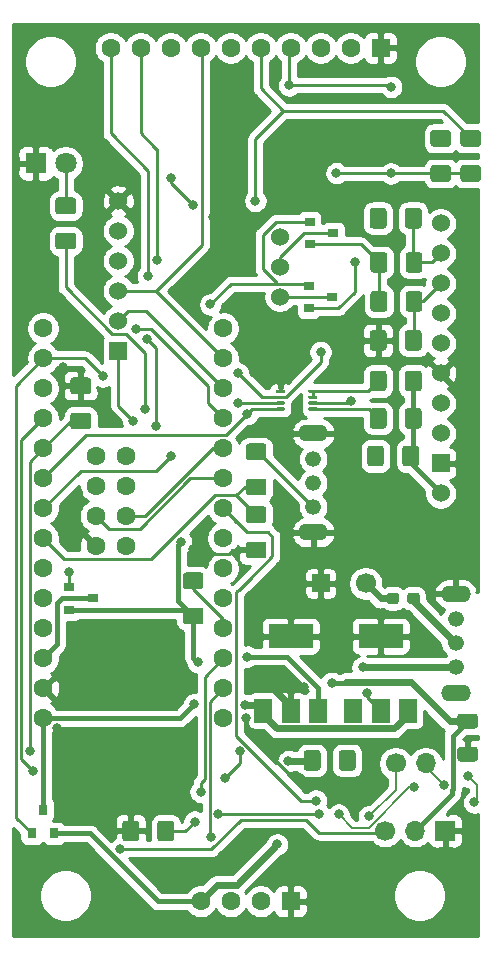
<source format=gbr>
%TF.GenerationSoftware,KiCad,Pcbnew,(5.1.6)-1*%
%TF.CreationDate,2021-01-10T13:28:57-05:00*%
%TF.ProjectId,main_board,6d61696e-5f62-46f6-9172-642e6b696361,rev?*%
%TF.SameCoordinates,Original*%
%TF.FileFunction,Copper,L1,Top*%
%TF.FilePolarity,Positive*%
%FSLAX46Y46*%
G04 Gerber Fmt 4.6, Leading zero omitted, Abs format (unit mm)*
G04 Created by KiCad (PCBNEW (5.1.6)-1) date 2021-01-10 13:28:57*
%MOMM*%
%LPD*%
G01*
G04 APERTURE LIST*
%TA.AperFunction,ComponentPad*%
%ADD10C,1.524000*%
%TD*%
%TA.AperFunction,ComponentPad*%
%ADD11C,1.600000*%
%TD*%
%TA.AperFunction,ComponentPad*%
%ADD12C,1.700000*%
%TD*%
%TA.AperFunction,ComponentPad*%
%ADD13O,1.700000X1.700000*%
%TD*%
%TA.AperFunction,ComponentPad*%
%ADD14R,1.524000X1.524000*%
%TD*%
%TA.AperFunction,ComponentPad*%
%ADD15R,1.800000X1.800000*%
%TD*%
%TA.AperFunction,ComponentPad*%
%ADD16C,1.800000*%
%TD*%
%TA.AperFunction,ComponentPad*%
%ADD17R,1.500000X1.500000*%
%TD*%
%TA.AperFunction,ComponentPad*%
%ADD18C,1.324000*%
%TD*%
%TA.AperFunction,ComponentPad*%
%ADD19O,2.524000X1.424000*%
%TD*%
%TA.AperFunction,ComponentPad*%
%ADD20R,1.700000X1.700000*%
%TD*%
%TA.AperFunction,ComponentPad*%
%ADD21R,1.600000X1.600000*%
%TD*%
%TA.AperFunction,SMDPad,CuDef*%
%ADD22R,1.500000X2.000000*%
%TD*%
%TA.AperFunction,SMDPad,CuDef*%
%ADD23R,3.800000X2.000000*%
%TD*%
%TA.AperFunction,SMDPad,CuDef*%
%ADD24R,0.900000X0.800000*%
%TD*%
%TA.AperFunction,SMDPad,CuDef*%
%ADD25R,0.800000X0.900000*%
%TD*%
%TA.AperFunction,ViaPad*%
%ADD26C,0.800000*%
%TD*%
%TA.AperFunction,Conductor*%
%ADD27C,0.250000*%
%TD*%
%TA.AperFunction,Conductor*%
%ADD28C,0.600000*%
%TD*%
%TA.AperFunction,Conductor*%
%ADD29C,0.150000*%
%TD*%
%TA.AperFunction,Conductor*%
%ADD30C,0.400000*%
%TD*%
%TA.AperFunction,Conductor*%
%ADD31C,0.254000*%
%TD*%
G04 APERTURE END LIST*
D10*
%TO.P,LiPo Balancing,3*%
%TO.N,Net-(Q2-Pad3)*%
X160375600Y-95097600D03*
%TO.P,LiPo Balancing,2*%
%TO.N,Net-(Q1-Pad3)*%
X160375600Y-92557600D03*
%TO.P,LiPo Balancing,1*%
%TO.N,GND*%
X160375600Y-90017600D03*
%TD*%
D11*
%TO.P,Teensy 4.0,1*%
%TO.N,GND*%
X155575000Y-130810000D03*
%TO.P,Teensy 4.0,26*%
%TO.N,Net-(R3-Pad2)*%
X140335000Y-113030000D03*
%TO.P,Teensy 4.0,7*%
%TO.N,Net-(U1-Pad7)*%
X155575000Y-115570000D03*
%TO.P,Teensy 4.0,11*%
%TO.N,Net-(U1-Pad11)*%
X155575000Y-105410000D03*
%TO.P,Teensy 4.0,12*%
%TO.N,Net-(Micro_SD1-Pad2)*%
X155575000Y-102870000D03*
%TO.P,Teensy 4.0,14*%
%TO.N,Net-(Micro_SD1-Pad5)*%
X155575000Y-97790000D03*
%TO.P,Teensy 4.0,32*%
%TO.N,GND*%
X140335000Y-128270000D03*
%TO.P,Teensy 4.0,28*%
%TO.N,Net-(U1-Pad28)*%
X140335000Y-118110000D03*
%TO.P,Teensy 4.0,23*%
%TO.N,Net-(TDS_3pin1-Pad1)*%
X140335000Y-105410000D03*
%TO.P,Teensy 4.0,13*%
%TO.N,Net-(Micro_SD1-Pad3)*%
X155575000Y-100330000D03*
%TO.P,Teensy 4.0,33*%
%TO.N,Net-(Q3-Pad3)*%
X140335000Y-130810000D03*
%TO.P,Teensy 4.0,30*%
%TO.N,Net-(U1-Pad30)*%
X140335000Y-123190000D03*
%TO.P,Teensy 4.0,27*%
%TO.N,Net-(R16-Pad2)*%
X140335000Y-115570000D03*
%TO.P,Teensy 4.0,25*%
%TO.N,Net-(R2-Pad2)*%
X140335000Y-110490000D03*
%TO.P,Teensy 4.0,24*%
%TO.N,Net-(R4-Pad1)*%
X140335000Y-107950000D03*
%TO.P,Teensy 4.0,20*%
%TO.N,Net-(Micro_SD1-Pad4)*%
X140335000Y-97790000D03*
%TO.P,Teensy 4.0,2*%
%TO.N,Net-(U1-Pad2)*%
X155575000Y-128270000D03*
%TO.P,Teensy 4.0,21*%
%TO.N,Net-(Q1-Pad1)*%
X140335000Y-100330000D03*
%TO.P,Teensy 4.0,29*%
%TO.N,Net-(U1-Pad29)*%
X140335000Y-120650000D03*
%TO.P,Teensy 4.0,3*%
%TO.N,Net-(R6-Pad1)*%
X155575000Y-125730000D03*
%TO.P,Teensy 4.0,4*%
%TO.N,Net-(R8-Pad2)*%
X155575000Y-123190000D03*
%TO.P,Teensy 4.0,5*%
%TO.N,Net-(U1-Pad5)*%
X155575000Y-120650000D03*
%TO.P,Teensy 4.0,9*%
%TO.N,Net-(U1-Pad9)*%
X155575000Y-110490000D03*
%TO.P,Teensy 4.0,6*%
%TO.N,Net-(R1-Pad1)*%
X155575000Y-118110000D03*
%TO.P,Teensy 4.0,8*%
%TO.N,Net-(U1-Pad8)*%
X155575000Y-113030000D03*
%TO.P,Teensy 4.0,10*%
%TO.N,Net-(U1-Pad10)*%
X155575000Y-107950000D03*
%TO.P,Teensy 4.0,31*%
%TO.N,Net-(Q4-Pad3)*%
X140335000Y-125730000D03*
%TO.P,Teensy 4.0,22*%
%TO.N,Net-(U1-Pad22)*%
X140335000Y-102870000D03*
%TD*%
D12*
%TO.P,Rain Gauge,1*%
%TO.N,Net-(VT6Z11-Pad3)*%
X170180000Y-134620000D03*
D13*
%TO.P,Rain Gauge,2*%
%TO.N,Net-(VT6Z12-Pad1)*%
X172720000Y-134620000D03*
%TD*%
D10*
%TO.P,ADS1115,1*%
%TO.N,Net-(U4-Pad1)*%
X173990000Y-88900000D03*
%TO.P,ADS1115,2*%
%TO.N,Net-(R14-Pad1)*%
X173990000Y-91440000D03*
%TO.P,ADS1115,3*%
%TO.N,Net-(R12-Pad2)*%
X173990000Y-93980000D03*
%TO.P,ADS1115,4*%
%TO.N,Net-(U4-Pad4)*%
X173990000Y-96520000D03*
%TO.P,ADS1115,5*%
%TO.N,Net-(U4-Pad5)*%
X173990000Y-99060000D03*
%TO.P,ADS1115,6*%
%TO.N,GND*%
X173990000Y-101600000D03*
%TO.P,ADS1115,7*%
%TO.N,Net-(R10-Pad1)*%
X173990000Y-104140000D03*
%TO.P,ADS1115,8*%
%TO.N,Net-(R11-Pad1)*%
X173990000Y-106680000D03*
D14*
%TO.P,ADS1115,9*%
%TO.N,GND*%
X173990000Y-109220000D03*
D10*
%TO.P,ADS1115,10*%
%TO.N,Net-(Q3-Pad2)*%
X173990000Y-111760000D03*
%TD*%
%TO.P,C1,1*%
%TO.N,Net-(C1-Pad1)*%
%TA.AperFunction,SMDPad,CuDef*%
G36*
G01*
X175651000Y-130413600D02*
X176901000Y-130413600D01*
G75*
G02*
X177151000Y-130663600I0J-250000D01*
G01*
X177151000Y-131413600D01*
G75*
G02*
X176901000Y-131663600I-250000J0D01*
G01*
X175651000Y-131663600D01*
G75*
G02*
X175401000Y-131413600I0J250000D01*
G01*
X175401000Y-130663600D01*
G75*
G02*
X175651000Y-130413600I250000J0D01*
G01*
G37*
%TD.AperFunction*%
%TO.P,C1,2*%
%TO.N,GND*%
%TA.AperFunction,SMDPad,CuDef*%
G36*
G01*
X175651000Y-133213600D02*
X176901000Y-133213600D01*
G75*
G02*
X177151000Y-133463600I0J-250000D01*
G01*
X177151000Y-134213600D01*
G75*
G02*
X176901000Y-134463600I-250000J0D01*
G01*
X175651000Y-134463600D01*
G75*
G02*
X175401000Y-134213600I0J250000D01*
G01*
X175401000Y-133463600D01*
G75*
G02*
X175651000Y-133213600I250000J0D01*
G01*
G37*
%TD.AperFunction*%
%TD*%
D15*
%TO.P,D1,1*%
%TO.N,GND*%
X139700000Y-83820000D03*
D16*
%TO.P,D1,2*%
%TO.N,Net-(D1-Pad2)*%
X142240000Y-83820000D03*
%TD*%
%TO.P,F1,1*%
%TO.N,Net-(F1-Pad1)*%
%TA.AperFunction,SMDPad,CuDef*%
G36*
G01*
X169415000Y-120887500D02*
X169415000Y-120412500D01*
G75*
G02*
X169652500Y-120175000I237500J0D01*
G01*
X170227500Y-120175000D01*
G75*
G02*
X170465000Y-120412500I0J-237500D01*
G01*
X170465000Y-120887500D01*
G75*
G02*
X170227500Y-121125000I-237500J0D01*
G01*
X169652500Y-121125000D01*
G75*
G02*
X169415000Y-120887500I0J237500D01*
G01*
G37*
%TD.AperFunction*%
%TO.P,F1,2*%
%TO.N,Net-(F1-Pad2)*%
%TA.AperFunction,SMDPad,CuDef*%
G36*
G01*
X171165000Y-120887500D02*
X171165000Y-120412500D01*
G75*
G02*
X171402500Y-120175000I237500J0D01*
G01*
X171977500Y-120175000D01*
G75*
G02*
X172215000Y-120412500I0J-237500D01*
G01*
X172215000Y-120887500D01*
G75*
G02*
X171977500Y-121125000I-237500J0D01*
G01*
X171402500Y-121125000D01*
G75*
G02*
X171165000Y-120887500I0J237500D01*
G01*
G37*
%TD.AperFunction*%
%TD*%
D14*
%TO.P,Micro SD,1*%
%TO.N,Net-(C1-Pad1)*%
X146685000Y-99695000D03*
D10*
%TO.P,Micro SD,2*%
%TO.N,Net-(Micro_SD1-Pad2)*%
X146685000Y-97155000D03*
%TO.P,Micro SD,3*%
%TO.N,Net-(Micro_SD1-Pad3)*%
X146685000Y-94615000D03*
%TO.P,Micro SD,4*%
%TO.N,Net-(Micro_SD1-Pad4)*%
X146685000Y-92075000D03*
%TO.P,Micro SD,5*%
%TO.N,Net-(Micro_SD1-Pad5)*%
X146685000Y-89535000D03*
%TO.P,Micro SD,6*%
%TO.N,GND*%
X146685000Y-86995000D03*
%TD*%
D11*
%TO.P,nRF24L01+1,8*%
%TO.N,Net-(Micro_SD1-Pad5)*%
X144780000Y-108585000D03*
%TO.P,nRF24L01+1,4*%
%TO.N,Net-(U1-Pad5)*%
X147320000Y-108585000D03*
%TO.P,nRF24L01+1,1*%
%TO.N,Net-(U6-Pad3)*%
X147320000Y-116205000D03*
%TO.P,nRF24L01+1,2*%
%TO.N,Net-(U1-Pad10)*%
X147320000Y-113665000D03*
%TO.P,nRF24L01+1,6*%
%TO.N,Net-(U1-Pad9)*%
X144780000Y-113665000D03*
%TO.P,nRF24L01+1,5*%
%TO.N,GND*%
X144780000Y-116205000D03*
%TO.P,nRF24L01+1,7*%
%TO.N,Net-(Micro_SD1-Pad4)*%
X144780000Y-111125000D03*
%TO.P,nRF24L01+1,3*%
%TO.N,Net-(Micro_SD1-Pad3)*%
X147320000Y-111125000D03*
%TD*%
D12*
%TO.P,Power,2*%
%TO.N,Net-(F1-Pad1)*%
X167640000Y-119380000D03*
D17*
%TO.P,Power,1*%
%TO.N,GND*%
X163830000Y-119380000D03*
%TD*%
%TO.P,R1,2*%
%TO.N,Net-(D1-Pad2)*%
%TA.AperFunction,SMDPad,CuDef*%
G36*
G01*
X142865000Y-88125000D02*
X141615000Y-88125000D01*
G75*
G02*
X141365000Y-87875000I0J250000D01*
G01*
X141365000Y-86950000D01*
G75*
G02*
X141615000Y-86700000I250000J0D01*
G01*
X142865000Y-86700000D01*
G75*
G02*
X143115000Y-86950000I0J-250000D01*
G01*
X143115000Y-87875000D01*
G75*
G02*
X142865000Y-88125000I-250000J0D01*
G01*
G37*
%TD.AperFunction*%
%TO.P,R1,1*%
%TO.N,Net-(R1-Pad1)*%
%TA.AperFunction,SMDPad,CuDef*%
G36*
G01*
X142865000Y-91100000D02*
X141615000Y-91100000D01*
G75*
G02*
X141365000Y-90850000I0J250000D01*
G01*
X141365000Y-89925000D01*
G75*
G02*
X141615000Y-89675000I250000J0D01*
G01*
X142865000Y-89675000D01*
G75*
G02*
X143115000Y-89925000I0J-250000D01*
G01*
X143115000Y-90850000D01*
G75*
G02*
X142865000Y-91100000I-250000J0D01*
G01*
G37*
%TD.AperFunction*%
%TD*%
%TO.P,R2,2*%
%TO.N,Net-(R2-Pad2)*%
%TA.AperFunction,SMDPad,CuDef*%
G36*
G01*
X177155000Y-82410000D02*
X175905000Y-82410000D01*
G75*
G02*
X175655000Y-82160000I0J250000D01*
G01*
X175655000Y-81235000D01*
G75*
G02*
X175905000Y-80985000I250000J0D01*
G01*
X177155000Y-80985000D01*
G75*
G02*
X177405000Y-81235000I0J-250000D01*
G01*
X177405000Y-82160000D01*
G75*
G02*
X177155000Y-82410000I-250000J0D01*
G01*
G37*
%TD.AperFunction*%
%TO.P,R2,1*%
%TO.N,Net-(C1-Pad1)*%
%TA.AperFunction,SMDPad,CuDef*%
G36*
G01*
X177155000Y-85385000D02*
X175905000Y-85385000D01*
G75*
G02*
X175655000Y-85135000I0J250000D01*
G01*
X175655000Y-84210000D01*
G75*
G02*
X175905000Y-83960000I250000J0D01*
G01*
X177155000Y-83960000D01*
G75*
G02*
X177405000Y-84210000I0J-250000D01*
G01*
X177405000Y-85135000D01*
G75*
G02*
X177155000Y-85385000I-250000J0D01*
G01*
G37*
%TD.AperFunction*%
%TD*%
%TO.P,R3,1*%
%TO.N,Net-(C1-Pad1)*%
%TA.AperFunction,SMDPad,CuDef*%
G36*
G01*
X174615000Y-85385000D02*
X173365000Y-85385000D01*
G75*
G02*
X173115000Y-85135000I0J250000D01*
G01*
X173115000Y-84210000D01*
G75*
G02*
X173365000Y-83960000I250000J0D01*
G01*
X174615000Y-83960000D01*
G75*
G02*
X174865000Y-84210000I0J-250000D01*
G01*
X174865000Y-85135000D01*
G75*
G02*
X174615000Y-85385000I-250000J0D01*
G01*
G37*
%TD.AperFunction*%
%TO.P,R3,2*%
%TO.N,Net-(R3-Pad2)*%
%TA.AperFunction,SMDPad,CuDef*%
G36*
G01*
X174615000Y-82410000D02*
X173365000Y-82410000D01*
G75*
G02*
X173115000Y-82160000I0J250000D01*
G01*
X173115000Y-81235000D01*
G75*
G02*
X173365000Y-80985000I250000J0D01*
G01*
X174615000Y-80985000D01*
G75*
G02*
X174865000Y-81235000I0J-250000D01*
G01*
X174865000Y-82160000D01*
G75*
G02*
X174615000Y-82410000I-250000J0D01*
G01*
G37*
%TD.AperFunction*%
%TD*%
%TO.P,R4,1*%
%TO.N,Net-(R4-Pad1)*%
%TA.AperFunction,SMDPad,CuDef*%
G36*
G01*
X144135000Y-106340000D02*
X142885000Y-106340000D01*
G75*
G02*
X142635000Y-106090000I0J250000D01*
G01*
X142635000Y-105165000D01*
G75*
G02*
X142885000Y-104915000I250000J0D01*
G01*
X144135000Y-104915000D01*
G75*
G02*
X144385000Y-105165000I0J-250000D01*
G01*
X144385000Y-106090000D01*
G75*
G02*
X144135000Y-106340000I-250000J0D01*
G01*
G37*
%TD.AperFunction*%
%TO.P,R4,2*%
%TO.N,GND*%
%TA.AperFunction,SMDPad,CuDef*%
G36*
G01*
X144135000Y-103365000D02*
X142885000Y-103365000D01*
G75*
G02*
X142635000Y-103115000I0J250000D01*
G01*
X142635000Y-102190000D01*
G75*
G02*
X142885000Y-101940000I250000J0D01*
G01*
X144135000Y-101940000D01*
G75*
G02*
X144385000Y-102190000I0J-250000D01*
G01*
X144385000Y-103115000D01*
G75*
G02*
X144135000Y-103365000I-250000J0D01*
G01*
G37*
%TD.AperFunction*%
%TD*%
%TO.P,R5,2*%
%TO.N,Net-(R5-Pad2)*%
%TA.AperFunction,SMDPad,CuDef*%
G36*
G01*
X165367000Y-134991000D02*
X165367000Y-133741000D01*
G75*
G02*
X165617000Y-133491000I250000J0D01*
G01*
X166542000Y-133491000D01*
G75*
G02*
X166792000Y-133741000I0J-250000D01*
G01*
X166792000Y-134991000D01*
G75*
G02*
X166542000Y-135241000I-250000J0D01*
G01*
X165617000Y-135241000D01*
G75*
G02*
X165367000Y-134991000I0J250000D01*
G01*
G37*
%TD.AperFunction*%
%TO.P,R5,1*%
%TO.N,Net-(Q3-Pad2)*%
%TA.AperFunction,SMDPad,CuDef*%
G36*
G01*
X162392000Y-134991000D02*
X162392000Y-133741000D01*
G75*
G02*
X162642000Y-133491000I250000J0D01*
G01*
X163567000Y-133491000D01*
G75*
G02*
X163817000Y-133741000I0J-250000D01*
G01*
X163817000Y-134991000D01*
G75*
G02*
X163567000Y-135241000I-250000J0D01*
G01*
X162642000Y-135241000D01*
G75*
G02*
X162392000Y-134991000I0J250000D01*
G01*
G37*
%TD.AperFunction*%
%TD*%
%TO.P,R7,2*%
%TO.N,Net-(R6-Pad2)*%
%TA.AperFunction,SMDPad,CuDef*%
G36*
G01*
X150000000Y-140960626D02*
X150000000Y-139709374D01*
G75*
G02*
X150249374Y-139460000I249374J0D01*
G01*
X151175626Y-139460000D01*
G75*
G02*
X151425000Y-139709374I0J-249374D01*
G01*
X151425000Y-140960626D01*
G75*
G02*
X151175626Y-141210000I-249374J0D01*
G01*
X150249374Y-141210000D01*
G75*
G02*
X150000000Y-140960626I0J249374D01*
G01*
G37*
%TD.AperFunction*%
%TO.P,R7,1*%
%TO.N,GND*%
%TA.AperFunction,SMDPad,CuDef*%
G36*
G01*
X147025000Y-140960000D02*
X147025000Y-139710000D01*
G75*
G02*
X147275000Y-139460000I250000J0D01*
G01*
X148200000Y-139460000D01*
G75*
G02*
X148450000Y-139710000I0J-250000D01*
G01*
X148450000Y-140960000D01*
G75*
G02*
X148200000Y-141210000I-250000J0D01*
G01*
X147275000Y-141210000D01*
G75*
G02*
X147025000Y-140960000I0J250000D01*
G01*
G37*
%TD.AperFunction*%
%TD*%
%TO.P,R8,1*%
%TO.N,Net-(C1-Pad1)*%
%TA.AperFunction,SMDPad,CuDef*%
G36*
G01*
X153660000Y-122850000D02*
X152410000Y-122850000D01*
G75*
G02*
X152160000Y-122600000I0J250000D01*
G01*
X152160000Y-121675000D01*
G75*
G02*
X152410000Y-121425000I250000J0D01*
G01*
X153660000Y-121425000D01*
G75*
G02*
X153910000Y-121675000I0J-250000D01*
G01*
X153910000Y-122600000D01*
G75*
G02*
X153660000Y-122850000I-250000J0D01*
G01*
G37*
%TD.AperFunction*%
%TO.P,R8,2*%
%TO.N,Net-(R8-Pad2)*%
%TA.AperFunction,SMDPad,CuDef*%
G36*
G01*
X153660000Y-119875000D02*
X152410000Y-119875000D01*
G75*
G02*
X152160000Y-119625000I0J250000D01*
G01*
X152160000Y-118700000D01*
G75*
G02*
X152410000Y-118450000I250000J0D01*
G01*
X153660000Y-118450000D01*
G75*
G02*
X153910000Y-118700000I0J-250000D01*
G01*
X153910000Y-119625000D01*
G75*
G02*
X153660000Y-119875000I-250000J0D01*
G01*
G37*
%TD.AperFunction*%
%TD*%
D18*
%TO.P,switch,1*%
%TO.N,Net-(U5-Pad1)*%
X175260000Y-126492000D03*
%TO.P,switch,2*%
%TO.N,Net-(F1-Pad2)*%
X175260000Y-124460000D03*
%TO.P,switch,3*%
%TO.N,Net-(switch1-Pad3)*%
X175260000Y-122428000D03*
D19*
%TO.P,switch,4*%
%TO.N,GND*%
X175260000Y-128651000D03*
%TO.P,switch,5*%
X175260000Y-120269000D03*
%TD*%
D12*
%TO.P,TDS,1*%
%TO.N,Net-(TDS_3pin1-Pad1)*%
X169291000Y-140335000D03*
D13*
%TO.P,TDS,2*%
%TO.N,Net-(C1-Pad1)*%
X171831000Y-140335000D03*
D20*
%TO.P,TDS,3*%
%TO.N,GND*%
X174371000Y-140335000D03*
%TD*%
D11*
%TO.P,top_rail1,1*%
%TO.N,Net-(U1-Pad7)*%
X148590000Y-74041000D03*
%TO.P,top_rail1,2*%
%TO.N,Net-(Micro_SD1-Pad5)*%
X151130000Y-74041000D03*
%TO.P,top_rail1,3*%
%TO.N,Net-(Micro_SD1-Pad3)*%
X153670000Y-74041000D03*
%TO.P,top_rail1,4*%
%TO.N,Net-(Micro_SD1-Pad4)*%
X156210000Y-74041000D03*
%TO.P,top_rail1,5*%
%TO.N,Net-(R2-Pad2)*%
X158750000Y-74041000D03*
%TO.P,top_rail1,6*%
%TO.N,Net-(R3-Pad2)*%
X161290000Y-74041000D03*
%TO.P,top_rail1,7*%
%TO.N,Net-(Q3-Pad2)*%
X163830000Y-74041000D03*
%TO.P,top_rail1,8*%
%TO.N,Net-(C1-Pad1)*%
X166370000Y-74041000D03*
D21*
%TO.P,top_rail1,9*%
%TO.N,GND*%
X168910000Y-74041000D03*
D11*
%TO.P,top_rail1,10*%
%TO.N,Net-(U1-Pad11)*%
X146050000Y-74041000D03*
%TD*%
D22*
%TO.P,5V,1*%
%TO.N,Net-(U5-Pad1)*%
X166610000Y-130150000D03*
%TO.P,5V,3*%
%TO.N,Net-(Q3-Pad3)*%
X171210000Y-130150000D03*
%TO.P,5V,2*%
%TO.N,GND*%
X168910000Y-130150000D03*
D23*
X168910000Y-123850000D03*
%TD*%
D22*
%TO.P,3.3V,1*%
%TO.N,Net-(Q3-Pad3)*%
X158990000Y-130150000D03*
%TO.P,3.3V,3*%
%TO.N,Net-(U6-Pad3)*%
X163590000Y-130150000D03*
%TO.P,3.3V,2*%
%TO.N,GND*%
X161290000Y-130150000D03*
D23*
X161290000Y-123850000D03*
%TD*%
D21*
%TO.P,Water Height,1*%
%TO.N,GND*%
X161290000Y-146304000D03*
D11*
%TO.P,Water Height,2*%
%TO.N,Net-(R6-Pad2)*%
X158750000Y-146304000D03*
%TO.P,Water Height,3*%
%TO.N,Net-(U1-Pad2)*%
X156210000Y-146304000D03*
%TO.P,Water Height,4*%
%TO.N,Net-(Q3-Pad2)*%
X153670000Y-146304000D03*
%TD*%
%TO.P,R9,1*%
%TO.N,Net-(Q3-Pad2)*%
%TA.AperFunction,SMDPad,CuDef*%
G36*
G01*
X172380000Y-101610000D02*
X172380000Y-102860000D01*
G75*
G02*
X172130000Y-103110000I-250000J0D01*
G01*
X171205000Y-103110000D01*
G75*
G02*
X170955000Y-102860000I0J250000D01*
G01*
X170955000Y-101610000D01*
G75*
G02*
X171205000Y-101360000I250000J0D01*
G01*
X172130000Y-101360000D01*
G75*
G02*
X172380000Y-101610000I0J-250000D01*
G01*
G37*
%TD.AperFunction*%
%TO.P,R9,2*%
%TO.N,Net-(R9-Pad2)*%
%TA.AperFunction,SMDPad,CuDef*%
G36*
G01*
X169405000Y-101610000D02*
X169405000Y-102860000D01*
G75*
G02*
X169155000Y-103110000I-250000J0D01*
G01*
X168230000Y-103110000D01*
G75*
G02*
X167980000Y-102860000I0J250000D01*
G01*
X167980000Y-101610000D01*
G75*
G02*
X168230000Y-101360000I250000J0D01*
G01*
X169155000Y-101360000D01*
G75*
G02*
X169405000Y-101610000I0J-250000D01*
G01*
G37*
%TD.AperFunction*%
%TD*%
%TO.P,R10,2*%
%TO.N,Net-(Q3-Pad2)*%
%TA.AperFunction,SMDPad,CuDef*%
G36*
G01*
X170955000Y-106035000D02*
X170955000Y-104785000D01*
G75*
G02*
X171205000Y-104535000I250000J0D01*
G01*
X172130000Y-104535000D01*
G75*
G02*
X172380000Y-104785000I0J-250000D01*
G01*
X172380000Y-106035000D01*
G75*
G02*
X172130000Y-106285000I-250000J0D01*
G01*
X171205000Y-106285000D01*
G75*
G02*
X170955000Y-106035000I0J250000D01*
G01*
G37*
%TD.AperFunction*%
%TO.P,R10,1*%
%TO.N,Net-(R10-Pad1)*%
%TA.AperFunction,SMDPad,CuDef*%
G36*
G01*
X167980000Y-106035000D02*
X167980000Y-104785000D01*
G75*
G02*
X168230000Y-104535000I250000J0D01*
G01*
X169155000Y-104535000D01*
G75*
G02*
X169405000Y-104785000I0J-250000D01*
G01*
X169405000Y-106035000D01*
G75*
G02*
X169155000Y-106285000I-250000J0D01*
G01*
X168230000Y-106285000D01*
G75*
G02*
X167980000Y-106035000I0J250000D01*
G01*
G37*
%TD.AperFunction*%
%TD*%
%TO.P,R11,1*%
%TO.N,Net-(R11-Pad1)*%
%TA.AperFunction,SMDPad,CuDef*%
G36*
G01*
X167762500Y-109210000D02*
X167762500Y-107960000D01*
G75*
G02*
X168012500Y-107710000I250000J0D01*
G01*
X168937500Y-107710000D01*
G75*
G02*
X169187500Y-107960000I0J-250000D01*
G01*
X169187500Y-109210000D01*
G75*
G02*
X168937500Y-109460000I-250000J0D01*
G01*
X168012500Y-109460000D01*
G75*
G02*
X167762500Y-109210000I0J250000D01*
G01*
G37*
%TD.AperFunction*%
%TO.P,R11,2*%
%TO.N,Net-(Q3-Pad2)*%
%TA.AperFunction,SMDPad,CuDef*%
G36*
G01*
X170737500Y-109210000D02*
X170737500Y-107960000D01*
G75*
G02*
X170987500Y-107710000I250000J0D01*
G01*
X171912500Y-107710000D01*
G75*
G02*
X172162500Y-107960000I0J-250000D01*
G01*
X172162500Y-109210000D01*
G75*
G02*
X171912500Y-109460000I-250000J0D01*
G01*
X170987500Y-109460000D01*
G75*
G02*
X170737500Y-109210000I0J250000D01*
G01*
G37*
%TD.AperFunction*%
%TD*%
%TO.P,U7,1*%
%TO.N,GND*%
%TA.AperFunction,SMDPad,CuDef*%
G36*
G01*
X160050000Y-103195000D02*
X160050000Y-103045000D01*
G75*
G02*
X160125000Y-102970000I75000J0D01*
G01*
X160725000Y-102970000D01*
G75*
G02*
X160800000Y-103045000I0J-75000D01*
G01*
X160800000Y-103195000D01*
G75*
G02*
X160725000Y-103270000I-75000J0D01*
G01*
X160125000Y-103270000D01*
G75*
G02*
X160050000Y-103195000I0J75000D01*
G01*
G37*
%TD.AperFunction*%
%TO.P,U7,2*%
%TO.N,Net-(C1-Pad1)*%
%TA.AperFunction,SMDPad,CuDef*%
G36*
G01*
X160050000Y-103695000D02*
X160050000Y-103545000D01*
G75*
G02*
X160125000Y-103470000I75000J0D01*
G01*
X160725000Y-103470000D01*
G75*
G02*
X160800000Y-103545000I0J-75000D01*
G01*
X160800000Y-103695000D01*
G75*
G02*
X160725000Y-103770000I-75000J0D01*
G01*
X160125000Y-103770000D01*
G75*
G02*
X160050000Y-103695000I0J75000D01*
G01*
G37*
%TD.AperFunction*%
%TO.P,U7,3*%
%TO.N,Net-(R3-Pad2)*%
%TA.AperFunction,SMDPad,CuDef*%
G36*
G01*
X160050000Y-104195000D02*
X160050000Y-104045000D01*
G75*
G02*
X160125000Y-103970000I75000J0D01*
G01*
X160725000Y-103970000D01*
G75*
G02*
X160800000Y-104045000I0J-75000D01*
G01*
X160800000Y-104195000D01*
G75*
G02*
X160725000Y-104270000I-75000J0D01*
G01*
X160125000Y-104270000D01*
G75*
G02*
X160050000Y-104195000I0J75000D01*
G01*
G37*
%TD.AperFunction*%
%TO.P,U7,4*%
%TO.N,Net-(R2-Pad2)*%
%TA.AperFunction,SMDPad,CuDef*%
G36*
G01*
X160050000Y-104695000D02*
X160050000Y-104545000D01*
G75*
G02*
X160125000Y-104470000I75000J0D01*
G01*
X160725000Y-104470000D01*
G75*
G02*
X160800000Y-104545000I0J-75000D01*
G01*
X160800000Y-104695000D01*
G75*
G02*
X160725000Y-104770000I-75000J0D01*
G01*
X160125000Y-104770000D01*
G75*
G02*
X160050000Y-104695000I0J75000D01*
G01*
G37*
%TD.AperFunction*%
%TO.P,U7,5*%
%TO.N,Net-(R10-Pad1)*%
%TA.AperFunction,SMDPad,CuDef*%
G36*
G01*
X162800000Y-104695000D02*
X162800000Y-104545000D01*
G75*
G02*
X162875000Y-104470000I75000J0D01*
G01*
X163475000Y-104470000D01*
G75*
G02*
X163550000Y-104545000I0J-75000D01*
G01*
X163550000Y-104695000D01*
G75*
G02*
X163475000Y-104770000I-75000J0D01*
G01*
X162875000Y-104770000D01*
G75*
G02*
X162800000Y-104695000I0J75000D01*
G01*
G37*
%TD.AperFunction*%
%TO.P,U7,6*%
%TO.N,Net-(R11-Pad1)*%
%TA.AperFunction,SMDPad,CuDef*%
G36*
G01*
X162800000Y-104195000D02*
X162800000Y-104045000D01*
G75*
G02*
X162875000Y-103970000I75000J0D01*
G01*
X163475000Y-103970000D01*
G75*
G02*
X163550000Y-104045000I0J-75000D01*
G01*
X163550000Y-104195000D01*
G75*
G02*
X163475000Y-104270000I-75000J0D01*
G01*
X162875000Y-104270000D01*
G75*
G02*
X162800000Y-104195000I0J75000D01*
G01*
G37*
%TD.AperFunction*%
%TO.P,U7,7*%
%TO.N,Net-(R9-Pad2)*%
%TA.AperFunction,SMDPad,CuDef*%
G36*
G01*
X162800000Y-103695000D02*
X162800000Y-103545000D01*
G75*
G02*
X162875000Y-103470000I75000J0D01*
G01*
X163475000Y-103470000D01*
G75*
G02*
X163550000Y-103545000I0J-75000D01*
G01*
X163550000Y-103695000D01*
G75*
G02*
X163475000Y-103770000I-75000J0D01*
G01*
X162875000Y-103770000D01*
G75*
G02*
X162800000Y-103695000I0J75000D01*
G01*
G37*
%TD.AperFunction*%
%TO.P,U7,8*%
%TA.AperFunction,SMDPad,CuDef*%
G36*
G01*
X162800000Y-103195000D02*
X162800000Y-103045000D01*
G75*
G02*
X162875000Y-102970000I75000J0D01*
G01*
X163475000Y-102970000D01*
G75*
G02*
X163550000Y-103045000I0J-75000D01*
G01*
X163550000Y-103195000D01*
G75*
G02*
X163475000Y-103270000I-75000J0D01*
G01*
X162875000Y-103270000D01*
G75*
G02*
X162800000Y-103195000I0J75000D01*
G01*
G37*
%TD.AperFunction*%
%TD*%
%TO.P,R16,1*%
%TO.N,Net-(R12-Pad1)*%
%TA.AperFunction,SMDPad,CuDef*%
G36*
G01*
X157744000Y-107528000D02*
X158994000Y-107528000D01*
G75*
G02*
X159244000Y-107778000I0J-250000D01*
G01*
X159244000Y-108703000D01*
G75*
G02*
X158994000Y-108953000I-250000J0D01*
G01*
X157744000Y-108953000D01*
G75*
G02*
X157494000Y-108703000I0J250000D01*
G01*
X157494000Y-107778000D01*
G75*
G02*
X157744000Y-107528000I250000J0D01*
G01*
G37*
%TD.AperFunction*%
%TO.P,R16,2*%
%TO.N,Net-(R12-Pad2)*%
%TA.AperFunction,SMDPad,CuDef*%
G36*
G01*
X157744000Y-110503000D02*
X158994000Y-110503000D01*
G75*
G02*
X159244000Y-110753000I0J-250000D01*
G01*
X159244000Y-111678000D01*
G75*
G02*
X158994000Y-111928000I-250000J0D01*
G01*
X157744000Y-111928000D01*
G75*
G02*
X157494000Y-111678000I0J250000D01*
G01*
X157494000Y-110753000D01*
G75*
G02*
X157744000Y-110503000I250000J0D01*
G01*
G37*
%TD.AperFunction*%
%TD*%
%TO.P,R17,2*%
%TO.N,GND*%
%TA.AperFunction,SMDPad,CuDef*%
G36*
G01*
X157744000Y-115837000D02*
X158994000Y-115837000D01*
G75*
G02*
X159244000Y-116087000I0J-250000D01*
G01*
X159244000Y-117012000D01*
G75*
G02*
X158994000Y-117262000I-250000J0D01*
G01*
X157744000Y-117262000D01*
G75*
G02*
X157494000Y-117012000I0J250000D01*
G01*
X157494000Y-116087000D01*
G75*
G02*
X157744000Y-115837000I250000J0D01*
G01*
G37*
%TD.AperFunction*%
%TO.P,R17,1*%
%TO.N,Net-(R12-Pad2)*%
%TA.AperFunction,SMDPad,CuDef*%
G36*
G01*
X157744000Y-112862000D02*
X158994000Y-112862000D01*
G75*
G02*
X159244000Y-113112000I0J-250000D01*
G01*
X159244000Y-114037000D01*
G75*
G02*
X158994000Y-114287000I-250000J0D01*
G01*
X157744000Y-114287000D01*
G75*
G02*
X157494000Y-114037000I0J250000D01*
G01*
X157494000Y-113112000D01*
G75*
G02*
X157744000Y-112862000I250000J0D01*
G01*
G37*
%TD.AperFunction*%
%TD*%
D18*
%TO.P,switch2,1*%
%TO.N,Net-(R12-Pad1)*%
X163195000Y-112903000D03*
%TO.P,switch2,2*%
%TO.N,Net-(C1-Pad1)*%
X163195000Y-110871000D03*
%TO.P,switch2,3*%
%TO.N,Net-(switch2-Pad3)*%
X163195000Y-108839000D03*
D19*
%TO.P,switch2,4*%
%TO.N,GND*%
X163195000Y-115062000D03*
%TO.P,switch2,5*%
X163195000Y-106680000D03*
%TD*%
D24*
%TO.P,Q1,1*%
%TO.N,Net-(Q1-Pad1)*%
X162893500Y-88775500D03*
%TO.P,Q1,2*%
%TO.N,Net-(Q1-Pad2)*%
X162893500Y-90675500D03*
%TO.P,Q1,3*%
%TO.N,Net-(Q1-Pad3)*%
X164893500Y-89725500D03*
%TD*%
%TO.P,Q2,3*%
%TO.N,Net-(Q2-Pad3)*%
X164830000Y-95123000D03*
%TO.P,Q2,2*%
%TO.N,Net-(Q2-Pad2)*%
X162830000Y-96073000D03*
%TO.P,Q2,1*%
%TO.N,Net-(Q1-Pad1)*%
X162830000Y-94173000D03*
%TD*%
%TO.P,R12,2*%
%TO.N,Net-(R12-Pad2)*%
%TA.AperFunction,SMDPad,CuDef*%
G36*
G01*
X170955000Y-99431000D02*
X170955000Y-98181000D01*
G75*
G02*
X171205000Y-97931000I250000J0D01*
G01*
X172130000Y-97931000D01*
G75*
G02*
X172380000Y-98181000I0J-250000D01*
G01*
X172380000Y-99431000D01*
G75*
G02*
X172130000Y-99681000I-250000J0D01*
G01*
X171205000Y-99681000D01*
G75*
G02*
X170955000Y-99431000I0J250000D01*
G01*
G37*
%TD.AperFunction*%
%TO.P,R12,1*%
%TO.N,GND*%
%TA.AperFunction,SMDPad,CuDef*%
G36*
G01*
X167980000Y-99431000D02*
X167980000Y-98181000D01*
G75*
G02*
X168230000Y-97931000I250000J0D01*
G01*
X169155000Y-97931000D01*
G75*
G02*
X169405000Y-98181000I0J-250000D01*
G01*
X169405000Y-99431000D01*
G75*
G02*
X169155000Y-99681000I-250000J0D01*
G01*
X168230000Y-99681000D01*
G75*
G02*
X167980000Y-99431000I0J250000D01*
G01*
G37*
%TD.AperFunction*%
%TD*%
%TO.P,R13,1*%
%TO.N,Net-(Q1-Pad2)*%
%TA.AperFunction,SMDPad,CuDef*%
G36*
G01*
X168043500Y-96129000D02*
X168043500Y-94879000D01*
G75*
G02*
X168293500Y-94629000I250000J0D01*
G01*
X169218500Y-94629000D01*
G75*
G02*
X169468500Y-94879000I0J-250000D01*
G01*
X169468500Y-96129000D01*
G75*
G02*
X169218500Y-96379000I-250000J0D01*
G01*
X168293500Y-96379000D01*
G75*
G02*
X168043500Y-96129000I0J250000D01*
G01*
G37*
%TD.AperFunction*%
%TO.P,R13,2*%
%TO.N,Net-(R12-Pad2)*%
%TA.AperFunction,SMDPad,CuDef*%
G36*
G01*
X171018500Y-96129000D02*
X171018500Y-94879000D01*
G75*
G02*
X171268500Y-94629000I250000J0D01*
G01*
X172193500Y-94629000D01*
G75*
G02*
X172443500Y-94879000I0J-250000D01*
G01*
X172443500Y-96129000D01*
G75*
G02*
X172193500Y-96379000I-250000J0D01*
G01*
X171268500Y-96379000D01*
G75*
G02*
X171018500Y-96129000I0J250000D01*
G01*
G37*
%TD.AperFunction*%
%TD*%
%TO.P,R14,1*%
%TO.N,Net-(R14-Pad1)*%
%TA.AperFunction,SMDPad,CuDef*%
G36*
G01*
X172443500Y-91577000D02*
X172443500Y-92827000D01*
G75*
G02*
X172193500Y-93077000I-250000J0D01*
G01*
X171268500Y-93077000D01*
G75*
G02*
X171018500Y-92827000I0J250000D01*
G01*
X171018500Y-91577000D01*
G75*
G02*
X171268500Y-91327000I250000J0D01*
G01*
X172193500Y-91327000D01*
G75*
G02*
X172443500Y-91577000I0J-250000D01*
G01*
G37*
%TD.AperFunction*%
%TO.P,R14,2*%
%TO.N,Net-(Q1-Pad2)*%
%TA.AperFunction,SMDPad,CuDef*%
G36*
G01*
X169468500Y-91577000D02*
X169468500Y-92827000D01*
G75*
G02*
X169218500Y-93077000I-250000J0D01*
G01*
X168293500Y-93077000D01*
G75*
G02*
X168043500Y-92827000I0J250000D01*
G01*
X168043500Y-91577000D01*
G75*
G02*
X168293500Y-91327000I250000J0D01*
G01*
X169218500Y-91327000D01*
G75*
G02*
X169468500Y-91577000I0J-250000D01*
G01*
G37*
%TD.AperFunction*%
%TD*%
%TO.P,R15,2*%
%TO.N,Net-(Q2-Pad2)*%
%TA.AperFunction,SMDPad,CuDef*%
G36*
G01*
X169405000Y-87830500D02*
X169405000Y-89080500D01*
G75*
G02*
X169155000Y-89330500I-250000J0D01*
G01*
X168230000Y-89330500D01*
G75*
G02*
X167980000Y-89080500I0J250000D01*
G01*
X167980000Y-87830500D01*
G75*
G02*
X168230000Y-87580500I250000J0D01*
G01*
X169155000Y-87580500D01*
G75*
G02*
X169405000Y-87830500I0J-250000D01*
G01*
G37*
%TD.AperFunction*%
%TO.P,R15,1*%
%TO.N,Net-(R14-Pad1)*%
%TA.AperFunction,SMDPad,CuDef*%
G36*
G01*
X172380000Y-87830500D02*
X172380000Y-89080500D01*
G75*
G02*
X172130000Y-89330500I-250000J0D01*
G01*
X171205000Y-89330500D01*
G75*
G02*
X170955000Y-89080500I0J250000D01*
G01*
X170955000Y-87830500D01*
G75*
G02*
X171205000Y-87580500I250000J0D01*
G01*
X172130000Y-87580500D01*
G75*
G02*
X172380000Y-87830500I0J-250000D01*
G01*
G37*
%TD.AperFunction*%
%TD*%
D25*
%TO.P,Q3,1*%
%TO.N,Net-(Q1-Pad1)*%
X139359600Y-140547600D03*
%TO.P,Q3,2*%
%TO.N,Net-(Q3-Pad2)*%
X141259600Y-140547600D03*
%TO.P,Q3,3*%
%TO.N,Net-(Q3-Pad3)*%
X140309600Y-138547600D03*
%TD*%
D24*
%TO.P,Q4,3*%
%TO.N,Net-(Q4-Pad3)*%
X144560800Y-120650000D03*
%TO.P,Q4,2*%
%TO.N,Net-(C1-Pad1)*%
X142560800Y-121600000D03*
%TO.P,Q4,1*%
%TO.N,Net-(Q1-Pad1)*%
X142560800Y-119700000D03*
%TD*%
D26*
%TO.N,GND*%
X176250600Y-133883400D03*
X160401000Y-101473000D03*
X141986000Y-101092000D03*
X175387000Y-115443000D03*
X152400000Y-133858000D03*
X167737312Y-128630105D03*
X157484653Y-130805347D03*
X162052000Y-135890000D03*
X162382200Y-128168400D03*
X157734000Y-127889000D03*
X168529000Y-114554000D03*
X154686000Y-88392000D03*
X139954000Y-92964000D03*
X175895000Y-86360000D03*
X171831000Y-85725000D03*
X170942000Y-83185000D03*
X169037000Y-110998000D03*
X175514000Y-117856000D03*
X158877000Y-120523000D03*
X165481000Y-121031000D03*
X165735000Y-145669000D03*
X164211000Y-142240000D03*
X176784000Y-142748000D03*
X166497000Y-110972600D03*
X160147000Y-106172000D03*
X167741600Y-134518400D03*
X153060400Y-116459000D03*
X158369000Y-116549500D03*
X173761400Y-131775200D03*
X176631600Y-139801600D03*
X143306800Y-111658400D03*
X145415000Y-103911400D03*
X141483179Y-131611055D03*
X141681200Y-104368600D03*
X141655800Y-114300000D03*
X144754600Y-95402400D03*
X143789400Y-123952000D03*
X150622000Y-123952000D03*
X145008600Y-133350000D03*
X157480000Y-76200000D03*
X144449800Y-78740000D03*
X166751000Y-96850200D03*
X151409400Y-143687800D03*
X154838400Y-143281400D03*
%TO.N,Net-(R5-Pad2)*%
X176276000Y-135723000D03*
X176824990Y-137922000D03*
X166079500Y-134366000D03*
%TO.N,Net-(VT6Z11-Pad3)*%
X167924702Y-139095702D03*
%TO.N,Net-(VT6Z12-Pad1)*%
X174244000Y-136420001D03*
%TO.N,Net-(U5-Pad1)*%
X166610000Y-130150000D03*
X167386000Y-126466600D03*
%TO.N,Net-(U1-Pad2)*%
X154559000Y-140843000D03*
%TO.N,Net-(C1-Pad1)*%
X163830000Y-99785000D03*
X156845000Y-101600000D03*
X169762500Y-84672500D03*
X165163500Y-84645500D03*
X147955000Y-105587800D03*
X164769800Y-127787400D03*
X153416000Y-126034800D03*
X151993600Y-115874800D03*
%TO.N,Net-(Micro_SD1-Pad5)*%
X153035000Y-87376000D03*
X151130000Y-85090000D03*
%TO.N,Net-(R1-Pad1)*%
X148971000Y-104648000D03*
%TO.N,Net-(R2-Pad2)*%
X157614001Y-105036001D03*
X158295001Y-86995000D03*
%TO.N,Net-(R3-Pad2)*%
X156845000Y-104140000D03*
X151130000Y-108585000D03*
X161163000Y-77216000D03*
X169799000Y-77343000D03*
X173990000Y-81697500D03*
%TO.N,Net-(R4-Pad1)*%
X165354000Y-138938000D03*
X171704000Y-136652000D03*
X163703000Y-138938000D03*
X155174999Y-138938000D03*
X139214241Y-133530959D03*
%TO.N,Net-(R6-Pad1)*%
X153670000Y-137033000D03*
X155702000Y-135890000D03*
X156972000Y-133604000D03*
%TO.N,Net-(R6-Pad2)*%
X153162000Y-139554000D03*
%TO.N,Net-(TDS_3pin1-Pad1)*%
X139509600Y-135229600D03*
X146842990Y-141889990D03*
%TO.N,Net-(U1-Pad7)*%
X150012400Y-91973400D03*
X149123400Y-98704400D03*
X149860000Y-106045000D03*
%TO.N,Net-(U1-Pad11)*%
X149225000Y-93345000D03*
X148234400Y-97815400D03*
%TO.N,Net-(U1-Pad8)*%
X163414000Y-137760000D03*
%TO.N,Net-(R10-Pad1)*%
X168692500Y-105410000D03*
%TO.N,Net-(R11-Pad1)*%
X166370000Y-103895000D03*
X168475000Y-108585000D03*
%TO.N,Net-(Q1-Pad1)*%
X145389600Y-101854000D03*
X154482800Y-95758000D03*
X142544800Y-118389400D03*
%TO.N,Net-(Q2-Pad2)*%
X166700200Y-92125800D03*
X168692500Y-88455500D03*
%TO.N,Net-(U6-Pad3)*%
X157632400Y-125577600D03*
%TO.N,Net-(Q3-Pad2)*%
X171667500Y-102235000D03*
X161104153Y-134424847D03*
X160147000Y-141478000D03*
X163104500Y-134366000D03*
%TO.N,Net-(Q3-Pad3)*%
X157425001Y-129667000D03*
X153111200Y-129616200D03*
%TD*%
D27*
%TO.N,GND*%
X160425000Y-101497000D02*
X160401000Y-101473000D01*
X160425000Y-103120000D02*
X160425000Y-101497000D01*
X167737312Y-128977312D02*
X168910000Y-130150000D01*
X167737312Y-128630105D02*
X167737312Y-128977312D01*
X161496304Y-135890000D02*
X162052000Y-135890000D01*
X157484653Y-131878349D02*
X161496304Y-135890000D01*
X157484653Y-130805347D02*
X157484653Y-131878349D01*
D28*
X157734000Y-127889000D02*
X159029000Y-127889000D01*
X161290000Y-129799998D02*
X161290000Y-130150000D01*
X159379002Y-127889000D02*
X161290000Y-129799998D01*
X157734000Y-127889000D02*
X159379002Y-127889000D01*
D27*
X153460399Y-116858999D02*
X153060400Y-116459000D01*
X156348100Y-116549500D02*
X156038601Y-116858999D01*
X156038601Y-116858999D02*
X153460399Y-116858999D01*
X158369000Y-116549500D02*
X156348100Y-116549500D01*
X147737500Y-137865376D02*
X147737500Y-140335000D01*
X141483179Y-131611055D02*
X147737500Y-137865376D01*
X145415000Y-103911400D02*
X142138400Y-103911400D01*
X142138400Y-103911400D02*
X141681200Y-104368600D01*
%TO.N,Net-(D1-Pad2)*%
X142240000Y-87412500D02*
X142240000Y-83820000D01*
D28*
%TO.N,Net-(F1-Pad1)*%
X168910000Y-120650000D02*
X169940000Y-120650000D01*
X167640000Y-119380000D02*
X168910000Y-120650000D01*
%TO.N,Net-(F1-Pad2)*%
X171690000Y-120890000D02*
X175260000Y-124460000D01*
D27*
X171690000Y-120650000D02*
X171690000Y-120890000D01*
D29*
%TO.N,Net-(R5-Pad2)*%
X176276000Y-135723000D02*
X177038000Y-136485000D01*
X177038000Y-136485000D02*
X177038000Y-137708990D01*
X177038000Y-137708990D02*
X176824990Y-137922000D01*
%TO.N,Net-(VT6Z11-Pad3)*%
X170180000Y-136840404D02*
X170180000Y-134620000D01*
X167924702Y-139095702D02*
X170180000Y-136840404D01*
%TO.N,Net-(VT6Z12-Pad1)*%
X172720000Y-134896001D02*
X172720000Y-134620000D01*
X174244000Y-136420001D02*
X172720000Y-134896001D01*
D28*
%TO.N,Net-(U5-Pad1)*%
X175260000Y-126492000D02*
X168402000Y-126492000D01*
X168402000Y-126492000D02*
X167411400Y-126492000D01*
X167411400Y-126492000D02*
X167386000Y-126466600D01*
D27*
%TO.N,Net-(U1-Pad2)*%
X154449999Y-140733999D02*
X154559000Y-140843000D01*
X155575000Y-128270000D02*
X154449999Y-129395001D01*
X154449999Y-129395001D02*
X154449999Y-140733999D01*
%TO.N,Net-(C1-Pad1)*%
X173990000Y-84672500D02*
X176530000Y-84672500D01*
X171032500Y-84672500D02*
X170507500Y-84672500D01*
X160865702Y-103620000D02*
X160425000Y-103620000D01*
X163830000Y-100655702D02*
X160865702Y-103620000D01*
X163830000Y-99785000D02*
X163830000Y-100655702D01*
X160425000Y-103620000D02*
X158865000Y-103620000D01*
X158865000Y-103620000D02*
X156845000Y-101600000D01*
X146685000Y-99695000D02*
X146685000Y-100965000D01*
X169762500Y-84672500D02*
X171359500Y-84672500D01*
X171032500Y-84672500D02*
X171359500Y-84672500D01*
X171359500Y-84672500D02*
X173990000Y-84672500D01*
D30*
X174969001Y-137196999D02*
X171831000Y-140335000D01*
D27*
X146685000Y-99695000D02*
X146685000Y-101854000D01*
X146685000Y-101854000D02*
X146685000Y-102362000D01*
X169762500Y-84672500D02*
X165190500Y-84672500D01*
X165190500Y-84672500D02*
X165163500Y-84645500D01*
X146685000Y-104317800D02*
X147955000Y-105587800D01*
X146685000Y-101854000D02*
X146685000Y-104317800D01*
D28*
X171440107Y-127730105D02*
X174748602Y-131038600D01*
X166009895Y-127730105D02*
X171440107Y-127730105D01*
X174748602Y-131038600D02*
X176276000Y-131038600D01*
D30*
X175000990Y-132313610D02*
X176276000Y-131038600D01*
X175000990Y-134482846D02*
X175000990Y-132313610D01*
X175056800Y-134538656D02*
X175000990Y-134482846D01*
X175056800Y-136791203D02*
X175056800Y-134538656D01*
X174969001Y-136879002D02*
X175056800Y-136791203D01*
X174969001Y-137196999D02*
X174969001Y-136879002D01*
X165952600Y-127787400D02*
X166009895Y-127730105D01*
X164769800Y-127787400D02*
X165952600Y-127787400D01*
X152497500Y-121600000D02*
X153035000Y-122137500D01*
X142560800Y-121600000D02*
X152497500Y-121600000D01*
X153035000Y-122137500D02*
X153035000Y-125653800D01*
X153035000Y-125653800D02*
X153416000Y-126034800D01*
X151759990Y-116108410D02*
X151993600Y-115874800D01*
X153035000Y-122137500D02*
X151759990Y-120862490D01*
X151759990Y-120862490D02*
X151759990Y-116108410D01*
D27*
%TO.N,Net-(Micro_SD1-Pad2)*%
X149047200Y-96342200D02*
X150152100Y-97447100D01*
X146685000Y-97155000D02*
X147497800Y-96342200D01*
X149860000Y-97155000D02*
X150152100Y-97447100D01*
X147497800Y-96342200D02*
X149047200Y-96342200D01*
X150152100Y-97447100D02*
X155575000Y-102870000D01*
%TO.N,Net-(Micro_SD1-Pad3)*%
X149860000Y-94615000D02*
X155575000Y-100330000D01*
X146685000Y-94615000D02*
X149860000Y-94615000D01*
X149860000Y-94615000D02*
X153760001Y-90714999D01*
X153760001Y-74131001D02*
X153670000Y-74041000D01*
X153760001Y-90714999D02*
X153760001Y-74131001D01*
%TO.N,Net-(Micro_SD1-Pad5)*%
X153035000Y-87376000D02*
X151130000Y-85471000D01*
X151130000Y-85471000D02*
X151130000Y-85090000D01*
%TO.N,Net-(U1-Pad9)*%
X144780000Y-113665000D02*
X145905001Y-114790001D01*
X145905001Y-114790001D02*
X148496411Y-114790001D01*
X152796412Y-110490000D02*
X155575000Y-110490000D01*
X148496411Y-114790001D02*
X152796412Y-110490000D01*
%TO.N,Net-(U1-Pad10)*%
X154700002Y-107950000D02*
X155575000Y-107950000D01*
X148985002Y-113665000D02*
X154700002Y-107950000D01*
X147320000Y-113665000D02*
X148985002Y-113665000D01*
%TO.N,Net-(R1-Pad1)*%
X142240000Y-94318762D02*
X142240000Y-90387500D01*
X146163239Y-98242001D02*
X142240000Y-94318762D01*
X147341003Y-98242001D02*
X146163239Y-98242001D01*
X148971000Y-99871998D02*
X147341003Y-98242001D01*
X148971000Y-104648000D02*
X148971000Y-99871998D01*
%TO.N,Net-(R2-Pad2)*%
X155825003Y-106824999D02*
X144000001Y-106824999D01*
X158030002Y-104620000D02*
X157614001Y-105036001D01*
X144000001Y-106824999D02*
X140335000Y-110490000D01*
X160425000Y-104620000D02*
X158030002Y-104620000D01*
X174207500Y-79375000D02*
X176530000Y-81697500D01*
X157614001Y-105036001D02*
X155825003Y-106824999D01*
X161925000Y-79375000D02*
X162306000Y-79375000D01*
X160655000Y-79375000D02*
X162306000Y-79375000D01*
X162306000Y-79375000D02*
X174207500Y-79375000D01*
X158295001Y-81734999D02*
X158877000Y-81153000D01*
X158295001Y-86995000D02*
X158295001Y-81734999D01*
X158750000Y-81280000D02*
X158877000Y-81153000D01*
X158877000Y-81153000D02*
X160655000Y-79375000D01*
X160655000Y-79375000D02*
X158750000Y-77470000D01*
X158750000Y-77470000D02*
X158750000Y-74041000D01*
%TO.N,Net-(R3-Pad2)*%
X140335000Y-113030000D02*
X143510000Y-109855000D01*
X143510000Y-109855000D02*
X146050000Y-109855000D01*
X160405000Y-104140000D02*
X160425000Y-104120000D01*
X156845000Y-104140000D02*
X160405000Y-104140000D01*
X146050000Y-109855000D02*
X149860000Y-109855000D01*
X149860000Y-109855000D02*
X151130000Y-108585000D01*
X161163000Y-77216000D02*
X169672000Y-77216000D01*
X169672000Y-77216000D02*
X169799000Y-77343000D01*
X161163000Y-74168000D02*
X161290000Y-74041000D01*
X161163000Y-77216000D02*
X161163000Y-74168000D01*
%TO.N,Net-(R4-Pad1)*%
X142657500Y-105627500D02*
X143510000Y-105627500D01*
X140335000Y-107950000D02*
X142657500Y-105627500D01*
D29*
X165354000Y-138938000D02*
X166497000Y-140081000D01*
X166497000Y-140081000D02*
X167894000Y-140081000D01*
X171323000Y-136652000D02*
X171704000Y-136652000D01*
X167894000Y-140081000D02*
X171323000Y-136652000D01*
D27*
X163703000Y-138938000D02*
X155174999Y-138938000D01*
X140335000Y-107950000D02*
X139209999Y-109075001D01*
X139209999Y-109075001D02*
X139209999Y-133526717D01*
X139209999Y-133526717D02*
X139214241Y-133530959D01*
%TO.N,Net-(R6-Pad1)*%
X155702000Y-135890000D02*
X156972000Y-134620000D01*
X156972000Y-134620000D02*
X156972000Y-133604000D01*
X153670000Y-136271000D02*
X153670000Y-137033000D01*
X153999989Y-135941011D02*
X153670000Y-136271000D01*
X155575000Y-125730000D02*
X153999989Y-127305011D01*
X153999989Y-127305011D02*
X153999989Y-135941011D01*
%TO.N,Net-(R6-Pad2)*%
X150712500Y-140335000D02*
X150712500Y-139635628D01*
X152381000Y-140335000D02*
X150712500Y-140335000D01*
X153162000Y-139554000D02*
X152381000Y-140335000D01*
%TO.N,Net-(R8-Pad2)*%
X155575000Y-122415000D02*
X155575000Y-123190000D01*
X153035000Y-119875000D02*
X155575000Y-122415000D01*
X153035000Y-119162500D02*
X153035000Y-119875000D01*
%TO.N,Net-(TDS_3pin1-Pad1)*%
X154585012Y-141889990D02*
X157086992Y-139388010D01*
X148178010Y-141889990D02*
X146842990Y-141889990D01*
X148178010Y-141889990D02*
X154585012Y-141889990D01*
X148305010Y-141889990D02*
X148178010Y-141889990D01*
X157086992Y-139388010D02*
X162560000Y-139388010D01*
X169144990Y-140481010D02*
X169291000Y-140335000D01*
X163653000Y-140481010D02*
X169144990Y-140481010D01*
X162560000Y-139388010D02*
X163653000Y-140481010D01*
X138489240Y-107255760D02*
X138489240Y-134209240D01*
X140335000Y-105410000D02*
X138489240Y-107255760D01*
X138489240Y-134209240D02*
X139509600Y-135229600D01*
X146842990Y-141889990D02*
X146842990Y-141889990D01*
%TO.N,Net-(U1-Pad7)*%
X148590000Y-81280000D02*
X148590000Y-74041000D01*
X150012400Y-91973400D02*
X150012400Y-82702400D01*
X150012400Y-82702400D02*
X149758400Y-82448400D01*
X148590000Y-81280000D02*
X149758400Y-82448400D01*
X149758400Y-82448400D02*
X149950000Y-82640000D01*
X149123400Y-98704400D02*
X149860000Y-99441000D01*
X149860000Y-99441000D02*
X149860000Y-99974400D01*
X149860000Y-99695000D02*
X149860000Y-99974400D01*
X149860000Y-99974400D02*
X149860000Y-106045000D01*
%TO.N,Net-(U1-Pad11)*%
X149225000Y-84455000D02*
X146050000Y-81280000D01*
X149225000Y-93345000D02*
X149225000Y-84455000D01*
X146050000Y-81280000D02*
X146050000Y-74041000D01*
X154305000Y-102685998D02*
X154305000Y-104140000D01*
X154305000Y-104140000D02*
X155575000Y-105410000D01*
X149434402Y-97815400D02*
X154305000Y-102685998D01*
X148234400Y-97815400D02*
X149434402Y-97815400D01*
%TO.N,Net-(U1-Pad8)*%
X155575000Y-113030000D02*
X156700001Y-114155001D01*
X163414000Y-137760000D02*
X163414000Y-137760000D01*
X163414000Y-137760000D02*
X162201002Y-137760000D01*
X156700001Y-132258999D02*
X156700001Y-130538001D01*
X162201002Y-137760000D02*
X156700001Y-132258999D01*
X156700001Y-130538001D02*
X156700001Y-131046001D01*
X155575000Y-113030000D02*
X157556200Y-115011200D01*
X157556200Y-115011200D02*
X159334200Y-115011200D01*
X159334200Y-115011200D02*
X159740600Y-115417600D01*
X159740600Y-115417600D02*
X159740600Y-117078590D01*
X159740600Y-117078590D02*
X157751695Y-119067495D01*
X156700001Y-120119189D02*
X157751695Y-119067495D01*
X156700001Y-130538001D02*
X156700001Y-120119189D01*
X157751695Y-119067495D02*
X156895800Y-119923390D01*
%TO.N,Net-(R9-Pad2)*%
X167807500Y-103120000D02*
X168692500Y-102235000D01*
X163175000Y-103120000D02*
X167807500Y-103120000D01*
X163175000Y-103120000D02*
X163175000Y-103620000D01*
%TO.N,Net-(R10-Pad1)*%
X167902500Y-104620000D02*
X168692500Y-105410000D01*
X163175000Y-104620000D02*
X167902500Y-104620000D01*
%TO.N,Net-(R11-Pad1)*%
X163175000Y-104120000D02*
X166145000Y-104120000D01*
X166145000Y-104120000D02*
X166370000Y-103895000D01*
%TO.N,Net-(R12-Pad1)*%
X158369000Y-108240500D02*
X158532500Y-108240500D01*
X158532500Y-108240500D02*
X163195000Y-112903000D01*
%TO.N,Net-(R12-Pad2)*%
X149496999Y-117330001D02*
X154922001Y-111904999D01*
X142095001Y-117330001D02*
X149496999Y-117330001D01*
X156699499Y-111904999D02*
X154922001Y-111904999D01*
X158369000Y-113574500D02*
X156699499Y-111904999D01*
X156699499Y-111904999D02*
X156700001Y-111904999D01*
X157389500Y-111215500D02*
X158369000Y-111215500D01*
X156700001Y-111904999D02*
X157389500Y-111215500D01*
X172466000Y-95504000D02*
X173990000Y-93980000D01*
X171731000Y-95504000D02*
X172466000Y-95504000D01*
X171731000Y-98742500D02*
X171667500Y-98806000D01*
X171731000Y-95504000D02*
X171731000Y-98742500D01*
X140335000Y-115570000D02*
X142095001Y-117330001D01*
%TO.N,Net-(Q1-Pad1)*%
X140335000Y-100330000D02*
X143865600Y-100330000D01*
X143865600Y-100330000D02*
X145389600Y-101854000D01*
X162667599Y-94010599D02*
X162830000Y-94173000D01*
X154482800Y-95758000D02*
X156230201Y-94010599D01*
X160008938Y-88775500D02*
X158927800Y-89856638D01*
X162893500Y-88775500D02*
X160008938Y-88775500D01*
X160152199Y-93942961D02*
X160152199Y-94010599D01*
X158927800Y-89856638D02*
X158927800Y-92718562D01*
X158927800Y-92718562D02*
X160152199Y-93942961D01*
X156230201Y-94010599D02*
X160152199Y-94010599D01*
X160152199Y-94010599D02*
X162667599Y-94010599D01*
X138039231Y-139227231D02*
X139359600Y-140547600D01*
X138039231Y-102625769D02*
X138039231Y-139227231D01*
X140335000Y-100330000D02*
X138039231Y-102625769D01*
X142560800Y-119700000D02*
X142560800Y-118405400D01*
X142560800Y-118405400D02*
X142544800Y-118389400D01*
%TO.N,Net-(Q1-Pad2)*%
X168756000Y-92202000D02*
X168756000Y-95504000D01*
X167229500Y-90675500D02*
X168756000Y-92202000D01*
X162893500Y-90675500D02*
X167229500Y-90675500D01*
%TO.N,Net-(Q1-Pad3)*%
X160375600Y-91758398D02*
X160375600Y-92557600D01*
X162408498Y-89725500D02*
X160375600Y-91758398D01*
X164893500Y-89725500D02*
X162408498Y-89725500D01*
%TO.N,Net-(Q2-Pad3)*%
X164804600Y-95097600D02*
X164830000Y-95123000D01*
X160375600Y-95097600D02*
X164804600Y-95097600D01*
%TO.N,Net-(Q2-Pad2)*%
X162830000Y-96073000D02*
X165315002Y-96073000D01*
X166700200Y-94687802D02*
X166700200Y-92125800D01*
X165315002Y-96073000D02*
X166700200Y-94687802D01*
%TO.N,Net-(R14-Pad1)*%
X171667500Y-92138500D02*
X171731000Y-92202000D01*
X171667500Y-88455500D02*
X171667500Y-92138500D01*
X173228001Y-92201999D02*
X173990000Y-91440000D01*
X171731000Y-92202000D02*
X173228001Y-92201999D01*
D30*
%TO.N,Net-(U6-Pad3)*%
X163590000Y-130150000D02*
X163590000Y-129900000D01*
X163590000Y-128192198D02*
X160975402Y-125577600D01*
X160975402Y-125577600D02*
X157632400Y-125577600D01*
X163590000Y-130150000D02*
X163590000Y-128192198D01*
D27*
%TO.N,Net-(Q3-Pad2)*%
X171450000Y-109220000D02*
X171450000Y-108585000D01*
D30*
X173990000Y-111760000D02*
X171450000Y-109220000D01*
D27*
X171667500Y-108367500D02*
X171450000Y-108585000D01*
D30*
X171667500Y-105410000D02*
X171667500Y-108367500D01*
X171667500Y-105410000D02*
X171667500Y-102235000D01*
D28*
X160147000Y-141478000D02*
X156718000Y-144907000D01*
X155067000Y-144907000D02*
X153670000Y-146304000D01*
X156718000Y-144907000D02*
X155067000Y-144907000D01*
X163045653Y-134424847D02*
X163104500Y-134366000D01*
X161104153Y-134424847D02*
X163045653Y-134424847D01*
D30*
X150037800Y-146304000D02*
X153670000Y-146304000D01*
X141259600Y-140547600D02*
X144281400Y-140547600D01*
X144281400Y-140547600D02*
X150037800Y-146304000D01*
D27*
%TO.N,Net-(Q3-Pad3)*%
X171210000Y-130150000D02*
X171171000Y-130150000D01*
X171210000Y-130150000D02*
X171210000Y-129526000D01*
X158507000Y-129667000D02*
X158990000Y-130150000D01*
D28*
X157425001Y-129667000D02*
X158507000Y-129667000D01*
D30*
X151917400Y-130810000D02*
X140335000Y-130810000D01*
X153111200Y-129616200D02*
X151917400Y-130810000D01*
D28*
X170060001Y-131650001D02*
X171210000Y-130500002D01*
X160139999Y-131650001D02*
X170060001Y-131650001D01*
X158990000Y-130500002D02*
X160139999Y-131650001D01*
X171210000Y-130500002D02*
X171210000Y-130150000D01*
X158990000Y-130150000D02*
X158990000Y-130500002D01*
D30*
X140309600Y-130835400D02*
X140335000Y-130810000D01*
X140309600Y-138547600D02*
X140309600Y-130835400D01*
%TO.N,Net-(Q4-Pad3)*%
X141535001Y-124529999D02*
X140335000Y-125730000D01*
X141535001Y-121055797D02*
X141535001Y-124529999D01*
X141940798Y-120650000D02*
X141535001Y-121055797D01*
X144560800Y-120650000D02*
X141940798Y-120650000D01*
%TD*%
D31*
%TO.N,GND*%
G36*
X175974102Y-136718226D02*
G01*
X176174061Y-136758000D01*
X176306909Y-136758000D01*
X176328000Y-136779091D01*
X176328000Y-137009294D01*
X176165216Y-137118063D01*
X176021053Y-137262226D01*
X175907785Y-137431744D01*
X175829764Y-137620102D01*
X175789990Y-137820061D01*
X175789990Y-138023939D01*
X175829764Y-138223898D01*
X175907785Y-138412256D01*
X176021053Y-138581774D01*
X176165216Y-138725937D01*
X176334734Y-138839205D01*
X176523092Y-138917226D01*
X176723051Y-138957000D01*
X176926929Y-138957000D01*
X177126888Y-138917226D01*
X177140000Y-138911795D01*
X177140000Y-142207582D01*
X177140001Y-149200000D01*
X137820000Y-149200000D01*
X137820000Y-145575872D01*
X140005000Y-145575872D01*
X140005000Y-146016128D01*
X140090890Y-146447925D01*
X140259369Y-146854669D01*
X140503962Y-147220729D01*
X140815271Y-147532038D01*
X141181331Y-147776631D01*
X141588075Y-147945110D01*
X142019872Y-148031000D01*
X142460128Y-148031000D01*
X142891925Y-147945110D01*
X143298669Y-147776631D01*
X143664729Y-147532038D01*
X143976038Y-147220729D01*
X144220631Y-146854669D01*
X144389110Y-146447925D01*
X144475000Y-146016128D01*
X144475000Y-145575872D01*
X144389110Y-145144075D01*
X144220631Y-144737331D01*
X143976038Y-144371271D01*
X143664729Y-144059962D01*
X143298669Y-143815369D01*
X142891925Y-143646890D01*
X142460128Y-143561000D01*
X142019872Y-143561000D01*
X141588075Y-143646890D01*
X141181331Y-143815369D01*
X140815271Y-144059962D01*
X140503962Y-144371271D01*
X140259369Y-144737331D01*
X140090890Y-145144075D01*
X140005000Y-145575872D01*
X137820000Y-145575872D01*
X137820000Y-140082801D01*
X138321528Y-140584330D01*
X138321528Y-140997600D01*
X138333788Y-141122082D01*
X138370098Y-141241780D01*
X138429063Y-141352094D01*
X138508415Y-141448785D01*
X138605106Y-141528137D01*
X138715420Y-141587102D01*
X138835118Y-141623412D01*
X138959600Y-141635672D01*
X139759600Y-141635672D01*
X139884082Y-141623412D01*
X140003780Y-141587102D01*
X140114094Y-141528137D01*
X140210785Y-141448785D01*
X140290137Y-141352094D01*
X140309600Y-141315682D01*
X140329063Y-141352094D01*
X140408415Y-141448785D01*
X140505106Y-141528137D01*
X140615420Y-141587102D01*
X140735118Y-141623412D01*
X140859600Y-141635672D01*
X141659600Y-141635672D01*
X141784082Y-141623412D01*
X141903780Y-141587102D01*
X142014094Y-141528137D01*
X142110785Y-141448785D01*
X142165101Y-141382600D01*
X143935533Y-141382600D01*
X149418363Y-146865432D01*
X149444509Y-146897291D01*
X149476368Y-146923437D01*
X149476370Y-146923439D01*
X149571654Y-147001636D01*
X149716713Y-147079172D01*
X149874111Y-147126918D01*
X150037800Y-147143040D01*
X150078818Y-147139000D01*
X152502070Y-147139000D01*
X152555363Y-147218759D01*
X152755241Y-147418637D01*
X152990273Y-147575680D01*
X153251426Y-147683853D01*
X153528665Y-147739000D01*
X153811335Y-147739000D01*
X154088574Y-147683853D01*
X154349727Y-147575680D01*
X154584759Y-147418637D01*
X154784637Y-147218759D01*
X154940000Y-146986241D01*
X155095363Y-147218759D01*
X155295241Y-147418637D01*
X155530273Y-147575680D01*
X155791426Y-147683853D01*
X156068665Y-147739000D01*
X156351335Y-147739000D01*
X156628574Y-147683853D01*
X156889727Y-147575680D01*
X157124759Y-147418637D01*
X157324637Y-147218759D01*
X157480000Y-146986241D01*
X157635363Y-147218759D01*
X157835241Y-147418637D01*
X158070273Y-147575680D01*
X158331426Y-147683853D01*
X158608665Y-147739000D01*
X158891335Y-147739000D01*
X159168574Y-147683853D01*
X159429727Y-147575680D01*
X159664759Y-147418637D01*
X159863357Y-147220039D01*
X159864188Y-147228482D01*
X159900498Y-147348180D01*
X159959463Y-147458494D01*
X160038815Y-147555185D01*
X160135506Y-147634537D01*
X160245820Y-147693502D01*
X160365518Y-147729812D01*
X160490000Y-147742072D01*
X161004250Y-147739000D01*
X161163000Y-147580250D01*
X161163000Y-146431000D01*
X161417000Y-146431000D01*
X161417000Y-147580250D01*
X161575750Y-147739000D01*
X162090000Y-147742072D01*
X162214482Y-147729812D01*
X162334180Y-147693502D01*
X162444494Y-147634537D01*
X162541185Y-147555185D01*
X162620537Y-147458494D01*
X162679502Y-147348180D01*
X162715812Y-147228482D01*
X162728072Y-147104000D01*
X162725000Y-146589750D01*
X162566250Y-146431000D01*
X161417000Y-146431000D01*
X161163000Y-146431000D01*
X161143000Y-146431000D01*
X161143000Y-146177000D01*
X161163000Y-146177000D01*
X161163000Y-145027750D01*
X161417000Y-145027750D01*
X161417000Y-146177000D01*
X162566250Y-146177000D01*
X162725000Y-146018250D01*
X162727642Y-145575872D01*
X169977000Y-145575872D01*
X169977000Y-146016128D01*
X170062890Y-146447925D01*
X170231369Y-146854669D01*
X170475962Y-147220729D01*
X170787271Y-147532038D01*
X171153331Y-147776631D01*
X171560075Y-147945110D01*
X171991872Y-148031000D01*
X172432128Y-148031000D01*
X172863925Y-147945110D01*
X173270669Y-147776631D01*
X173636729Y-147532038D01*
X173948038Y-147220729D01*
X174192631Y-146854669D01*
X174361110Y-146447925D01*
X174447000Y-146016128D01*
X174447000Y-145575872D01*
X174361110Y-145144075D01*
X174192631Y-144737331D01*
X173948038Y-144371271D01*
X173636729Y-144059962D01*
X173270669Y-143815369D01*
X172863925Y-143646890D01*
X172432128Y-143561000D01*
X171991872Y-143561000D01*
X171560075Y-143646890D01*
X171153331Y-143815369D01*
X170787271Y-144059962D01*
X170475962Y-144371271D01*
X170231369Y-144737331D01*
X170062890Y-145144075D01*
X169977000Y-145575872D01*
X162727642Y-145575872D01*
X162728072Y-145504000D01*
X162715812Y-145379518D01*
X162679502Y-145259820D01*
X162620537Y-145149506D01*
X162541185Y-145052815D01*
X162444494Y-144973463D01*
X162334180Y-144914498D01*
X162214482Y-144878188D01*
X162090000Y-144865928D01*
X161575750Y-144869000D01*
X161417000Y-145027750D01*
X161163000Y-145027750D01*
X161004250Y-144869000D01*
X160490000Y-144865928D01*
X160365518Y-144878188D01*
X160245820Y-144914498D01*
X160135506Y-144973463D01*
X160038815Y-145052815D01*
X159959463Y-145149506D01*
X159900498Y-145259820D01*
X159864188Y-145379518D01*
X159863357Y-145387961D01*
X159664759Y-145189363D01*
X159429727Y-145032320D01*
X159168574Y-144924147D01*
X158891335Y-144869000D01*
X158608665Y-144869000D01*
X158331426Y-144924147D01*
X158070273Y-145032320D01*
X157835241Y-145189363D01*
X157635363Y-145389241D01*
X157480000Y-145621759D01*
X157418128Y-145529161D01*
X160491859Y-142455431D01*
X160637256Y-142395205D01*
X160806774Y-142281937D01*
X160950937Y-142137774D01*
X161064205Y-141968256D01*
X161142226Y-141779898D01*
X161182000Y-141579939D01*
X161182000Y-141376061D01*
X161142226Y-141176102D01*
X161064205Y-140987744D01*
X160950937Y-140818226D01*
X160806774Y-140674063D01*
X160637256Y-140560795D01*
X160448898Y-140482774D01*
X160248939Y-140443000D01*
X160045061Y-140443000D01*
X159845102Y-140482774D01*
X159656744Y-140560795D01*
X159487226Y-140674063D01*
X159343063Y-140818226D01*
X159229795Y-140987744D01*
X159169569Y-141133141D01*
X156330711Y-143972000D01*
X155112931Y-143972000D01*
X155066999Y-143967476D01*
X154883707Y-143985529D01*
X154830243Y-144001747D01*
X154707460Y-144038993D01*
X154545028Y-144125814D01*
X154402656Y-144242656D01*
X154373376Y-144278334D01*
X153782710Y-144869000D01*
X153528665Y-144869000D01*
X153251426Y-144924147D01*
X152990273Y-145032320D01*
X152755241Y-145189363D01*
X152555363Y-145389241D01*
X152502070Y-145469000D01*
X150383669Y-145469000D01*
X147564658Y-142649990D01*
X154547690Y-142649990D01*
X154585012Y-142653666D01*
X154622334Y-142649990D01*
X154622345Y-142649990D01*
X154733998Y-142638993D01*
X154877259Y-142595536D01*
X155009288Y-142524964D01*
X155125013Y-142429991D01*
X155148816Y-142400987D01*
X157401794Y-140148010D01*
X162245199Y-140148010D01*
X163089205Y-140992018D01*
X163112999Y-141021011D01*
X163141992Y-141044805D01*
X163141996Y-141044809D01*
X163189755Y-141084003D01*
X163228724Y-141115984D01*
X163360753Y-141186556D01*
X163504014Y-141230013D01*
X163615667Y-141241010D01*
X163615676Y-141241010D01*
X163652999Y-141244686D01*
X163690322Y-141241010D01*
X168110382Y-141241010D01*
X168137525Y-141281632D01*
X168344368Y-141488475D01*
X168587589Y-141650990D01*
X168857842Y-141762932D01*
X169144740Y-141820000D01*
X169437260Y-141820000D01*
X169724158Y-141762932D01*
X169994411Y-141650990D01*
X170237632Y-141488475D01*
X170444475Y-141281632D01*
X170561000Y-141107240D01*
X170677525Y-141281632D01*
X170884368Y-141488475D01*
X171127589Y-141650990D01*
X171397842Y-141762932D01*
X171684740Y-141820000D01*
X171977260Y-141820000D01*
X172264158Y-141762932D01*
X172534411Y-141650990D01*
X172777632Y-141488475D01*
X172909487Y-141356620D01*
X172931498Y-141429180D01*
X172990463Y-141539494D01*
X173069815Y-141636185D01*
X173166506Y-141715537D01*
X173276820Y-141774502D01*
X173396518Y-141810812D01*
X173521000Y-141823072D01*
X174085250Y-141820000D01*
X174244000Y-141661250D01*
X174244000Y-140462000D01*
X174498000Y-140462000D01*
X174498000Y-141661250D01*
X174656750Y-141820000D01*
X175221000Y-141823072D01*
X175345482Y-141810812D01*
X175465180Y-141774502D01*
X175575494Y-141715537D01*
X175672185Y-141636185D01*
X175751537Y-141539494D01*
X175810502Y-141429180D01*
X175846812Y-141309482D01*
X175859072Y-141185000D01*
X175856000Y-140620750D01*
X175697250Y-140462000D01*
X174498000Y-140462000D01*
X174244000Y-140462000D01*
X174224000Y-140462000D01*
X174224000Y-140208000D01*
X174244000Y-140208000D01*
X174244000Y-140188000D01*
X174498000Y-140188000D01*
X174498000Y-140208000D01*
X175697250Y-140208000D01*
X175856000Y-140049250D01*
X175859072Y-139485000D01*
X175846812Y-139360518D01*
X175810502Y-139240820D01*
X175751537Y-139130506D01*
X175672185Y-139033815D01*
X175575494Y-138954463D01*
X175465180Y-138895498D01*
X175345482Y-138859188D01*
X175221000Y-138846928D01*
X174656750Y-138850000D01*
X174498002Y-139008748D01*
X174498002Y-138850000D01*
X174496868Y-138850000D01*
X175530434Y-137816435D01*
X175562292Y-137790290D01*
X175600391Y-137743867D01*
X175642321Y-137692774D01*
X175666637Y-137663145D01*
X175744173Y-137518086D01*
X175791919Y-137360688D01*
X175804001Y-137238018D01*
X175804001Y-137238017D01*
X175808041Y-137196999D01*
X175804720Y-137163276D01*
X175831972Y-137112290D01*
X175879718Y-136954892D01*
X175891800Y-136832222D01*
X175891800Y-136832221D01*
X175895840Y-136791203D01*
X175891800Y-136750185D01*
X175891800Y-136684135D01*
X175974102Y-136718226D01*
G37*
X175974102Y-136718226D02*
X176174061Y-136758000D01*
X176306909Y-136758000D01*
X176328000Y-136779091D01*
X176328000Y-137009294D01*
X176165216Y-137118063D01*
X176021053Y-137262226D01*
X175907785Y-137431744D01*
X175829764Y-137620102D01*
X175789990Y-137820061D01*
X175789990Y-138023939D01*
X175829764Y-138223898D01*
X175907785Y-138412256D01*
X176021053Y-138581774D01*
X176165216Y-138725937D01*
X176334734Y-138839205D01*
X176523092Y-138917226D01*
X176723051Y-138957000D01*
X176926929Y-138957000D01*
X177126888Y-138917226D01*
X177140000Y-138911795D01*
X177140000Y-142207582D01*
X177140001Y-149200000D01*
X137820000Y-149200000D01*
X137820000Y-145575872D01*
X140005000Y-145575872D01*
X140005000Y-146016128D01*
X140090890Y-146447925D01*
X140259369Y-146854669D01*
X140503962Y-147220729D01*
X140815271Y-147532038D01*
X141181331Y-147776631D01*
X141588075Y-147945110D01*
X142019872Y-148031000D01*
X142460128Y-148031000D01*
X142891925Y-147945110D01*
X143298669Y-147776631D01*
X143664729Y-147532038D01*
X143976038Y-147220729D01*
X144220631Y-146854669D01*
X144389110Y-146447925D01*
X144475000Y-146016128D01*
X144475000Y-145575872D01*
X144389110Y-145144075D01*
X144220631Y-144737331D01*
X143976038Y-144371271D01*
X143664729Y-144059962D01*
X143298669Y-143815369D01*
X142891925Y-143646890D01*
X142460128Y-143561000D01*
X142019872Y-143561000D01*
X141588075Y-143646890D01*
X141181331Y-143815369D01*
X140815271Y-144059962D01*
X140503962Y-144371271D01*
X140259369Y-144737331D01*
X140090890Y-145144075D01*
X140005000Y-145575872D01*
X137820000Y-145575872D01*
X137820000Y-140082801D01*
X138321528Y-140584330D01*
X138321528Y-140997600D01*
X138333788Y-141122082D01*
X138370098Y-141241780D01*
X138429063Y-141352094D01*
X138508415Y-141448785D01*
X138605106Y-141528137D01*
X138715420Y-141587102D01*
X138835118Y-141623412D01*
X138959600Y-141635672D01*
X139759600Y-141635672D01*
X139884082Y-141623412D01*
X140003780Y-141587102D01*
X140114094Y-141528137D01*
X140210785Y-141448785D01*
X140290137Y-141352094D01*
X140309600Y-141315682D01*
X140329063Y-141352094D01*
X140408415Y-141448785D01*
X140505106Y-141528137D01*
X140615420Y-141587102D01*
X140735118Y-141623412D01*
X140859600Y-141635672D01*
X141659600Y-141635672D01*
X141784082Y-141623412D01*
X141903780Y-141587102D01*
X142014094Y-141528137D01*
X142110785Y-141448785D01*
X142165101Y-141382600D01*
X143935533Y-141382600D01*
X149418363Y-146865432D01*
X149444509Y-146897291D01*
X149476368Y-146923437D01*
X149476370Y-146923439D01*
X149571654Y-147001636D01*
X149716713Y-147079172D01*
X149874111Y-147126918D01*
X150037800Y-147143040D01*
X150078818Y-147139000D01*
X152502070Y-147139000D01*
X152555363Y-147218759D01*
X152755241Y-147418637D01*
X152990273Y-147575680D01*
X153251426Y-147683853D01*
X153528665Y-147739000D01*
X153811335Y-147739000D01*
X154088574Y-147683853D01*
X154349727Y-147575680D01*
X154584759Y-147418637D01*
X154784637Y-147218759D01*
X154940000Y-146986241D01*
X155095363Y-147218759D01*
X155295241Y-147418637D01*
X155530273Y-147575680D01*
X155791426Y-147683853D01*
X156068665Y-147739000D01*
X156351335Y-147739000D01*
X156628574Y-147683853D01*
X156889727Y-147575680D01*
X157124759Y-147418637D01*
X157324637Y-147218759D01*
X157480000Y-146986241D01*
X157635363Y-147218759D01*
X157835241Y-147418637D01*
X158070273Y-147575680D01*
X158331426Y-147683853D01*
X158608665Y-147739000D01*
X158891335Y-147739000D01*
X159168574Y-147683853D01*
X159429727Y-147575680D01*
X159664759Y-147418637D01*
X159863357Y-147220039D01*
X159864188Y-147228482D01*
X159900498Y-147348180D01*
X159959463Y-147458494D01*
X160038815Y-147555185D01*
X160135506Y-147634537D01*
X160245820Y-147693502D01*
X160365518Y-147729812D01*
X160490000Y-147742072D01*
X161004250Y-147739000D01*
X161163000Y-147580250D01*
X161163000Y-146431000D01*
X161417000Y-146431000D01*
X161417000Y-147580250D01*
X161575750Y-147739000D01*
X162090000Y-147742072D01*
X162214482Y-147729812D01*
X162334180Y-147693502D01*
X162444494Y-147634537D01*
X162541185Y-147555185D01*
X162620537Y-147458494D01*
X162679502Y-147348180D01*
X162715812Y-147228482D01*
X162728072Y-147104000D01*
X162725000Y-146589750D01*
X162566250Y-146431000D01*
X161417000Y-146431000D01*
X161163000Y-146431000D01*
X161143000Y-146431000D01*
X161143000Y-146177000D01*
X161163000Y-146177000D01*
X161163000Y-145027750D01*
X161417000Y-145027750D01*
X161417000Y-146177000D01*
X162566250Y-146177000D01*
X162725000Y-146018250D01*
X162727642Y-145575872D01*
X169977000Y-145575872D01*
X169977000Y-146016128D01*
X170062890Y-146447925D01*
X170231369Y-146854669D01*
X170475962Y-147220729D01*
X170787271Y-147532038D01*
X171153331Y-147776631D01*
X171560075Y-147945110D01*
X171991872Y-148031000D01*
X172432128Y-148031000D01*
X172863925Y-147945110D01*
X173270669Y-147776631D01*
X173636729Y-147532038D01*
X173948038Y-147220729D01*
X174192631Y-146854669D01*
X174361110Y-146447925D01*
X174447000Y-146016128D01*
X174447000Y-145575872D01*
X174361110Y-145144075D01*
X174192631Y-144737331D01*
X173948038Y-144371271D01*
X173636729Y-144059962D01*
X173270669Y-143815369D01*
X172863925Y-143646890D01*
X172432128Y-143561000D01*
X171991872Y-143561000D01*
X171560075Y-143646890D01*
X171153331Y-143815369D01*
X170787271Y-144059962D01*
X170475962Y-144371271D01*
X170231369Y-144737331D01*
X170062890Y-145144075D01*
X169977000Y-145575872D01*
X162727642Y-145575872D01*
X162728072Y-145504000D01*
X162715812Y-145379518D01*
X162679502Y-145259820D01*
X162620537Y-145149506D01*
X162541185Y-145052815D01*
X162444494Y-144973463D01*
X162334180Y-144914498D01*
X162214482Y-144878188D01*
X162090000Y-144865928D01*
X161575750Y-144869000D01*
X161417000Y-145027750D01*
X161163000Y-145027750D01*
X161004250Y-144869000D01*
X160490000Y-144865928D01*
X160365518Y-144878188D01*
X160245820Y-144914498D01*
X160135506Y-144973463D01*
X160038815Y-145052815D01*
X159959463Y-145149506D01*
X159900498Y-145259820D01*
X159864188Y-145379518D01*
X159863357Y-145387961D01*
X159664759Y-145189363D01*
X159429727Y-145032320D01*
X159168574Y-144924147D01*
X158891335Y-144869000D01*
X158608665Y-144869000D01*
X158331426Y-144924147D01*
X158070273Y-145032320D01*
X157835241Y-145189363D01*
X157635363Y-145389241D01*
X157480000Y-145621759D01*
X157418128Y-145529161D01*
X160491859Y-142455431D01*
X160637256Y-142395205D01*
X160806774Y-142281937D01*
X160950937Y-142137774D01*
X161064205Y-141968256D01*
X161142226Y-141779898D01*
X161182000Y-141579939D01*
X161182000Y-141376061D01*
X161142226Y-141176102D01*
X161064205Y-140987744D01*
X160950937Y-140818226D01*
X160806774Y-140674063D01*
X160637256Y-140560795D01*
X160448898Y-140482774D01*
X160248939Y-140443000D01*
X160045061Y-140443000D01*
X159845102Y-140482774D01*
X159656744Y-140560795D01*
X159487226Y-140674063D01*
X159343063Y-140818226D01*
X159229795Y-140987744D01*
X159169569Y-141133141D01*
X156330711Y-143972000D01*
X155112931Y-143972000D01*
X155066999Y-143967476D01*
X154883707Y-143985529D01*
X154830243Y-144001747D01*
X154707460Y-144038993D01*
X154545028Y-144125814D01*
X154402656Y-144242656D01*
X154373376Y-144278334D01*
X153782710Y-144869000D01*
X153528665Y-144869000D01*
X153251426Y-144924147D01*
X152990273Y-145032320D01*
X152755241Y-145189363D01*
X152555363Y-145389241D01*
X152502070Y-145469000D01*
X150383669Y-145469000D01*
X147564658Y-142649990D01*
X154547690Y-142649990D01*
X154585012Y-142653666D01*
X154622334Y-142649990D01*
X154622345Y-142649990D01*
X154733998Y-142638993D01*
X154877259Y-142595536D01*
X155009288Y-142524964D01*
X155125013Y-142429991D01*
X155148816Y-142400987D01*
X157401794Y-140148010D01*
X162245199Y-140148010D01*
X163089205Y-140992018D01*
X163112999Y-141021011D01*
X163141992Y-141044805D01*
X163141996Y-141044809D01*
X163189755Y-141084003D01*
X163228724Y-141115984D01*
X163360753Y-141186556D01*
X163504014Y-141230013D01*
X163615667Y-141241010D01*
X163615676Y-141241010D01*
X163652999Y-141244686D01*
X163690322Y-141241010D01*
X168110382Y-141241010D01*
X168137525Y-141281632D01*
X168344368Y-141488475D01*
X168587589Y-141650990D01*
X168857842Y-141762932D01*
X169144740Y-141820000D01*
X169437260Y-141820000D01*
X169724158Y-141762932D01*
X169994411Y-141650990D01*
X170237632Y-141488475D01*
X170444475Y-141281632D01*
X170561000Y-141107240D01*
X170677525Y-141281632D01*
X170884368Y-141488475D01*
X171127589Y-141650990D01*
X171397842Y-141762932D01*
X171684740Y-141820000D01*
X171977260Y-141820000D01*
X172264158Y-141762932D01*
X172534411Y-141650990D01*
X172777632Y-141488475D01*
X172909487Y-141356620D01*
X172931498Y-141429180D01*
X172990463Y-141539494D01*
X173069815Y-141636185D01*
X173166506Y-141715537D01*
X173276820Y-141774502D01*
X173396518Y-141810812D01*
X173521000Y-141823072D01*
X174085250Y-141820000D01*
X174244000Y-141661250D01*
X174244000Y-140462000D01*
X174498000Y-140462000D01*
X174498000Y-141661250D01*
X174656750Y-141820000D01*
X175221000Y-141823072D01*
X175345482Y-141810812D01*
X175465180Y-141774502D01*
X175575494Y-141715537D01*
X175672185Y-141636185D01*
X175751537Y-141539494D01*
X175810502Y-141429180D01*
X175846812Y-141309482D01*
X175859072Y-141185000D01*
X175856000Y-140620750D01*
X175697250Y-140462000D01*
X174498000Y-140462000D01*
X174244000Y-140462000D01*
X174224000Y-140462000D01*
X174224000Y-140208000D01*
X174244000Y-140208000D01*
X174244000Y-140188000D01*
X174498000Y-140188000D01*
X174498000Y-140208000D01*
X175697250Y-140208000D01*
X175856000Y-140049250D01*
X175859072Y-139485000D01*
X175846812Y-139360518D01*
X175810502Y-139240820D01*
X175751537Y-139130506D01*
X175672185Y-139033815D01*
X175575494Y-138954463D01*
X175465180Y-138895498D01*
X175345482Y-138859188D01*
X175221000Y-138846928D01*
X174656750Y-138850000D01*
X174498002Y-139008748D01*
X174498002Y-138850000D01*
X174496868Y-138850000D01*
X175530434Y-137816435D01*
X175562292Y-137790290D01*
X175600391Y-137743867D01*
X175642321Y-137692774D01*
X175666637Y-137663145D01*
X175744173Y-137518086D01*
X175791919Y-137360688D01*
X175804001Y-137238018D01*
X175804001Y-137238017D01*
X175808041Y-137196999D01*
X175804720Y-137163276D01*
X175831972Y-137112290D01*
X175879718Y-136954892D01*
X175891800Y-136832222D01*
X175891800Y-136832221D01*
X175895840Y-136791203D01*
X175891800Y-136750185D01*
X175891800Y-136684135D01*
X175974102Y-136718226D01*
G36*
X153239990Y-135626209D02*
G01*
X153159003Y-135707196D01*
X153129999Y-135730999D01*
X153085458Y-135785273D01*
X153035026Y-135846724D01*
X152978608Y-135952274D01*
X152964454Y-135978754D01*
X152920997Y-136122015D01*
X152910000Y-136233668D01*
X152910000Y-136233678D01*
X152906324Y-136271000D01*
X152910000Y-136308322D01*
X152910000Y-136329289D01*
X152866063Y-136373226D01*
X152752795Y-136542744D01*
X152674774Y-136731102D01*
X152635000Y-136931061D01*
X152635000Y-137134939D01*
X152674774Y-137334898D01*
X152752795Y-137523256D01*
X152866063Y-137692774D01*
X153010226Y-137836937D01*
X153179744Y-137950205D01*
X153368102Y-138028226D01*
X153568061Y-138068000D01*
X153690000Y-138068000D01*
X153690000Y-138662015D01*
X153652256Y-138636795D01*
X153463898Y-138558774D01*
X153263939Y-138519000D01*
X153060061Y-138519000D01*
X152860102Y-138558774D01*
X152671744Y-138636795D01*
X152502226Y-138750063D01*
X152358063Y-138894226D01*
X152244795Y-139063744D01*
X152166774Y-139252102D01*
X152127000Y-139452061D01*
X152127000Y-139514199D01*
X152066199Y-139575000D01*
X152049837Y-139575000D01*
X152046020Y-139536242D01*
X151995519Y-139369763D01*
X151913510Y-139216335D01*
X151803145Y-139081855D01*
X151668665Y-138971490D01*
X151515237Y-138889481D01*
X151348758Y-138838980D01*
X151175626Y-138821928D01*
X150249374Y-138821928D01*
X150076242Y-138838980D01*
X149909763Y-138889481D01*
X149756335Y-138971490D01*
X149621855Y-139081855D01*
X149511490Y-139216335D01*
X149429481Y-139369763D01*
X149378980Y-139536242D01*
X149361928Y-139709374D01*
X149361928Y-140960626D01*
X149378609Y-141129990D01*
X149087655Y-141129990D01*
X149085000Y-140620750D01*
X148926250Y-140462000D01*
X147864500Y-140462000D01*
X147864500Y-140482000D01*
X147610500Y-140482000D01*
X147610500Y-140462000D01*
X146548750Y-140462000D01*
X146390000Y-140620750D01*
X146388241Y-140958077D01*
X146352734Y-140972785D01*
X146183216Y-141086053D01*
X146091968Y-141177301D01*
X144900846Y-139986179D01*
X144874691Y-139954309D01*
X144747546Y-139849964D01*
X144602487Y-139772428D01*
X144445089Y-139724682D01*
X144322419Y-139712600D01*
X144322418Y-139712600D01*
X144281400Y-139708560D01*
X144240382Y-139712600D01*
X142165101Y-139712600D01*
X142110785Y-139646415D01*
X142014094Y-139567063D01*
X141903780Y-139508098D01*
X141784082Y-139471788D01*
X141664393Y-139460000D01*
X146386928Y-139460000D01*
X146390000Y-140049250D01*
X146548750Y-140208000D01*
X147610500Y-140208000D01*
X147610500Y-138983750D01*
X147864500Y-138983750D01*
X147864500Y-140208000D01*
X148926250Y-140208000D01*
X149085000Y-140049250D01*
X149088072Y-139460000D01*
X149075812Y-139335518D01*
X149039502Y-139215820D01*
X148980537Y-139105506D01*
X148901185Y-139008815D01*
X148804494Y-138929463D01*
X148694180Y-138870498D01*
X148574482Y-138834188D01*
X148450000Y-138821928D01*
X148023250Y-138825000D01*
X147864500Y-138983750D01*
X147610500Y-138983750D01*
X147451750Y-138825000D01*
X147025000Y-138821928D01*
X146900518Y-138834188D01*
X146780820Y-138870498D01*
X146670506Y-138929463D01*
X146573815Y-139008815D01*
X146494463Y-139105506D01*
X146435498Y-139215820D01*
X146399188Y-139335518D01*
X146386928Y-139460000D01*
X141664393Y-139460000D01*
X141659600Y-139459528D01*
X141147695Y-139459528D01*
X141160785Y-139448785D01*
X141240137Y-139352094D01*
X141299102Y-139241780D01*
X141335412Y-139122082D01*
X141347672Y-138997600D01*
X141347672Y-138097600D01*
X141335412Y-137973118D01*
X141299102Y-137853420D01*
X141240137Y-137743106D01*
X141160785Y-137646415D01*
X141144600Y-137633132D01*
X141144600Y-131994902D01*
X141249759Y-131924637D01*
X141449637Y-131724759D01*
X141502930Y-131645000D01*
X151876382Y-131645000D01*
X151917400Y-131649040D01*
X151958418Y-131645000D01*
X151958419Y-131645000D01*
X152081089Y-131632918D01*
X152238487Y-131585172D01*
X152383546Y-131507636D01*
X152510691Y-131403291D01*
X152536846Y-131371421D01*
X153239989Y-130668278D01*
X153239990Y-135626209D01*
G37*
X153239990Y-135626209D02*
X153159003Y-135707196D01*
X153129999Y-135730999D01*
X153085458Y-135785273D01*
X153035026Y-135846724D01*
X152978608Y-135952274D01*
X152964454Y-135978754D01*
X152920997Y-136122015D01*
X152910000Y-136233668D01*
X152910000Y-136233678D01*
X152906324Y-136271000D01*
X152910000Y-136308322D01*
X152910000Y-136329289D01*
X152866063Y-136373226D01*
X152752795Y-136542744D01*
X152674774Y-136731102D01*
X152635000Y-136931061D01*
X152635000Y-137134939D01*
X152674774Y-137334898D01*
X152752795Y-137523256D01*
X152866063Y-137692774D01*
X153010226Y-137836937D01*
X153179744Y-137950205D01*
X153368102Y-138028226D01*
X153568061Y-138068000D01*
X153690000Y-138068000D01*
X153690000Y-138662015D01*
X153652256Y-138636795D01*
X153463898Y-138558774D01*
X153263939Y-138519000D01*
X153060061Y-138519000D01*
X152860102Y-138558774D01*
X152671744Y-138636795D01*
X152502226Y-138750063D01*
X152358063Y-138894226D01*
X152244795Y-139063744D01*
X152166774Y-139252102D01*
X152127000Y-139452061D01*
X152127000Y-139514199D01*
X152066199Y-139575000D01*
X152049837Y-139575000D01*
X152046020Y-139536242D01*
X151995519Y-139369763D01*
X151913510Y-139216335D01*
X151803145Y-139081855D01*
X151668665Y-138971490D01*
X151515237Y-138889481D01*
X151348758Y-138838980D01*
X151175626Y-138821928D01*
X150249374Y-138821928D01*
X150076242Y-138838980D01*
X149909763Y-138889481D01*
X149756335Y-138971490D01*
X149621855Y-139081855D01*
X149511490Y-139216335D01*
X149429481Y-139369763D01*
X149378980Y-139536242D01*
X149361928Y-139709374D01*
X149361928Y-140960626D01*
X149378609Y-141129990D01*
X149087655Y-141129990D01*
X149085000Y-140620750D01*
X148926250Y-140462000D01*
X147864500Y-140462000D01*
X147864500Y-140482000D01*
X147610500Y-140482000D01*
X147610500Y-140462000D01*
X146548750Y-140462000D01*
X146390000Y-140620750D01*
X146388241Y-140958077D01*
X146352734Y-140972785D01*
X146183216Y-141086053D01*
X146091968Y-141177301D01*
X144900846Y-139986179D01*
X144874691Y-139954309D01*
X144747546Y-139849964D01*
X144602487Y-139772428D01*
X144445089Y-139724682D01*
X144322419Y-139712600D01*
X144322418Y-139712600D01*
X144281400Y-139708560D01*
X144240382Y-139712600D01*
X142165101Y-139712600D01*
X142110785Y-139646415D01*
X142014094Y-139567063D01*
X141903780Y-139508098D01*
X141784082Y-139471788D01*
X141664393Y-139460000D01*
X146386928Y-139460000D01*
X146390000Y-140049250D01*
X146548750Y-140208000D01*
X147610500Y-140208000D01*
X147610500Y-138983750D01*
X147864500Y-138983750D01*
X147864500Y-140208000D01*
X148926250Y-140208000D01*
X149085000Y-140049250D01*
X149088072Y-139460000D01*
X149075812Y-139335518D01*
X149039502Y-139215820D01*
X148980537Y-139105506D01*
X148901185Y-139008815D01*
X148804494Y-138929463D01*
X148694180Y-138870498D01*
X148574482Y-138834188D01*
X148450000Y-138821928D01*
X148023250Y-138825000D01*
X147864500Y-138983750D01*
X147610500Y-138983750D01*
X147451750Y-138825000D01*
X147025000Y-138821928D01*
X146900518Y-138834188D01*
X146780820Y-138870498D01*
X146670506Y-138929463D01*
X146573815Y-139008815D01*
X146494463Y-139105506D01*
X146435498Y-139215820D01*
X146399188Y-139335518D01*
X146386928Y-139460000D01*
X141664393Y-139460000D01*
X141659600Y-139459528D01*
X141147695Y-139459528D01*
X141160785Y-139448785D01*
X141240137Y-139352094D01*
X141299102Y-139241780D01*
X141335412Y-139122082D01*
X141347672Y-138997600D01*
X141347672Y-138097600D01*
X141335412Y-137973118D01*
X141299102Y-137853420D01*
X141240137Y-137743106D01*
X141160785Y-137646415D01*
X141144600Y-137633132D01*
X141144600Y-131994902D01*
X141249759Y-131924637D01*
X141449637Y-131724759D01*
X141502930Y-131645000D01*
X151876382Y-131645000D01*
X151917400Y-131649040D01*
X151958418Y-131645000D01*
X151958419Y-131645000D01*
X152081089Y-131632918D01*
X152238487Y-131585172D01*
X152383546Y-131507636D01*
X152510691Y-131403291D01*
X152536846Y-131371421D01*
X153239989Y-130668278D01*
X153239990Y-135626209D01*
G36*
X174054976Y-131667264D02*
G01*
X174084258Y-131702944D01*
X174226630Y-131819786D01*
X174297812Y-131857833D01*
X174225818Y-131992524D01*
X174178072Y-132149922D01*
X174161950Y-132313610D01*
X174165991Y-132354638D01*
X174165990Y-134277626D01*
X174147932Y-134186842D01*
X174035990Y-133916589D01*
X173873475Y-133673368D01*
X173666632Y-133466525D01*
X173423411Y-133304010D01*
X173153158Y-133192068D01*
X172866260Y-133135000D01*
X172573740Y-133135000D01*
X172286842Y-133192068D01*
X172016589Y-133304010D01*
X171773368Y-133466525D01*
X171566525Y-133673368D01*
X171450000Y-133847760D01*
X171333475Y-133673368D01*
X171126632Y-133466525D01*
X170883411Y-133304010D01*
X170613158Y-133192068D01*
X170326260Y-133135000D01*
X170033740Y-133135000D01*
X169746842Y-133192068D01*
X169476589Y-133304010D01*
X169233368Y-133466525D01*
X169026525Y-133673368D01*
X168864010Y-133916589D01*
X168752068Y-134186842D01*
X168695000Y-134473740D01*
X168695000Y-134766260D01*
X168752068Y-135053158D01*
X168864010Y-135323411D01*
X169026525Y-135566632D01*
X169233368Y-135773475D01*
X169470000Y-135931588D01*
X169470000Y-136546312D01*
X167955611Y-138060702D01*
X167822763Y-138060702D01*
X167622804Y-138100476D01*
X167434446Y-138178497D01*
X167264928Y-138291765D01*
X167120765Y-138435928D01*
X167007497Y-138605446D01*
X166929476Y-138793804D01*
X166889702Y-138993763D01*
X166889702Y-139197641D01*
X166924185Y-139371000D01*
X166791092Y-139371000D01*
X166389000Y-138968909D01*
X166389000Y-138836061D01*
X166349226Y-138636102D01*
X166271205Y-138447744D01*
X166157937Y-138278226D01*
X166013774Y-138134063D01*
X165844256Y-138020795D01*
X165655898Y-137942774D01*
X165455939Y-137903000D01*
X165252061Y-137903000D01*
X165052102Y-137942774D01*
X164863744Y-138020795D01*
X164694226Y-138134063D01*
X164550063Y-138278226D01*
X164528500Y-138310497D01*
X164506937Y-138278226D01*
X164374484Y-138145773D01*
X164409226Y-138061898D01*
X164449000Y-137861939D01*
X164449000Y-137658061D01*
X164409226Y-137458102D01*
X164331205Y-137269744D01*
X164217937Y-137100226D01*
X164073774Y-136956063D01*
X163904256Y-136842795D01*
X163715898Y-136764774D01*
X163515939Y-136725000D01*
X163312061Y-136725000D01*
X163112102Y-136764774D01*
X162923744Y-136842795D01*
X162754226Y-136956063D01*
X162710289Y-137000000D01*
X162515804Y-137000000D01*
X160969055Y-135453251D01*
X161002214Y-135459847D01*
X161206092Y-135459847D01*
X161406051Y-135420073D01*
X161551448Y-135359847D01*
X161837027Y-135359847D01*
X161903595Y-135484386D01*
X162014038Y-135618962D01*
X162148614Y-135729405D01*
X162302150Y-135811472D01*
X162468746Y-135862008D01*
X162642000Y-135879072D01*
X163567000Y-135879072D01*
X163740254Y-135862008D01*
X163906850Y-135811472D01*
X164060386Y-135729405D01*
X164194962Y-135618962D01*
X164305405Y-135484386D01*
X164387472Y-135330850D01*
X164438008Y-135164254D01*
X164455072Y-134991000D01*
X164455072Y-133741000D01*
X164728928Y-133741000D01*
X164728928Y-134991000D01*
X164745992Y-135164254D01*
X164796528Y-135330850D01*
X164878595Y-135484386D01*
X164989038Y-135618962D01*
X165123614Y-135729405D01*
X165277150Y-135811472D01*
X165443746Y-135862008D01*
X165617000Y-135879072D01*
X166542000Y-135879072D01*
X166715254Y-135862008D01*
X166881850Y-135811472D01*
X167035386Y-135729405D01*
X167169962Y-135618962D01*
X167280405Y-135484386D01*
X167362472Y-135330850D01*
X167413008Y-135164254D01*
X167430072Y-134991000D01*
X167430072Y-133741000D01*
X167413008Y-133567746D01*
X167362472Y-133401150D01*
X167280405Y-133247614D01*
X167169962Y-133113038D01*
X167035386Y-133002595D01*
X166881850Y-132920528D01*
X166715254Y-132869992D01*
X166542000Y-132852928D01*
X165617000Y-132852928D01*
X165443746Y-132869992D01*
X165277150Y-132920528D01*
X165123614Y-133002595D01*
X164989038Y-133113038D01*
X164878595Y-133247614D01*
X164796528Y-133401150D01*
X164745992Y-133567746D01*
X164728928Y-133741000D01*
X164455072Y-133741000D01*
X164438008Y-133567746D01*
X164387472Y-133401150D01*
X164305405Y-133247614D01*
X164194962Y-133113038D01*
X164060386Y-133002595D01*
X163906850Y-132920528D01*
X163740254Y-132869992D01*
X163567000Y-132852928D01*
X162642000Y-132852928D01*
X162468746Y-132869992D01*
X162302150Y-132920528D01*
X162148614Y-133002595D01*
X162014038Y-133113038D01*
X161903595Y-133247614D01*
X161821528Y-133401150D01*
X161794622Y-133489847D01*
X161551448Y-133489847D01*
X161406051Y-133429621D01*
X161206092Y-133389847D01*
X161002214Y-133389847D01*
X160802255Y-133429621D01*
X160613897Y-133507642D01*
X160444379Y-133620910D01*
X160300216Y-133765073D01*
X160186948Y-133934591D01*
X160108927Y-134122949D01*
X160069153Y-134322908D01*
X160069153Y-134526786D01*
X160075749Y-134559945D01*
X157460001Y-131944198D01*
X157460001Y-130702000D01*
X157526940Y-130702000D01*
X157601928Y-130687084D01*
X157601928Y-131150000D01*
X157614188Y-131274482D01*
X157650498Y-131394180D01*
X157709463Y-131504494D01*
X157788815Y-131601185D01*
X157885506Y-131680537D01*
X157995820Y-131739502D01*
X158115518Y-131775812D01*
X158240000Y-131788072D01*
X158955780Y-131788072D01*
X159446373Y-132278665D01*
X159475655Y-132314345D01*
X159618027Y-132431187D01*
X159780459Y-132518008D01*
X159890027Y-132551245D01*
X159956706Y-132571472D01*
X160139998Y-132589525D01*
X160185930Y-132585001D01*
X170014069Y-132585001D01*
X170060001Y-132589525D01*
X170105933Y-132585001D01*
X170243293Y-132571472D01*
X170419541Y-132518008D01*
X170581973Y-132431187D01*
X170724345Y-132314345D01*
X170753631Y-132278660D01*
X171244219Y-131788072D01*
X171960000Y-131788072D01*
X172084482Y-131775812D01*
X172204180Y-131739502D01*
X172314494Y-131680537D01*
X172411185Y-131601185D01*
X172490537Y-131504494D01*
X172549502Y-131394180D01*
X172585812Y-131274482D01*
X172598072Y-131150000D01*
X172598072Y-130210360D01*
X174054976Y-131667264D01*
G37*
X174054976Y-131667264D02*
X174084258Y-131702944D01*
X174226630Y-131819786D01*
X174297812Y-131857833D01*
X174225818Y-131992524D01*
X174178072Y-132149922D01*
X174161950Y-132313610D01*
X174165991Y-132354638D01*
X174165990Y-134277626D01*
X174147932Y-134186842D01*
X174035990Y-133916589D01*
X173873475Y-133673368D01*
X173666632Y-133466525D01*
X173423411Y-133304010D01*
X173153158Y-133192068D01*
X172866260Y-133135000D01*
X172573740Y-133135000D01*
X172286842Y-133192068D01*
X172016589Y-133304010D01*
X171773368Y-133466525D01*
X171566525Y-133673368D01*
X171450000Y-133847760D01*
X171333475Y-133673368D01*
X171126632Y-133466525D01*
X170883411Y-133304010D01*
X170613158Y-133192068D01*
X170326260Y-133135000D01*
X170033740Y-133135000D01*
X169746842Y-133192068D01*
X169476589Y-133304010D01*
X169233368Y-133466525D01*
X169026525Y-133673368D01*
X168864010Y-133916589D01*
X168752068Y-134186842D01*
X168695000Y-134473740D01*
X168695000Y-134766260D01*
X168752068Y-135053158D01*
X168864010Y-135323411D01*
X169026525Y-135566632D01*
X169233368Y-135773475D01*
X169470000Y-135931588D01*
X169470000Y-136546312D01*
X167955611Y-138060702D01*
X167822763Y-138060702D01*
X167622804Y-138100476D01*
X167434446Y-138178497D01*
X167264928Y-138291765D01*
X167120765Y-138435928D01*
X167007497Y-138605446D01*
X166929476Y-138793804D01*
X166889702Y-138993763D01*
X166889702Y-139197641D01*
X166924185Y-139371000D01*
X166791092Y-139371000D01*
X166389000Y-138968909D01*
X166389000Y-138836061D01*
X166349226Y-138636102D01*
X166271205Y-138447744D01*
X166157937Y-138278226D01*
X166013774Y-138134063D01*
X165844256Y-138020795D01*
X165655898Y-137942774D01*
X165455939Y-137903000D01*
X165252061Y-137903000D01*
X165052102Y-137942774D01*
X164863744Y-138020795D01*
X164694226Y-138134063D01*
X164550063Y-138278226D01*
X164528500Y-138310497D01*
X164506937Y-138278226D01*
X164374484Y-138145773D01*
X164409226Y-138061898D01*
X164449000Y-137861939D01*
X164449000Y-137658061D01*
X164409226Y-137458102D01*
X164331205Y-137269744D01*
X164217937Y-137100226D01*
X164073774Y-136956063D01*
X163904256Y-136842795D01*
X163715898Y-136764774D01*
X163515939Y-136725000D01*
X163312061Y-136725000D01*
X163112102Y-136764774D01*
X162923744Y-136842795D01*
X162754226Y-136956063D01*
X162710289Y-137000000D01*
X162515804Y-137000000D01*
X160969055Y-135453251D01*
X161002214Y-135459847D01*
X161206092Y-135459847D01*
X161406051Y-135420073D01*
X161551448Y-135359847D01*
X161837027Y-135359847D01*
X161903595Y-135484386D01*
X162014038Y-135618962D01*
X162148614Y-135729405D01*
X162302150Y-135811472D01*
X162468746Y-135862008D01*
X162642000Y-135879072D01*
X163567000Y-135879072D01*
X163740254Y-135862008D01*
X163906850Y-135811472D01*
X164060386Y-135729405D01*
X164194962Y-135618962D01*
X164305405Y-135484386D01*
X164387472Y-135330850D01*
X164438008Y-135164254D01*
X164455072Y-134991000D01*
X164455072Y-133741000D01*
X164728928Y-133741000D01*
X164728928Y-134991000D01*
X164745992Y-135164254D01*
X164796528Y-135330850D01*
X164878595Y-135484386D01*
X164989038Y-135618962D01*
X165123614Y-135729405D01*
X165277150Y-135811472D01*
X165443746Y-135862008D01*
X165617000Y-135879072D01*
X166542000Y-135879072D01*
X166715254Y-135862008D01*
X166881850Y-135811472D01*
X167035386Y-135729405D01*
X167169962Y-135618962D01*
X167280405Y-135484386D01*
X167362472Y-135330850D01*
X167413008Y-135164254D01*
X167430072Y-134991000D01*
X167430072Y-133741000D01*
X167413008Y-133567746D01*
X167362472Y-133401150D01*
X167280405Y-133247614D01*
X167169962Y-133113038D01*
X167035386Y-133002595D01*
X166881850Y-132920528D01*
X166715254Y-132869992D01*
X166542000Y-132852928D01*
X165617000Y-132852928D01*
X165443746Y-132869992D01*
X165277150Y-132920528D01*
X165123614Y-133002595D01*
X164989038Y-133113038D01*
X164878595Y-133247614D01*
X164796528Y-133401150D01*
X164745992Y-133567746D01*
X164728928Y-133741000D01*
X164455072Y-133741000D01*
X164438008Y-133567746D01*
X164387472Y-133401150D01*
X164305405Y-133247614D01*
X164194962Y-133113038D01*
X164060386Y-133002595D01*
X163906850Y-132920528D01*
X163740254Y-132869992D01*
X163567000Y-132852928D01*
X162642000Y-132852928D01*
X162468746Y-132869992D01*
X162302150Y-132920528D01*
X162148614Y-133002595D01*
X162014038Y-133113038D01*
X161903595Y-133247614D01*
X161821528Y-133401150D01*
X161794622Y-133489847D01*
X161551448Y-133489847D01*
X161406051Y-133429621D01*
X161206092Y-133389847D01*
X161002214Y-133389847D01*
X160802255Y-133429621D01*
X160613897Y-133507642D01*
X160444379Y-133620910D01*
X160300216Y-133765073D01*
X160186948Y-133934591D01*
X160108927Y-134122949D01*
X160069153Y-134322908D01*
X160069153Y-134526786D01*
X160075749Y-134559945D01*
X157460001Y-131944198D01*
X157460001Y-130702000D01*
X157526940Y-130702000D01*
X157601928Y-130687084D01*
X157601928Y-131150000D01*
X157614188Y-131274482D01*
X157650498Y-131394180D01*
X157709463Y-131504494D01*
X157788815Y-131601185D01*
X157885506Y-131680537D01*
X157995820Y-131739502D01*
X158115518Y-131775812D01*
X158240000Y-131788072D01*
X158955780Y-131788072D01*
X159446373Y-132278665D01*
X159475655Y-132314345D01*
X159618027Y-132431187D01*
X159780459Y-132518008D01*
X159890027Y-132551245D01*
X159956706Y-132571472D01*
X160139998Y-132589525D01*
X160185930Y-132585001D01*
X170014069Y-132585001D01*
X170060001Y-132589525D01*
X170105933Y-132585001D01*
X170243293Y-132571472D01*
X170419541Y-132518008D01*
X170581973Y-132431187D01*
X170724345Y-132314345D01*
X170753631Y-132278660D01*
X171244219Y-131788072D01*
X171960000Y-131788072D01*
X172084482Y-131775812D01*
X172204180Y-131739502D01*
X172314494Y-131680537D01*
X172411185Y-131601185D01*
X172490537Y-131504494D01*
X172549502Y-131394180D01*
X172585812Y-131274482D01*
X172598072Y-131150000D01*
X172598072Y-130210360D01*
X174054976Y-131667264D01*
G36*
X177140000Y-132575585D02*
G01*
X176561750Y-132578600D01*
X176403000Y-132737350D01*
X176403000Y-133711600D01*
X176423000Y-133711600D01*
X176423000Y-133965600D01*
X176403000Y-133965600D01*
X176403000Y-133985600D01*
X176149000Y-133985600D01*
X176149000Y-133965600D01*
X176129000Y-133965600D01*
X176129000Y-133711600D01*
X176149000Y-133711600D01*
X176149000Y-132737350D01*
X175990250Y-132578600D01*
X175917248Y-132578219D01*
X176193795Y-132301672D01*
X176901000Y-132301672D01*
X177074254Y-132284608D01*
X177140000Y-132264664D01*
X177140000Y-132575585D01*
G37*
X177140000Y-132575585D02*
X176561750Y-132578600D01*
X176403000Y-132737350D01*
X176403000Y-133711600D01*
X176423000Y-133711600D01*
X176423000Y-133965600D01*
X176403000Y-133965600D01*
X176403000Y-133985600D01*
X176149000Y-133985600D01*
X176149000Y-133965600D01*
X176129000Y-133965600D01*
X176129000Y-133711600D01*
X176149000Y-133711600D01*
X176149000Y-132737350D01*
X175990250Y-132578600D01*
X175917248Y-132578219D01*
X176193795Y-132301672D01*
X176901000Y-132301672D01*
X177074254Y-132284608D01*
X177140000Y-132264664D01*
X177140000Y-132575585D01*
G36*
X155768748Y-130795858D02*
G01*
X155754605Y-130810000D01*
X155768748Y-130824143D01*
X155589143Y-131003748D01*
X155575000Y-130989605D01*
X155560858Y-131003748D01*
X155381253Y-130824143D01*
X155395395Y-130810000D01*
X155381253Y-130795858D01*
X155560858Y-130616253D01*
X155575000Y-130630395D01*
X155589143Y-130616253D01*
X155768748Y-130795858D01*
G37*
X155768748Y-130795858D02*
X155754605Y-130810000D01*
X155768748Y-130824143D01*
X155589143Y-131003748D01*
X155575000Y-130989605D01*
X155560858Y-131003748D01*
X155381253Y-130824143D01*
X155395395Y-130810000D01*
X155381253Y-130795858D01*
X155560858Y-130616253D01*
X155575000Y-130630395D01*
X155589143Y-130616253D01*
X155768748Y-130795858D01*
G36*
X169037000Y-130023000D02*
G01*
X169057000Y-130023000D01*
X169057000Y-130277000D01*
X169037000Y-130277000D01*
X169037000Y-130297000D01*
X168783000Y-130297000D01*
X168783000Y-130277000D01*
X168763000Y-130277000D01*
X168763000Y-130023000D01*
X168783000Y-130023000D01*
X168783000Y-130003000D01*
X169037000Y-130003000D01*
X169037000Y-130023000D01*
G37*
X169037000Y-130023000D02*
X169057000Y-130023000D01*
X169057000Y-130277000D01*
X169037000Y-130277000D01*
X169037000Y-130297000D01*
X168783000Y-130297000D01*
X168783000Y-130277000D01*
X168763000Y-130277000D01*
X168763000Y-130023000D01*
X168783000Y-130023000D01*
X168783000Y-130003000D01*
X169037000Y-130003000D01*
X169037000Y-130023000D01*
G36*
X162738826Y-128521892D02*
G01*
X162715518Y-128524188D01*
X162595820Y-128560498D01*
X162485506Y-128619463D01*
X162440000Y-128656809D01*
X162394494Y-128619463D01*
X162284180Y-128560498D01*
X162164482Y-128524188D01*
X162040000Y-128511928D01*
X161575750Y-128515000D01*
X161417000Y-128673750D01*
X161417000Y-130023000D01*
X161437000Y-130023000D01*
X161437000Y-130277000D01*
X161417000Y-130277000D01*
X161417000Y-130297000D01*
X161163000Y-130297000D01*
X161163000Y-130277000D01*
X161143000Y-130277000D01*
X161143000Y-130023000D01*
X161163000Y-130023000D01*
X161163000Y-128673750D01*
X161004250Y-128515000D01*
X160540000Y-128511928D01*
X160415518Y-128524188D01*
X160295820Y-128560498D01*
X160185506Y-128619463D01*
X160140000Y-128656809D01*
X160094494Y-128619463D01*
X159984180Y-128560498D01*
X159864482Y-128524188D01*
X159740000Y-128511928D01*
X158240000Y-128511928D01*
X158115518Y-128524188D01*
X157995820Y-128560498D01*
X157885506Y-128619463D01*
X157789944Y-128697888D01*
X157726899Y-128671774D01*
X157526940Y-128632000D01*
X157460001Y-128632000D01*
X157460001Y-126598585D01*
X157530461Y-126612600D01*
X157734339Y-126612600D01*
X157934298Y-126572826D01*
X158122656Y-126494805D01*
X158245685Y-126412600D01*
X160629535Y-126412600D01*
X162738826Y-128521892D01*
G37*
X162738826Y-128521892D02*
X162715518Y-128524188D01*
X162595820Y-128560498D01*
X162485506Y-128619463D01*
X162440000Y-128656809D01*
X162394494Y-128619463D01*
X162284180Y-128560498D01*
X162164482Y-128524188D01*
X162040000Y-128511928D01*
X161575750Y-128515000D01*
X161417000Y-128673750D01*
X161417000Y-130023000D01*
X161437000Y-130023000D01*
X161437000Y-130277000D01*
X161417000Y-130277000D01*
X161417000Y-130297000D01*
X161163000Y-130297000D01*
X161163000Y-130277000D01*
X161143000Y-130277000D01*
X161143000Y-130023000D01*
X161163000Y-130023000D01*
X161163000Y-128673750D01*
X161004250Y-128515000D01*
X160540000Y-128511928D01*
X160415518Y-128524188D01*
X160295820Y-128560498D01*
X160185506Y-128619463D01*
X160140000Y-128656809D01*
X160094494Y-128619463D01*
X159984180Y-128560498D01*
X159864482Y-128524188D01*
X159740000Y-128511928D01*
X158240000Y-128511928D01*
X158115518Y-128524188D01*
X157995820Y-128560498D01*
X157885506Y-128619463D01*
X157789944Y-128697888D01*
X157726899Y-128671774D01*
X157526940Y-128632000D01*
X157460001Y-128632000D01*
X157460001Y-126598585D01*
X157530461Y-126612600D01*
X157734339Y-126612600D01*
X157934298Y-126572826D01*
X158122656Y-126494805D01*
X158245685Y-126412600D01*
X160629535Y-126412600D01*
X162738826Y-128521892D01*
G36*
X151521928Y-122600000D02*
G01*
X151538992Y-122773254D01*
X151589528Y-122939850D01*
X151671595Y-123093386D01*
X151782038Y-123227962D01*
X151916614Y-123338405D01*
X152070150Y-123420472D01*
X152200000Y-123459861D01*
X152200001Y-125612772D01*
X152195960Y-125653800D01*
X152212082Y-125817488D01*
X152259828Y-125974886D01*
X152296635Y-126043746D01*
X152337365Y-126119946D01*
X152390550Y-126184753D01*
X152420774Y-126336698D01*
X152498795Y-126525056D01*
X152612063Y-126694574D01*
X152756226Y-126838737D01*
X152925744Y-126952005D01*
X153114102Y-127030026D01*
X153279243Y-127062874D01*
X153250986Y-127156026D01*
X153239989Y-127267679D01*
X153239989Y-127267689D01*
X153236313Y-127305011D01*
X153239989Y-127342333D01*
X153239989Y-128586541D01*
X153213139Y-128581200D01*
X153009261Y-128581200D01*
X152809302Y-128620974D01*
X152620944Y-128698995D01*
X152451426Y-128812263D01*
X152307263Y-128956426D01*
X152193995Y-129125944D01*
X152115974Y-129314302D01*
X152087107Y-129459425D01*
X151571533Y-129975000D01*
X141502930Y-129975000D01*
X141449637Y-129895241D01*
X141249759Y-129695363D01*
X141015872Y-129539085D01*
X141076514Y-129506671D01*
X141148097Y-129262702D01*
X140335000Y-128449605D01*
X140320858Y-128463748D01*
X140141253Y-128284143D01*
X140155395Y-128270000D01*
X140514605Y-128270000D01*
X141327702Y-129083097D01*
X141571671Y-129011514D01*
X141692571Y-128756004D01*
X141761300Y-128481816D01*
X141775217Y-128199488D01*
X141733787Y-127919870D01*
X141638603Y-127653708D01*
X141571671Y-127528486D01*
X141327702Y-127456903D01*
X140514605Y-128270000D01*
X140155395Y-128270000D01*
X140141253Y-128255858D01*
X140320858Y-128076253D01*
X140335000Y-128090395D01*
X141148097Y-127277298D01*
X141076514Y-127033329D01*
X141012008Y-127002806D01*
X141014727Y-127001680D01*
X141249759Y-126844637D01*
X141449637Y-126644759D01*
X141606680Y-126409727D01*
X141714853Y-126148574D01*
X141770000Y-125871335D01*
X141770000Y-125588665D01*
X141751286Y-125494583D01*
X142096433Y-125149436D01*
X142128292Y-125123290D01*
X142188216Y-125050273D01*
X142232637Y-124996145D01*
X142310173Y-124851086D01*
X142357919Y-124693687D01*
X142368883Y-124582374D01*
X142370001Y-124571018D01*
X142370001Y-124571017D01*
X142374041Y-124529999D01*
X142370001Y-124488981D01*
X142370001Y-122638072D01*
X143010800Y-122638072D01*
X143135282Y-122625812D01*
X143254980Y-122589502D01*
X143365294Y-122530537D01*
X143461985Y-122451185D01*
X143475268Y-122435000D01*
X151521928Y-122435000D01*
X151521928Y-122600000D01*
G37*
X151521928Y-122600000D02*
X151538992Y-122773254D01*
X151589528Y-122939850D01*
X151671595Y-123093386D01*
X151782038Y-123227962D01*
X151916614Y-123338405D01*
X152070150Y-123420472D01*
X152200000Y-123459861D01*
X152200001Y-125612772D01*
X152195960Y-125653800D01*
X152212082Y-125817488D01*
X152259828Y-125974886D01*
X152296635Y-126043746D01*
X152337365Y-126119946D01*
X152390550Y-126184753D01*
X152420774Y-126336698D01*
X152498795Y-126525056D01*
X152612063Y-126694574D01*
X152756226Y-126838737D01*
X152925744Y-126952005D01*
X153114102Y-127030026D01*
X153279243Y-127062874D01*
X153250986Y-127156026D01*
X153239989Y-127267679D01*
X153239989Y-127267689D01*
X153236313Y-127305011D01*
X153239989Y-127342333D01*
X153239989Y-128586541D01*
X153213139Y-128581200D01*
X153009261Y-128581200D01*
X152809302Y-128620974D01*
X152620944Y-128698995D01*
X152451426Y-128812263D01*
X152307263Y-128956426D01*
X152193995Y-129125944D01*
X152115974Y-129314302D01*
X152087107Y-129459425D01*
X151571533Y-129975000D01*
X141502930Y-129975000D01*
X141449637Y-129895241D01*
X141249759Y-129695363D01*
X141015872Y-129539085D01*
X141076514Y-129506671D01*
X141148097Y-129262702D01*
X140335000Y-128449605D01*
X140320858Y-128463748D01*
X140141253Y-128284143D01*
X140155395Y-128270000D01*
X140514605Y-128270000D01*
X141327702Y-129083097D01*
X141571671Y-129011514D01*
X141692571Y-128756004D01*
X141761300Y-128481816D01*
X141775217Y-128199488D01*
X141733787Y-127919870D01*
X141638603Y-127653708D01*
X141571671Y-127528486D01*
X141327702Y-127456903D01*
X140514605Y-128270000D01*
X140155395Y-128270000D01*
X140141253Y-128255858D01*
X140320858Y-128076253D01*
X140335000Y-128090395D01*
X141148097Y-127277298D01*
X141076514Y-127033329D01*
X141012008Y-127002806D01*
X141014727Y-127001680D01*
X141249759Y-126844637D01*
X141449637Y-126644759D01*
X141606680Y-126409727D01*
X141714853Y-126148574D01*
X141770000Y-125871335D01*
X141770000Y-125588665D01*
X141751286Y-125494583D01*
X142096433Y-125149436D01*
X142128292Y-125123290D01*
X142188216Y-125050273D01*
X142232637Y-124996145D01*
X142310173Y-124851086D01*
X142357919Y-124693687D01*
X142368883Y-124582374D01*
X142370001Y-124571018D01*
X142370001Y-124571017D01*
X142374041Y-124529999D01*
X142370001Y-124488981D01*
X142370001Y-122638072D01*
X143010800Y-122638072D01*
X143135282Y-122625812D01*
X143254980Y-122589502D01*
X143365294Y-122530537D01*
X143461985Y-122451185D01*
X143475268Y-122435000D01*
X151521928Y-122435000D01*
X151521928Y-122600000D01*
G36*
X175387000Y-128524000D02*
G01*
X175407000Y-128524000D01*
X175407000Y-128778000D01*
X175387000Y-128778000D01*
X175387000Y-128798000D01*
X175133000Y-128798000D01*
X175133000Y-128778000D01*
X175113000Y-128778000D01*
X175113000Y-128524000D01*
X175133000Y-128524000D01*
X175133000Y-128504000D01*
X175387000Y-128504000D01*
X175387000Y-128524000D01*
G37*
X175387000Y-128524000D02*
X175407000Y-128524000D01*
X175407000Y-128778000D01*
X175387000Y-128778000D01*
X175387000Y-128798000D01*
X175133000Y-128798000D01*
X175133000Y-128778000D01*
X175113000Y-128778000D01*
X175113000Y-128524000D01*
X175133000Y-128524000D01*
X175133000Y-128504000D01*
X175387000Y-128504000D01*
X175387000Y-128524000D01*
G36*
X157635363Y-74955759D02*
G01*
X157835241Y-75155637D01*
X157990001Y-75259044D01*
X157990000Y-77432677D01*
X157986324Y-77470000D01*
X157990000Y-77507322D01*
X157990000Y-77507332D01*
X158000997Y-77618985D01*
X158027470Y-77706256D01*
X158044454Y-77762246D01*
X158115026Y-77894276D01*
X158154871Y-77942826D01*
X158209999Y-78010001D01*
X158239003Y-78033804D01*
X159580198Y-79375000D01*
X158366002Y-80589197D01*
X158365997Y-80589201D01*
X157783999Y-81171200D01*
X157755001Y-81194998D01*
X157731203Y-81223996D01*
X157731202Y-81223997D01*
X157660027Y-81310723D01*
X157589455Y-81442753D01*
X157559181Y-81542557D01*
X157545999Y-81586013D01*
X157535018Y-81697500D01*
X157531325Y-81734999D01*
X157535002Y-81772331D01*
X157535001Y-86291289D01*
X157491064Y-86335226D01*
X157377796Y-86504744D01*
X157299775Y-86693102D01*
X157260001Y-86893061D01*
X157260001Y-87096939D01*
X157299775Y-87296898D01*
X157377796Y-87485256D01*
X157491064Y-87654774D01*
X157635227Y-87798937D01*
X157804745Y-87912205D01*
X157993103Y-87990226D01*
X158193062Y-88030000D01*
X158396940Y-88030000D01*
X158596899Y-87990226D01*
X158785257Y-87912205D01*
X158954775Y-87798937D01*
X159098938Y-87654774D01*
X159212206Y-87485256D01*
X159290227Y-87296898D01*
X159330001Y-87096939D01*
X159330001Y-86893061D01*
X159290227Y-86693102D01*
X159212206Y-86504744D01*
X159098938Y-86335226D01*
X159055001Y-86291289D01*
X159055001Y-82049800D01*
X159440799Y-81664003D01*
X159440803Y-81663998D01*
X160969802Y-80135000D01*
X173892699Y-80135000D01*
X174104627Y-80346928D01*
X173365000Y-80346928D01*
X173191746Y-80363992D01*
X173025150Y-80414528D01*
X172871614Y-80496595D01*
X172737038Y-80607038D01*
X172626595Y-80741614D01*
X172544528Y-80895150D01*
X172493992Y-81061746D01*
X172476928Y-81235000D01*
X172476928Y-82160000D01*
X172493992Y-82333254D01*
X172544528Y-82499850D01*
X172626595Y-82653386D01*
X172737038Y-82787962D01*
X172871614Y-82898405D01*
X173025150Y-82980472D01*
X173191746Y-83031008D01*
X173365000Y-83048072D01*
X174615000Y-83048072D01*
X174788254Y-83031008D01*
X174954850Y-82980472D01*
X175108386Y-82898405D01*
X175242962Y-82787962D01*
X175260000Y-82767201D01*
X175277038Y-82787962D01*
X175411614Y-82898405D01*
X175565150Y-82980472D01*
X175731746Y-83031008D01*
X175905000Y-83048072D01*
X177140001Y-83048072D01*
X177140001Y-83321928D01*
X175905000Y-83321928D01*
X175731746Y-83338992D01*
X175565150Y-83389528D01*
X175411614Y-83471595D01*
X175277038Y-83582038D01*
X175260000Y-83602799D01*
X175242962Y-83582038D01*
X175108386Y-83471595D01*
X174954850Y-83389528D01*
X174788254Y-83338992D01*
X174615000Y-83321928D01*
X173365000Y-83321928D01*
X173191746Y-83338992D01*
X173025150Y-83389528D01*
X172871614Y-83471595D01*
X172737038Y-83582038D01*
X172626595Y-83716614D01*
X172544528Y-83870150D01*
X172531681Y-83912500D01*
X170466211Y-83912500D01*
X170422274Y-83868563D01*
X170252756Y-83755295D01*
X170064398Y-83677274D01*
X169864439Y-83637500D01*
X169660561Y-83637500D01*
X169460602Y-83677274D01*
X169272244Y-83755295D01*
X169102726Y-83868563D01*
X169058789Y-83912500D01*
X165894211Y-83912500D01*
X165823274Y-83841563D01*
X165653756Y-83728295D01*
X165465398Y-83650274D01*
X165265439Y-83610500D01*
X165061561Y-83610500D01*
X164861602Y-83650274D01*
X164673244Y-83728295D01*
X164503726Y-83841563D01*
X164359563Y-83985726D01*
X164246295Y-84155244D01*
X164168274Y-84343602D01*
X164128500Y-84543561D01*
X164128500Y-84747439D01*
X164168274Y-84947398D01*
X164246295Y-85135756D01*
X164359563Y-85305274D01*
X164503726Y-85449437D01*
X164673244Y-85562705D01*
X164861602Y-85640726D01*
X165061561Y-85680500D01*
X165265439Y-85680500D01*
X165465398Y-85640726D01*
X165653756Y-85562705D01*
X165823274Y-85449437D01*
X165840211Y-85432500D01*
X169058789Y-85432500D01*
X169102726Y-85476437D01*
X169272244Y-85589705D01*
X169460602Y-85667726D01*
X169660561Y-85707500D01*
X169864439Y-85707500D01*
X170064398Y-85667726D01*
X170252756Y-85589705D01*
X170422274Y-85476437D01*
X170466211Y-85432500D01*
X172531681Y-85432500D01*
X172544528Y-85474850D01*
X172626595Y-85628386D01*
X172737038Y-85762962D01*
X172871614Y-85873405D01*
X173025150Y-85955472D01*
X173191746Y-86006008D01*
X173365000Y-86023072D01*
X174615000Y-86023072D01*
X174788254Y-86006008D01*
X174954850Y-85955472D01*
X175108386Y-85873405D01*
X175242962Y-85762962D01*
X175260000Y-85742201D01*
X175277038Y-85762962D01*
X175411614Y-85873405D01*
X175565150Y-85955472D01*
X175731746Y-86006008D01*
X175905000Y-86023072D01*
X177140001Y-86023072D01*
X177140000Y-120141998D01*
X176991445Y-120141998D01*
X177114623Y-119933785D01*
X177103066Y-119870859D01*
X177000547Y-119626244D01*
X176852275Y-119406330D01*
X176663949Y-119219568D01*
X176442807Y-119073135D01*
X176197346Y-118972659D01*
X175937000Y-118922000D01*
X175387000Y-118922000D01*
X175387000Y-120142000D01*
X175407000Y-120142000D01*
X175407000Y-120396000D01*
X175387000Y-120396000D01*
X175387000Y-120416000D01*
X175133000Y-120416000D01*
X175133000Y-120396000D01*
X173528556Y-120396000D01*
X173405377Y-120604215D01*
X173416934Y-120667141D01*
X173519453Y-120911756D01*
X173667725Y-121131670D01*
X173856051Y-121318432D01*
X174077193Y-121464865D01*
X174298365Y-121555399D01*
X174252554Y-121601210D01*
X174110613Y-121813640D01*
X174059450Y-121937160D01*
X172853072Y-120730783D01*
X172853072Y-120412500D01*
X172836248Y-120241684D01*
X172786423Y-120077433D01*
X172709643Y-119933785D01*
X173405377Y-119933785D01*
X173528556Y-120142000D01*
X175133000Y-120142000D01*
X175133000Y-118922000D01*
X174583000Y-118922000D01*
X174322654Y-118972659D01*
X174077193Y-119073135D01*
X173856051Y-119219568D01*
X173667725Y-119406330D01*
X173519453Y-119626244D01*
X173416934Y-119870859D01*
X173405377Y-119933785D01*
X172709643Y-119933785D01*
X172705512Y-119926058D01*
X172596623Y-119793377D01*
X172463942Y-119684488D01*
X172312567Y-119603577D01*
X172148316Y-119553752D01*
X171977500Y-119536928D01*
X171402500Y-119536928D01*
X171231684Y-119553752D01*
X171067433Y-119603577D01*
X170916058Y-119684488D01*
X170815000Y-119767425D01*
X170713942Y-119684488D01*
X170562567Y-119603577D01*
X170398316Y-119553752D01*
X170227500Y-119536928D01*
X169652500Y-119536928D01*
X169481684Y-119553752D01*
X169317433Y-119603577D01*
X169231695Y-119649405D01*
X169122271Y-119539981D01*
X169125000Y-119526260D01*
X169125000Y-119233740D01*
X169067932Y-118946842D01*
X168955990Y-118676589D01*
X168793475Y-118433368D01*
X168586632Y-118226525D01*
X168343411Y-118064010D01*
X168073158Y-117952068D01*
X167786260Y-117895000D01*
X167493740Y-117895000D01*
X167206842Y-117952068D01*
X166936589Y-118064010D01*
X166693368Y-118226525D01*
X166486525Y-118433368D01*
X166324010Y-118676589D01*
X166212068Y-118946842D01*
X166155000Y-119233740D01*
X166155000Y-119526260D01*
X166212068Y-119813158D01*
X166324010Y-120083411D01*
X166486525Y-120326632D01*
X166693368Y-120533475D01*
X166936589Y-120695990D01*
X167206842Y-120807932D01*
X167493740Y-120865000D01*
X167786260Y-120865000D01*
X167799981Y-120862271D01*
X168216374Y-121278664D01*
X168245656Y-121314344D01*
X168388028Y-121431186D01*
X168550460Y-121518007D01*
X168636837Y-121544209D01*
X168726707Y-121571471D01*
X168909999Y-121589524D01*
X168955931Y-121585000D01*
X169128879Y-121585000D01*
X169166058Y-121615512D01*
X169317433Y-121696423D01*
X169481684Y-121746248D01*
X169652500Y-121763072D01*
X170227500Y-121763072D01*
X170398316Y-121746248D01*
X170562567Y-121696423D01*
X170713942Y-121615512D01*
X170815000Y-121532575D01*
X170916058Y-121615512D01*
X171067433Y-121696423D01*
X171220595Y-121742884D01*
X173963000Y-124485290D01*
X173963000Y-124587743D01*
X174012843Y-124838321D01*
X174110613Y-125074360D01*
X174252554Y-125286790D01*
X174433210Y-125467446D01*
X174446012Y-125476000D01*
X174433210Y-125484554D01*
X174360764Y-125557000D01*
X167887638Y-125557000D01*
X167876256Y-125549395D01*
X167724926Y-125486711D01*
X168624250Y-125485000D01*
X168783000Y-125326250D01*
X168783000Y-123977000D01*
X169037000Y-123977000D01*
X169037000Y-125326250D01*
X169195750Y-125485000D01*
X170810000Y-125488072D01*
X170934482Y-125475812D01*
X171054180Y-125439502D01*
X171164494Y-125380537D01*
X171261185Y-125301185D01*
X171340537Y-125204494D01*
X171399502Y-125094180D01*
X171435812Y-124974482D01*
X171448072Y-124850000D01*
X171445000Y-124135750D01*
X171286250Y-123977000D01*
X169037000Y-123977000D01*
X168783000Y-123977000D01*
X166533750Y-123977000D01*
X166375000Y-124135750D01*
X166371928Y-124850000D01*
X166384188Y-124974482D01*
X166420498Y-125094180D01*
X166479463Y-125204494D01*
X166558815Y-125301185D01*
X166655506Y-125380537D01*
X166765820Y-125439502D01*
X166885518Y-125475812D01*
X167010000Y-125488072D01*
X167043946Y-125488007D01*
X166895744Y-125549395D01*
X166726226Y-125662663D01*
X166582063Y-125806826D01*
X166468795Y-125976344D01*
X166390774Y-126164702D01*
X166351000Y-126364661D01*
X166351000Y-126568539D01*
X166390774Y-126768498D01*
X166401795Y-126795105D01*
X165963963Y-126795105D01*
X165826603Y-126808634D01*
X165650355Y-126862098D01*
X165487923Y-126948919D01*
X165483681Y-126952400D01*
X165383085Y-126952400D01*
X165260056Y-126870195D01*
X165071698Y-126792174D01*
X164871739Y-126752400D01*
X164667861Y-126752400D01*
X164467902Y-126792174D01*
X164279544Y-126870195D01*
X164110026Y-126983463D01*
X163965863Y-127127626D01*
X163861896Y-127283225D01*
X162064600Y-125485930D01*
X163190000Y-125488072D01*
X163314482Y-125475812D01*
X163434180Y-125439502D01*
X163544494Y-125380537D01*
X163641185Y-125301185D01*
X163720537Y-125204494D01*
X163779502Y-125094180D01*
X163815812Y-124974482D01*
X163828072Y-124850000D01*
X163825000Y-124135750D01*
X163666250Y-123977000D01*
X161417000Y-123977000D01*
X161417000Y-123997000D01*
X161163000Y-123997000D01*
X161163000Y-123977000D01*
X158913750Y-123977000D01*
X158755000Y-124135750D01*
X158752390Y-124742600D01*
X158245685Y-124742600D01*
X158122656Y-124660395D01*
X157934298Y-124582374D01*
X157734339Y-124542600D01*
X157530461Y-124542600D01*
X157460001Y-124556615D01*
X157460001Y-122850000D01*
X158751928Y-122850000D01*
X158755000Y-123564250D01*
X158913750Y-123723000D01*
X161163000Y-123723000D01*
X161163000Y-122373750D01*
X161417000Y-122373750D01*
X161417000Y-123723000D01*
X163666250Y-123723000D01*
X163825000Y-123564250D01*
X163828072Y-122850000D01*
X166371928Y-122850000D01*
X166375000Y-123564250D01*
X166533750Y-123723000D01*
X168783000Y-123723000D01*
X168783000Y-122373750D01*
X169037000Y-122373750D01*
X169037000Y-123723000D01*
X171286250Y-123723000D01*
X171445000Y-123564250D01*
X171448072Y-122850000D01*
X171435812Y-122725518D01*
X171399502Y-122605820D01*
X171340537Y-122495506D01*
X171261185Y-122398815D01*
X171164494Y-122319463D01*
X171054180Y-122260498D01*
X170934482Y-122224188D01*
X170810000Y-122211928D01*
X169195750Y-122215000D01*
X169037000Y-122373750D01*
X168783000Y-122373750D01*
X168624250Y-122215000D01*
X167010000Y-122211928D01*
X166885518Y-122224188D01*
X166765820Y-122260498D01*
X166655506Y-122319463D01*
X166558815Y-122398815D01*
X166479463Y-122495506D01*
X166420498Y-122605820D01*
X166384188Y-122725518D01*
X166371928Y-122850000D01*
X163828072Y-122850000D01*
X163815812Y-122725518D01*
X163779502Y-122605820D01*
X163720537Y-122495506D01*
X163641185Y-122398815D01*
X163544494Y-122319463D01*
X163434180Y-122260498D01*
X163314482Y-122224188D01*
X163190000Y-122211928D01*
X161575750Y-122215000D01*
X161417000Y-122373750D01*
X161163000Y-122373750D01*
X161004250Y-122215000D01*
X159390000Y-122211928D01*
X159265518Y-122224188D01*
X159145820Y-122260498D01*
X159035506Y-122319463D01*
X158938815Y-122398815D01*
X158859463Y-122495506D01*
X158800498Y-122605820D01*
X158764188Y-122725518D01*
X158751928Y-122850000D01*
X157460001Y-122850000D01*
X157460001Y-120433990D01*
X157763991Y-120130000D01*
X162441928Y-120130000D01*
X162454188Y-120254482D01*
X162490498Y-120374180D01*
X162549463Y-120484494D01*
X162628815Y-120581185D01*
X162725506Y-120660537D01*
X162835820Y-120719502D01*
X162955518Y-120755812D01*
X163080000Y-120768072D01*
X163544250Y-120765000D01*
X163703000Y-120606250D01*
X163703000Y-119507000D01*
X163957000Y-119507000D01*
X163957000Y-120606250D01*
X164115750Y-120765000D01*
X164580000Y-120768072D01*
X164704482Y-120755812D01*
X164824180Y-120719502D01*
X164934494Y-120660537D01*
X165031185Y-120581185D01*
X165110537Y-120484494D01*
X165169502Y-120374180D01*
X165205812Y-120254482D01*
X165218072Y-120130000D01*
X165215000Y-119665750D01*
X165056250Y-119507000D01*
X163957000Y-119507000D01*
X163703000Y-119507000D01*
X162603750Y-119507000D01*
X162445000Y-119665750D01*
X162441928Y-120130000D01*
X157763991Y-120130000D01*
X158315494Y-119578498D01*
X158315498Y-119578493D01*
X159263991Y-118630000D01*
X162441928Y-118630000D01*
X162445000Y-119094250D01*
X162603750Y-119253000D01*
X163703000Y-119253000D01*
X163703000Y-118153750D01*
X163957000Y-118153750D01*
X163957000Y-119253000D01*
X165056250Y-119253000D01*
X165215000Y-119094250D01*
X165218072Y-118630000D01*
X165205812Y-118505518D01*
X165169502Y-118385820D01*
X165110537Y-118275506D01*
X165031185Y-118178815D01*
X164934494Y-118099463D01*
X164824180Y-118040498D01*
X164704482Y-118004188D01*
X164580000Y-117991928D01*
X164115750Y-117995000D01*
X163957000Y-118153750D01*
X163703000Y-118153750D01*
X163544250Y-117995000D01*
X163080000Y-117991928D01*
X162955518Y-118004188D01*
X162835820Y-118040498D01*
X162725506Y-118099463D01*
X162628815Y-118178815D01*
X162549463Y-118275506D01*
X162490498Y-118385820D01*
X162454188Y-118505518D01*
X162441928Y-118630000D01*
X159263991Y-118630000D01*
X160251608Y-117642385D01*
X160280601Y-117618591D01*
X160304395Y-117589598D01*
X160304399Y-117589594D01*
X160375573Y-117502867D01*
X160375574Y-117502866D01*
X160446146Y-117370837D01*
X160489603Y-117227576D01*
X160500600Y-117115923D01*
X160500600Y-117115914D01*
X160504276Y-117078591D01*
X160500600Y-117041268D01*
X160500600Y-115454922D01*
X160504276Y-115417599D01*
X160502269Y-115397215D01*
X161340377Y-115397215D01*
X161351934Y-115460141D01*
X161454453Y-115704756D01*
X161602725Y-115924670D01*
X161791051Y-116111432D01*
X162012193Y-116257865D01*
X162257654Y-116358341D01*
X162518000Y-116409000D01*
X163068000Y-116409000D01*
X163068000Y-115189000D01*
X163322000Y-115189000D01*
X163322000Y-116409000D01*
X163872000Y-116409000D01*
X164132346Y-116358341D01*
X164377807Y-116257865D01*
X164598949Y-116111432D01*
X164787275Y-115924670D01*
X164935547Y-115704756D01*
X165038066Y-115460141D01*
X165049623Y-115397215D01*
X164926444Y-115189000D01*
X163322000Y-115189000D01*
X163068000Y-115189000D01*
X161463556Y-115189000D01*
X161340377Y-115397215D01*
X160502269Y-115397215D01*
X160500600Y-115380276D01*
X160500600Y-115380267D01*
X160489603Y-115268614D01*
X160446146Y-115125353D01*
X160375574Y-114993324D01*
X160280601Y-114877599D01*
X160251603Y-114853801D01*
X159898003Y-114500202D01*
X159874201Y-114471199D01*
X159797630Y-114408359D01*
X159814472Y-114376850D01*
X159865008Y-114210254D01*
X159882072Y-114037000D01*
X159882072Y-113112000D01*
X159865008Y-112938746D01*
X159814472Y-112772150D01*
X159732405Y-112618614D01*
X159621962Y-112484038D01*
X159513468Y-112395000D01*
X159621962Y-112305962D01*
X159732405Y-112171386D01*
X159814472Y-112017850D01*
X159865008Y-111851254D01*
X159882072Y-111678000D01*
X159882072Y-110753000D01*
X159872444Y-110655245D01*
X161913671Y-112696473D01*
X161898000Y-112775257D01*
X161898000Y-113030743D01*
X161947843Y-113281321D01*
X162045613Y-113517360D01*
X162187554Y-113729790D01*
X162233365Y-113775601D01*
X162012193Y-113866135D01*
X161791051Y-114012568D01*
X161602725Y-114199330D01*
X161454453Y-114419244D01*
X161351934Y-114663859D01*
X161340377Y-114726785D01*
X161463556Y-114935000D01*
X163068000Y-114935000D01*
X163068000Y-114915000D01*
X163322000Y-114915000D01*
X163322000Y-114935000D01*
X164926444Y-114935000D01*
X165049623Y-114726785D01*
X165038066Y-114663859D01*
X164935547Y-114419244D01*
X164787275Y-114199330D01*
X164598949Y-114012568D01*
X164377807Y-113866135D01*
X164156635Y-113775601D01*
X164202446Y-113729790D01*
X164344387Y-113517360D01*
X164442157Y-113281321D01*
X164492000Y-113030743D01*
X164492000Y-112775257D01*
X164442157Y-112524679D01*
X164344387Y-112288640D01*
X164202446Y-112076210D01*
X164021790Y-111895554D01*
X164008988Y-111887000D01*
X164021790Y-111878446D01*
X164202446Y-111697790D01*
X164344387Y-111485360D01*
X164442157Y-111249321D01*
X164492000Y-110998743D01*
X164492000Y-110743257D01*
X164442157Y-110492679D01*
X164344387Y-110256640D01*
X164202446Y-110044210D01*
X164021790Y-109863554D01*
X164008988Y-109855000D01*
X164021790Y-109846446D01*
X164202446Y-109665790D01*
X164344387Y-109453360D01*
X164442157Y-109217321D01*
X164492000Y-108966743D01*
X164492000Y-108711257D01*
X164442157Y-108460679D01*
X164344387Y-108224640D01*
X164202446Y-108012210D01*
X164156635Y-107966399D01*
X164172267Y-107960000D01*
X167124428Y-107960000D01*
X167124428Y-109210000D01*
X167141492Y-109383254D01*
X167192028Y-109549850D01*
X167274095Y-109703386D01*
X167384538Y-109837962D01*
X167519114Y-109948405D01*
X167672650Y-110030472D01*
X167839246Y-110081008D01*
X168012500Y-110098072D01*
X168937500Y-110098072D01*
X169110754Y-110081008D01*
X169277350Y-110030472D01*
X169430886Y-109948405D01*
X169565462Y-109837962D01*
X169675905Y-109703386D01*
X169757972Y-109549850D01*
X169808508Y-109383254D01*
X169825572Y-109210000D01*
X169825572Y-107960000D01*
X170099428Y-107960000D01*
X170099428Y-109210000D01*
X170116492Y-109383254D01*
X170167028Y-109549850D01*
X170249095Y-109703386D01*
X170359538Y-109837962D01*
X170494114Y-109948405D01*
X170647650Y-110030472D01*
X170814246Y-110081008D01*
X170987500Y-110098072D01*
X171147205Y-110098072D01*
X172606031Y-111556898D01*
X172593000Y-111622408D01*
X172593000Y-111897592D01*
X172646686Y-112167490D01*
X172751995Y-112421727D01*
X172904880Y-112650535D01*
X173099465Y-112845120D01*
X173328273Y-112998005D01*
X173582510Y-113103314D01*
X173852408Y-113157000D01*
X174127592Y-113157000D01*
X174397490Y-113103314D01*
X174651727Y-112998005D01*
X174880535Y-112845120D01*
X175075120Y-112650535D01*
X175228005Y-112421727D01*
X175333314Y-112167490D01*
X175387000Y-111897592D01*
X175387000Y-111622408D01*
X175333314Y-111352510D01*
X175228005Y-111098273D01*
X175075120Y-110869465D01*
X174880535Y-110674880D01*
X174792535Y-110616080D01*
X174876482Y-110607812D01*
X174996180Y-110571502D01*
X175106494Y-110512537D01*
X175203185Y-110433185D01*
X175282537Y-110336494D01*
X175341502Y-110226180D01*
X175377812Y-110106482D01*
X175390072Y-109982000D01*
X175387000Y-109505750D01*
X175228250Y-109347000D01*
X174117000Y-109347000D01*
X174117000Y-109367000D01*
X173863000Y-109367000D01*
X173863000Y-109347000D01*
X173843000Y-109347000D01*
X173843000Y-109093000D01*
X173863000Y-109093000D01*
X173863000Y-109073000D01*
X174117000Y-109073000D01*
X174117000Y-109093000D01*
X175228250Y-109093000D01*
X175387000Y-108934250D01*
X175390072Y-108458000D01*
X175377812Y-108333518D01*
X175341502Y-108213820D01*
X175282537Y-108103506D01*
X175203185Y-108006815D01*
X175106494Y-107927463D01*
X174996180Y-107868498D01*
X174876482Y-107832188D01*
X174792535Y-107823920D01*
X174880535Y-107765120D01*
X175075120Y-107570535D01*
X175228005Y-107341727D01*
X175333314Y-107087490D01*
X175387000Y-106817592D01*
X175387000Y-106542408D01*
X175333314Y-106272510D01*
X175228005Y-106018273D01*
X175075120Y-105789465D01*
X174880535Y-105594880D01*
X174651727Y-105441995D01*
X174574485Y-105410000D01*
X174651727Y-105378005D01*
X174880535Y-105225120D01*
X175075120Y-105030535D01*
X175228005Y-104801727D01*
X175333314Y-104547490D01*
X175387000Y-104277592D01*
X175387000Y-104002408D01*
X175333314Y-103732510D01*
X175228005Y-103478273D01*
X175075120Y-103249465D01*
X174880535Y-103054880D01*
X174651727Y-102901995D01*
X174580057Y-102872308D01*
X174593023Y-102867636D01*
X174708980Y-102805656D01*
X174775960Y-102565565D01*
X173990000Y-101779605D01*
X173975858Y-101793748D01*
X173796253Y-101614143D01*
X173810395Y-101600000D01*
X174169605Y-101600000D01*
X174955565Y-102385960D01*
X175195656Y-102318980D01*
X175312756Y-102069952D01*
X175379023Y-101802865D01*
X175391910Y-101527983D01*
X175350922Y-101255867D01*
X175257636Y-100996977D01*
X175195656Y-100881020D01*
X174955565Y-100814040D01*
X174169605Y-101600000D01*
X173810395Y-101600000D01*
X173024435Y-100814040D01*
X172784344Y-100881020D01*
X172742723Y-100969532D01*
X172623386Y-100871595D01*
X172469850Y-100789528D01*
X172303254Y-100738992D01*
X172130000Y-100721928D01*
X171205000Y-100721928D01*
X171031746Y-100738992D01*
X170865150Y-100789528D01*
X170711614Y-100871595D01*
X170577038Y-100982038D01*
X170466595Y-101116614D01*
X170384528Y-101270150D01*
X170333992Y-101436746D01*
X170316928Y-101610000D01*
X170316928Y-102860000D01*
X170333992Y-103033254D01*
X170384528Y-103199850D01*
X170466595Y-103353386D01*
X170577038Y-103487962D01*
X170711614Y-103598405D01*
X170832501Y-103663020D01*
X170832500Y-103981980D01*
X170711614Y-104046595D01*
X170577038Y-104157038D01*
X170466595Y-104291614D01*
X170384528Y-104445150D01*
X170333992Y-104611746D01*
X170316928Y-104785000D01*
X170316928Y-106035000D01*
X170333992Y-106208254D01*
X170384528Y-106374850D01*
X170466595Y-106528386D01*
X170577038Y-106662962D01*
X170711614Y-106773405D01*
X170832500Y-106838020D01*
X170832501Y-107087194D01*
X170814246Y-107088992D01*
X170647650Y-107139528D01*
X170494114Y-107221595D01*
X170359538Y-107332038D01*
X170249095Y-107466614D01*
X170167028Y-107620150D01*
X170116492Y-107786746D01*
X170099428Y-107960000D01*
X169825572Y-107960000D01*
X169808508Y-107786746D01*
X169757972Y-107620150D01*
X169675905Y-107466614D01*
X169565462Y-107332038D01*
X169430886Y-107221595D01*
X169277350Y-107139528D01*
X169110754Y-107088992D01*
X168937500Y-107071928D01*
X168012500Y-107071928D01*
X167839246Y-107088992D01*
X167672650Y-107139528D01*
X167519114Y-107221595D01*
X167384538Y-107332038D01*
X167274095Y-107466614D01*
X167192028Y-107620150D01*
X167141492Y-107786746D01*
X167124428Y-107960000D01*
X164172267Y-107960000D01*
X164377807Y-107875865D01*
X164598949Y-107729432D01*
X164787275Y-107542670D01*
X164935547Y-107322756D01*
X165038066Y-107078141D01*
X165049623Y-107015215D01*
X164926444Y-106807000D01*
X163322000Y-106807000D01*
X163322000Y-106827000D01*
X163068000Y-106827000D01*
X163068000Y-106807000D01*
X161463556Y-106807000D01*
X161340377Y-107015215D01*
X161351934Y-107078141D01*
X161454453Y-107322756D01*
X161602725Y-107542670D01*
X161791051Y-107729432D01*
X162012193Y-107875865D01*
X162233365Y-107966399D01*
X162187554Y-108012210D01*
X162045613Y-108224640D01*
X161947843Y-108460679D01*
X161898000Y-108711257D01*
X161898000Y-108966743D01*
X161947843Y-109217321D01*
X162045613Y-109453360D01*
X162187554Y-109665790D01*
X162368210Y-109846446D01*
X162381012Y-109855000D01*
X162368210Y-109863554D01*
X162187554Y-110044210D01*
X162045613Y-110256640D01*
X161947843Y-110492679D01*
X161933183Y-110566381D01*
X159882072Y-108515271D01*
X159882072Y-107778000D01*
X159865008Y-107604746D01*
X159814472Y-107438150D01*
X159732405Y-107284614D01*
X159621962Y-107150038D01*
X159487386Y-107039595D01*
X159333850Y-106957528D01*
X159167254Y-106906992D01*
X158994000Y-106889928D01*
X157744000Y-106889928D01*
X157570746Y-106906992D01*
X157404150Y-106957528D01*
X157250614Y-107039595D01*
X157116038Y-107150038D01*
X157005595Y-107284614D01*
X156923528Y-107438150D01*
X156920437Y-107448339D01*
X156846680Y-107270273D01*
X156689637Y-107035241D01*
X156689600Y-107035204D01*
X157653803Y-106071001D01*
X157715940Y-106071001D01*
X157915899Y-106031227D01*
X158104257Y-105953206D01*
X158273775Y-105839938D01*
X158417938Y-105695775D01*
X158531206Y-105526257D01*
X158591788Y-105380000D01*
X159938512Y-105380000D01*
X159985887Y-105394371D01*
X160125000Y-105408072D01*
X160725000Y-105408072D01*
X160864113Y-105394371D01*
X160997881Y-105353793D01*
X161121162Y-105287898D01*
X161229218Y-105199218D01*
X161317898Y-105091162D01*
X161383793Y-104967881D01*
X161424371Y-104834113D01*
X161438072Y-104695000D01*
X161438072Y-104545000D01*
X161424371Y-104405887D01*
X161413485Y-104370000D01*
X161424371Y-104334113D01*
X161438072Y-104195000D01*
X161438072Y-104122431D01*
X162184779Y-103375725D01*
X162175629Y-103405887D01*
X162161928Y-103545000D01*
X162161928Y-103695000D01*
X162175629Y-103834113D01*
X162186515Y-103870000D01*
X162175629Y-103905887D01*
X162161928Y-104045000D01*
X162161928Y-104195000D01*
X162175629Y-104334113D01*
X162186515Y-104370000D01*
X162175629Y-104405887D01*
X162161928Y-104545000D01*
X162161928Y-104695000D01*
X162175629Y-104834113D01*
X162216207Y-104967881D01*
X162282102Y-105091162D01*
X162370782Y-105199218D01*
X162478838Y-105287898D01*
X162563218Y-105333000D01*
X162518000Y-105333000D01*
X162257654Y-105383659D01*
X162012193Y-105484135D01*
X161791051Y-105630568D01*
X161602725Y-105817330D01*
X161454453Y-106037244D01*
X161351934Y-106281859D01*
X161340377Y-106344785D01*
X161463556Y-106553000D01*
X163068000Y-106553000D01*
X163068000Y-106533000D01*
X163322000Y-106533000D01*
X163322000Y-106553000D01*
X164926444Y-106553000D01*
X165049623Y-106344785D01*
X165038066Y-106281859D01*
X164935547Y-106037244D01*
X164787275Y-105817330D01*
X164598949Y-105630568D01*
X164377807Y-105484135D01*
X164132346Y-105383659D01*
X164113542Y-105380000D01*
X167341928Y-105380000D01*
X167341928Y-106035000D01*
X167358992Y-106208254D01*
X167409528Y-106374850D01*
X167491595Y-106528386D01*
X167602038Y-106662962D01*
X167736614Y-106773405D01*
X167890150Y-106855472D01*
X168056746Y-106906008D01*
X168230000Y-106923072D01*
X169155000Y-106923072D01*
X169328254Y-106906008D01*
X169494850Y-106855472D01*
X169648386Y-106773405D01*
X169782962Y-106662962D01*
X169893405Y-106528386D01*
X169975472Y-106374850D01*
X170026008Y-106208254D01*
X170043072Y-106035000D01*
X170043072Y-104785000D01*
X170026008Y-104611746D01*
X169975472Y-104445150D01*
X169893405Y-104291614D01*
X169782962Y-104157038D01*
X169648386Y-104046595D01*
X169494850Y-103964528D01*
X169328254Y-103913992D01*
X169155000Y-103896928D01*
X168230000Y-103896928D01*
X168159773Y-103903845D01*
X168051486Y-103870997D01*
X167974809Y-103863445D01*
X168099747Y-103825546D01*
X168231776Y-103754974D01*
X168240186Y-103748072D01*
X169155000Y-103748072D01*
X169328254Y-103731008D01*
X169494850Y-103680472D01*
X169648386Y-103598405D01*
X169782962Y-103487962D01*
X169893405Y-103353386D01*
X169975472Y-103199850D01*
X170026008Y-103033254D01*
X170043072Y-102860000D01*
X170043072Y-101610000D01*
X170026008Y-101436746D01*
X169975472Y-101270150D01*
X169893405Y-101116614D01*
X169782962Y-100982038D01*
X169648386Y-100871595D01*
X169494850Y-100789528D01*
X169328254Y-100738992D01*
X169155000Y-100721928D01*
X168230000Y-100721928D01*
X168056746Y-100738992D01*
X167890150Y-100789528D01*
X167736614Y-100871595D01*
X167602038Y-100982038D01*
X167491595Y-101116614D01*
X167409528Y-101270150D01*
X167358992Y-101436746D01*
X167341928Y-101610000D01*
X167341928Y-102360000D01*
X163661488Y-102360000D01*
X163614113Y-102345629D01*
X163475000Y-102331928D01*
X163228576Y-102331928D01*
X164341008Y-101219497D01*
X164370001Y-101195703D01*
X164393795Y-101166710D01*
X164393799Y-101166706D01*
X164464973Y-101079979D01*
X164480964Y-101050063D01*
X164535546Y-100947949D01*
X164579003Y-100804688D01*
X164590000Y-100693035D01*
X164590000Y-100693026D01*
X164593676Y-100655703D01*
X164590000Y-100618380D01*
X164590000Y-100488711D01*
X164633937Y-100444774D01*
X164747205Y-100275256D01*
X164825226Y-100086898D01*
X164865000Y-99886939D01*
X164865000Y-99683061D01*
X164864591Y-99681000D01*
X167341928Y-99681000D01*
X167354188Y-99805482D01*
X167390498Y-99925180D01*
X167449463Y-100035494D01*
X167528815Y-100132185D01*
X167625506Y-100211537D01*
X167735820Y-100270502D01*
X167855518Y-100306812D01*
X167980000Y-100319072D01*
X168406750Y-100316000D01*
X168565500Y-100157250D01*
X168565500Y-98933000D01*
X168819500Y-98933000D01*
X168819500Y-100157250D01*
X168978250Y-100316000D01*
X169405000Y-100319072D01*
X169529482Y-100306812D01*
X169649180Y-100270502D01*
X169759494Y-100211537D01*
X169856185Y-100132185D01*
X169935537Y-100035494D01*
X169994502Y-99925180D01*
X170030812Y-99805482D01*
X170043072Y-99681000D01*
X170040000Y-99091750D01*
X169881250Y-98933000D01*
X168819500Y-98933000D01*
X168565500Y-98933000D01*
X167503750Y-98933000D01*
X167345000Y-99091750D01*
X167341928Y-99681000D01*
X164864591Y-99681000D01*
X164825226Y-99483102D01*
X164747205Y-99294744D01*
X164633937Y-99125226D01*
X164489774Y-98981063D01*
X164320256Y-98867795D01*
X164131898Y-98789774D01*
X163931939Y-98750000D01*
X163728061Y-98750000D01*
X163528102Y-98789774D01*
X163339744Y-98867795D01*
X163170226Y-98981063D01*
X163026063Y-99125226D01*
X162912795Y-99294744D01*
X162834774Y-99483102D01*
X162795000Y-99683061D01*
X162795000Y-99886939D01*
X162834774Y-100086898D01*
X162912795Y-100275256D01*
X163002055Y-100408844D01*
X161034085Y-102376816D01*
X161030605Y-102375057D01*
X160910107Y-102341500D01*
X160785377Y-102332096D01*
X160710750Y-102335000D01*
X160552000Y-102493750D01*
X160552000Y-102831928D01*
X160298000Y-102831928D01*
X160298000Y-102493750D01*
X160139250Y-102335000D01*
X160064623Y-102332096D01*
X159939893Y-102341500D01*
X159819395Y-102375057D01*
X159707758Y-102431478D01*
X159609274Y-102508593D01*
X159527726Y-102603440D01*
X159466249Y-102712374D01*
X159427206Y-102831209D01*
X159423923Y-102860000D01*
X159179803Y-102860000D01*
X157880000Y-101560198D01*
X157880000Y-101498061D01*
X157840226Y-101298102D01*
X157762205Y-101109744D01*
X157648937Y-100940226D01*
X157504774Y-100796063D01*
X157335256Y-100682795D01*
X157146898Y-100604774D01*
X156989678Y-100573501D01*
X157010000Y-100471335D01*
X157010000Y-100188665D01*
X156954853Y-99911426D01*
X156846680Y-99650273D01*
X156689637Y-99415241D01*
X156489759Y-99215363D01*
X156257241Y-99060000D01*
X156489759Y-98904637D01*
X156689637Y-98704759D01*
X156846680Y-98469727D01*
X156954853Y-98208574D01*
X157010000Y-97931335D01*
X157010000Y-97931000D01*
X167341928Y-97931000D01*
X167345000Y-98520250D01*
X167503750Y-98679000D01*
X168565500Y-98679000D01*
X168565500Y-97454750D01*
X168819500Y-97454750D01*
X168819500Y-98679000D01*
X169881250Y-98679000D01*
X170040000Y-98520250D01*
X170043072Y-97931000D01*
X170030812Y-97806518D01*
X169994502Y-97686820D01*
X169935537Y-97576506D01*
X169856185Y-97479815D01*
X169759494Y-97400463D01*
X169649180Y-97341498D01*
X169529482Y-97305188D01*
X169405000Y-97292928D01*
X168978250Y-97296000D01*
X168819500Y-97454750D01*
X168565500Y-97454750D01*
X168406750Y-97296000D01*
X167980000Y-97292928D01*
X167855518Y-97305188D01*
X167735820Y-97341498D01*
X167625506Y-97400463D01*
X167528815Y-97479815D01*
X167449463Y-97576506D01*
X167390498Y-97686820D01*
X167354188Y-97806518D01*
X167341928Y-97931000D01*
X157010000Y-97931000D01*
X157010000Y-97648665D01*
X156954853Y-97371426D01*
X156846680Y-97110273D01*
X156689637Y-96875241D01*
X156489759Y-96675363D01*
X156254727Y-96518320D01*
X155993574Y-96410147D01*
X155716335Y-96355000D01*
X155433665Y-96355000D01*
X155312589Y-96379084D01*
X155400005Y-96248256D01*
X155478026Y-96059898D01*
X155517800Y-95859939D01*
X155517800Y-95797801D01*
X156545003Y-94770599D01*
X159016276Y-94770599D01*
X158978600Y-94960008D01*
X158978600Y-95235192D01*
X159032286Y-95505090D01*
X159137595Y-95759327D01*
X159290480Y-95988135D01*
X159485065Y-96182720D01*
X159713873Y-96335605D01*
X159968110Y-96440914D01*
X160238008Y-96494600D01*
X160513192Y-96494600D01*
X160783090Y-96440914D01*
X161037327Y-96335605D01*
X161266135Y-96182720D01*
X161460720Y-95988135D01*
X161547941Y-95857600D01*
X161741928Y-95857600D01*
X161741928Y-96473000D01*
X161754188Y-96597482D01*
X161790498Y-96717180D01*
X161849463Y-96827494D01*
X161928815Y-96924185D01*
X162025506Y-97003537D01*
X162135820Y-97062502D01*
X162255518Y-97098812D01*
X162380000Y-97111072D01*
X163280000Y-97111072D01*
X163404482Y-97098812D01*
X163524180Y-97062502D01*
X163634494Y-97003537D01*
X163731185Y-96924185D01*
X163806018Y-96833000D01*
X165277680Y-96833000D01*
X165315002Y-96836676D01*
X165352324Y-96833000D01*
X165352335Y-96833000D01*
X165463988Y-96822003D01*
X165607249Y-96778546D01*
X165739278Y-96707974D01*
X165855003Y-96613001D01*
X165878806Y-96583997D01*
X167211204Y-95251600D01*
X167240201Y-95227803D01*
X167335174Y-95112078D01*
X167405428Y-94980644D01*
X167405428Y-96129000D01*
X167422492Y-96302254D01*
X167473028Y-96468850D01*
X167555095Y-96622386D01*
X167665538Y-96756962D01*
X167800114Y-96867405D01*
X167953650Y-96949472D01*
X168120246Y-97000008D01*
X168293500Y-97017072D01*
X169218500Y-97017072D01*
X169391754Y-97000008D01*
X169558350Y-96949472D01*
X169711886Y-96867405D01*
X169846462Y-96756962D01*
X169956905Y-96622386D01*
X170038972Y-96468850D01*
X170089508Y-96302254D01*
X170106572Y-96129000D01*
X170106572Y-94879000D01*
X170089508Y-94705746D01*
X170038972Y-94539150D01*
X169956905Y-94385614D01*
X169846462Y-94251038D01*
X169711886Y-94140595D01*
X169558350Y-94058528D01*
X169516000Y-94045681D01*
X169516000Y-93660319D01*
X169558350Y-93647472D01*
X169711886Y-93565405D01*
X169846462Y-93454962D01*
X169956905Y-93320386D01*
X170038972Y-93166850D01*
X170089508Y-93000254D01*
X170106572Y-92827000D01*
X170106572Y-91577000D01*
X170089508Y-91403746D01*
X170038972Y-91237150D01*
X169956905Y-91083614D01*
X169846462Y-90949038D01*
X169711886Y-90838595D01*
X169558350Y-90756528D01*
X169391754Y-90705992D01*
X169218500Y-90688928D01*
X168317729Y-90688928D01*
X167793304Y-90164503D01*
X167769501Y-90135499D01*
X167653776Y-90040526D01*
X167521747Y-89969954D01*
X167378486Y-89926497D01*
X167266833Y-89915500D01*
X167266822Y-89915500D01*
X167229500Y-89911824D01*
X167192178Y-89915500D01*
X165981572Y-89915500D01*
X165981572Y-89325500D01*
X165969312Y-89201018D01*
X165933002Y-89081320D01*
X165874037Y-88971006D01*
X165794685Y-88874315D01*
X165697994Y-88794963D01*
X165587680Y-88735998D01*
X165467982Y-88699688D01*
X165343500Y-88687428D01*
X164443500Y-88687428D01*
X164319018Y-88699688D01*
X164199320Y-88735998D01*
X164089006Y-88794963D01*
X163992315Y-88874315D01*
X163981572Y-88887405D01*
X163981572Y-88375500D01*
X163969312Y-88251018D01*
X163933002Y-88131320D01*
X163874037Y-88021006D01*
X163794685Y-87924315D01*
X163697994Y-87844963D01*
X163670937Y-87830500D01*
X167341928Y-87830500D01*
X167341928Y-89080500D01*
X167358992Y-89253754D01*
X167409528Y-89420350D01*
X167491595Y-89573886D01*
X167602038Y-89708462D01*
X167736614Y-89818905D01*
X167890150Y-89900972D01*
X168056746Y-89951508D01*
X168230000Y-89968572D01*
X169155000Y-89968572D01*
X169328254Y-89951508D01*
X169494850Y-89900972D01*
X169648386Y-89818905D01*
X169782962Y-89708462D01*
X169893405Y-89573886D01*
X169975472Y-89420350D01*
X170026008Y-89253754D01*
X170043072Y-89080500D01*
X170043072Y-87830500D01*
X170316928Y-87830500D01*
X170316928Y-89080500D01*
X170333992Y-89253754D01*
X170384528Y-89420350D01*
X170466595Y-89573886D01*
X170577038Y-89708462D01*
X170711614Y-89818905D01*
X170865150Y-89900972D01*
X170907500Y-89913819D01*
X170907501Y-90767833D01*
X170775114Y-90838595D01*
X170640538Y-90949038D01*
X170530095Y-91083614D01*
X170448028Y-91237150D01*
X170397492Y-91403746D01*
X170380428Y-91577000D01*
X170380428Y-92827000D01*
X170397492Y-93000254D01*
X170448028Y-93166850D01*
X170530095Y-93320386D01*
X170640538Y-93454962D01*
X170775114Y-93565405D01*
X170928650Y-93647472D01*
X171095246Y-93698008D01*
X171268500Y-93715072D01*
X172193500Y-93715072D01*
X172366754Y-93698008D01*
X172533350Y-93647472D01*
X172643485Y-93588604D01*
X172593000Y-93842408D01*
X172593000Y-94090412D01*
X172533350Y-94058528D01*
X172366754Y-94007992D01*
X172193500Y-93990928D01*
X171268500Y-93990928D01*
X171095246Y-94007992D01*
X170928650Y-94058528D01*
X170775114Y-94140595D01*
X170640538Y-94251038D01*
X170530095Y-94385614D01*
X170448028Y-94539150D01*
X170397492Y-94705746D01*
X170380428Y-94879000D01*
X170380428Y-96129000D01*
X170397492Y-96302254D01*
X170448028Y-96468850D01*
X170530095Y-96622386D01*
X170640538Y-96756962D01*
X170775114Y-96867405D01*
X170928650Y-96949472D01*
X170971000Y-96962319D01*
X170971001Y-97328419D01*
X170865150Y-97360528D01*
X170711614Y-97442595D01*
X170577038Y-97553038D01*
X170466595Y-97687614D01*
X170384528Y-97841150D01*
X170333992Y-98007746D01*
X170316928Y-98181000D01*
X170316928Y-99431000D01*
X170333992Y-99604254D01*
X170384528Y-99770850D01*
X170466595Y-99924386D01*
X170577038Y-100058962D01*
X170711614Y-100169405D01*
X170865150Y-100251472D01*
X171031746Y-100302008D01*
X171205000Y-100319072D01*
X172130000Y-100319072D01*
X172303254Y-100302008D01*
X172469850Y-100251472D01*
X172623386Y-100169405D01*
X172757962Y-100058962D01*
X172868405Y-99924386D01*
X172876850Y-99908586D01*
X172904880Y-99950535D01*
X173099465Y-100145120D01*
X173328273Y-100298005D01*
X173399943Y-100327692D01*
X173386977Y-100332364D01*
X173271020Y-100394344D01*
X173204040Y-100634435D01*
X173990000Y-101420395D01*
X174775960Y-100634435D01*
X174708980Y-100394344D01*
X174573240Y-100330515D01*
X174651727Y-100298005D01*
X174880535Y-100145120D01*
X175075120Y-99950535D01*
X175228005Y-99721727D01*
X175333314Y-99467490D01*
X175387000Y-99197592D01*
X175387000Y-98922408D01*
X175333314Y-98652510D01*
X175228005Y-98398273D01*
X175075120Y-98169465D01*
X174880535Y-97974880D01*
X174651727Y-97821995D01*
X174574485Y-97790000D01*
X174651727Y-97758005D01*
X174880535Y-97605120D01*
X175075120Y-97410535D01*
X175228005Y-97181727D01*
X175333314Y-96927490D01*
X175387000Y-96657592D01*
X175387000Y-96382408D01*
X175333314Y-96112510D01*
X175228005Y-95858273D01*
X175075120Y-95629465D01*
X174880535Y-95434880D01*
X174651727Y-95281995D01*
X174574485Y-95250000D01*
X174651727Y-95218005D01*
X174880535Y-95065120D01*
X175075120Y-94870535D01*
X175228005Y-94641727D01*
X175333314Y-94387490D01*
X175387000Y-94117592D01*
X175387000Y-93842408D01*
X175333314Y-93572510D01*
X175228005Y-93318273D01*
X175075120Y-93089465D01*
X174880535Y-92894880D01*
X174651727Y-92741995D01*
X174574485Y-92710000D01*
X174651727Y-92678005D01*
X174880535Y-92525120D01*
X175075120Y-92330535D01*
X175228005Y-92101727D01*
X175333314Y-91847490D01*
X175387000Y-91577592D01*
X175387000Y-91302408D01*
X175333314Y-91032510D01*
X175228005Y-90778273D01*
X175075120Y-90549465D01*
X174880535Y-90354880D01*
X174651727Y-90201995D01*
X174574485Y-90170000D01*
X174651727Y-90138005D01*
X174880535Y-89985120D01*
X175075120Y-89790535D01*
X175228005Y-89561727D01*
X175333314Y-89307490D01*
X175387000Y-89037592D01*
X175387000Y-88762408D01*
X175333314Y-88492510D01*
X175228005Y-88238273D01*
X175075120Y-88009465D01*
X174880535Y-87814880D01*
X174651727Y-87661995D01*
X174397490Y-87556686D01*
X174127592Y-87503000D01*
X173852408Y-87503000D01*
X173582510Y-87556686D01*
X173328273Y-87661995D01*
X173099465Y-87814880D01*
X173018072Y-87896273D01*
X173018072Y-87830500D01*
X173001008Y-87657246D01*
X172950472Y-87490650D01*
X172868405Y-87337114D01*
X172757962Y-87202538D01*
X172623386Y-87092095D01*
X172469850Y-87010028D01*
X172303254Y-86959492D01*
X172130000Y-86942428D01*
X171205000Y-86942428D01*
X171031746Y-86959492D01*
X170865150Y-87010028D01*
X170711614Y-87092095D01*
X170577038Y-87202538D01*
X170466595Y-87337114D01*
X170384528Y-87490650D01*
X170333992Y-87657246D01*
X170316928Y-87830500D01*
X170043072Y-87830500D01*
X170026008Y-87657246D01*
X169975472Y-87490650D01*
X169893405Y-87337114D01*
X169782962Y-87202538D01*
X169648386Y-87092095D01*
X169494850Y-87010028D01*
X169328254Y-86959492D01*
X169155000Y-86942428D01*
X168230000Y-86942428D01*
X168056746Y-86959492D01*
X167890150Y-87010028D01*
X167736614Y-87092095D01*
X167602038Y-87202538D01*
X167491595Y-87337114D01*
X167409528Y-87490650D01*
X167358992Y-87657246D01*
X167341928Y-87830500D01*
X163670937Y-87830500D01*
X163587680Y-87785998D01*
X163467982Y-87749688D01*
X163343500Y-87737428D01*
X162443500Y-87737428D01*
X162319018Y-87749688D01*
X162199320Y-87785998D01*
X162089006Y-87844963D01*
X161992315Y-87924315D01*
X161917482Y-88015500D01*
X160046260Y-88015500D01*
X160008937Y-88011824D01*
X159971614Y-88015500D01*
X159971605Y-88015500D01*
X159859952Y-88026497D01*
X159716691Y-88069954D01*
X159584661Y-88140526D01*
X159522323Y-88191686D01*
X159468937Y-88235499D01*
X159445139Y-88264497D01*
X158416802Y-89292834D01*
X158387799Y-89316637D01*
X158341786Y-89372705D01*
X158292826Y-89432362D01*
X158243575Y-89524503D01*
X158222254Y-89564392D01*
X158178797Y-89707653D01*
X158167800Y-89819306D01*
X158167800Y-89819316D01*
X158164124Y-89856638D01*
X158167800Y-89893961D01*
X158167801Y-92681230D01*
X158164124Y-92718562D01*
X158167801Y-92755895D01*
X158175787Y-92836972D01*
X158178798Y-92867547D01*
X158222254Y-93010808D01*
X158292826Y-93142838D01*
X158333644Y-93192574D01*
X158381264Y-93250599D01*
X156267523Y-93250599D01*
X156230200Y-93246923D01*
X156192877Y-93250599D01*
X156192868Y-93250599D01*
X156081215Y-93261596D01*
X155937954Y-93305053D01*
X155805925Y-93375625D01*
X155690200Y-93470598D01*
X155666402Y-93499596D01*
X154442999Y-94723000D01*
X154380861Y-94723000D01*
X154180902Y-94762774D01*
X153992544Y-94840795D01*
X153823026Y-94954063D01*
X153678863Y-95098226D01*
X153565595Y-95267744D01*
X153487574Y-95456102D01*
X153447800Y-95656061D01*
X153447800Y-95859939D01*
X153487574Y-96059898D01*
X153565595Y-96248256D01*
X153678863Y-96417774D01*
X153823026Y-96561937D01*
X153992544Y-96675205D01*
X154180902Y-96753226D01*
X154380861Y-96793000D01*
X154542604Y-96793000D01*
X154460363Y-96875241D01*
X154303320Y-97110273D01*
X154195147Y-97371426D01*
X154140000Y-97648665D01*
X154140000Y-97820198D01*
X150934801Y-94615000D01*
X154271005Y-91278797D01*
X154300002Y-91255000D01*
X154394975Y-91139275D01*
X154465547Y-91007246D01*
X154509004Y-90863985D01*
X154520001Y-90752332D01*
X154520001Y-90752323D01*
X154523677Y-90715000D01*
X154520001Y-90677677D01*
X154520001Y-75198907D01*
X154584759Y-75155637D01*
X154784637Y-74955759D01*
X154940000Y-74723241D01*
X155095363Y-74955759D01*
X155295241Y-75155637D01*
X155530273Y-75312680D01*
X155791426Y-75420853D01*
X156068665Y-75476000D01*
X156351335Y-75476000D01*
X156628574Y-75420853D01*
X156889727Y-75312680D01*
X157124759Y-75155637D01*
X157324637Y-74955759D01*
X157480000Y-74723241D01*
X157635363Y-74955759D01*
G37*
X157635363Y-74955759D02*
X157835241Y-75155637D01*
X157990001Y-75259044D01*
X157990000Y-77432677D01*
X157986324Y-77470000D01*
X157990000Y-77507322D01*
X157990000Y-77507332D01*
X158000997Y-77618985D01*
X158027470Y-77706256D01*
X158044454Y-77762246D01*
X158115026Y-77894276D01*
X158154871Y-77942826D01*
X158209999Y-78010001D01*
X158239003Y-78033804D01*
X159580198Y-79375000D01*
X158366002Y-80589197D01*
X158365997Y-80589201D01*
X157783999Y-81171200D01*
X157755001Y-81194998D01*
X157731203Y-81223996D01*
X157731202Y-81223997D01*
X157660027Y-81310723D01*
X157589455Y-81442753D01*
X157559181Y-81542557D01*
X157545999Y-81586013D01*
X157535018Y-81697500D01*
X157531325Y-81734999D01*
X157535002Y-81772331D01*
X157535001Y-86291289D01*
X157491064Y-86335226D01*
X157377796Y-86504744D01*
X157299775Y-86693102D01*
X157260001Y-86893061D01*
X157260001Y-87096939D01*
X157299775Y-87296898D01*
X157377796Y-87485256D01*
X157491064Y-87654774D01*
X157635227Y-87798937D01*
X157804745Y-87912205D01*
X157993103Y-87990226D01*
X158193062Y-88030000D01*
X158396940Y-88030000D01*
X158596899Y-87990226D01*
X158785257Y-87912205D01*
X158954775Y-87798937D01*
X159098938Y-87654774D01*
X159212206Y-87485256D01*
X159290227Y-87296898D01*
X159330001Y-87096939D01*
X159330001Y-86893061D01*
X159290227Y-86693102D01*
X159212206Y-86504744D01*
X159098938Y-86335226D01*
X159055001Y-86291289D01*
X159055001Y-82049800D01*
X159440799Y-81664003D01*
X159440803Y-81663998D01*
X160969802Y-80135000D01*
X173892699Y-80135000D01*
X174104627Y-80346928D01*
X173365000Y-80346928D01*
X173191746Y-80363992D01*
X173025150Y-80414528D01*
X172871614Y-80496595D01*
X172737038Y-80607038D01*
X172626595Y-80741614D01*
X172544528Y-80895150D01*
X172493992Y-81061746D01*
X172476928Y-81235000D01*
X172476928Y-82160000D01*
X172493992Y-82333254D01*
X172544528Y-82499850D01*
X172626595Y-82653386D01*
X172737038Y-82787962D01*
X172871614Y-82898405D01*
X173025150Y-82980472D01*
X173191746Y-83031008D01*
X173365000Y-83048072D01*
X174615000Y-83048072D01*
X174788254Y-83031008D01*
X174954850Y-82980472D01*
X175108386Y-82898405D01*
X175242962Y-82787962D01*
X175260000Y-82767201D01*
X175277038Y-82787962D01*
X175411614Y-82898405D01*
X175565150Y-82980472D01*
X175731746Y-83031008D01*
X175905000Y-83048072D01*
X177140001Y-83048072D01*
X177140001Y-83321928D01*
X175905000Y-83321928D01*
X175731746Y-83338992D01*
X175565150Y-83389528D01*
X175411614Y-83471595D01*
X175277038Y-83582038D01*
X175260000Y-83602799D01*
X175242962Y-83582038D01*
X175108386Y-83471595D01*
X174954850Y-83389528D01*
X174788254Y-83338992D01*
X174615000Y-83321928D01*
X173365000Y-83321928D01*
X173191746Y-83338992D01*
X173025150Y-83389528D01*
X172871614Y-83471595D01*
X172737038Y-83582038D01*
X172626595Y-83716614D01*
X172544528Y-83870150D01*
X172531681Y-83912500D01*
X170466211Y-83912500D01*
X170422274Y-83868563D01*
X170252756Y-83755295D01*
X170064398Y-83677274D01*
X169864439Y-83637500D01*
X169660561Y-83637500D01*
X169460602Y-83677274D01*
X169272244Y-83755295D01*
X169102726Y-83868563D01*
X169058789Y-83912500D01*
X165894211Y-83912500D01*
X165823274Y-83841563D01*
X165653756Y-83728295D01*
X165465398Y-83650274D01*
X165265439Y-83610500D01*
X165061561Y-83610500D01*
X164861602Y-83650274D01*
X164673244Y-83728295D01*
X164503726Y-83841563D01*
X164359563Y-83985726D01*
X164246295Y-84155244D01*
X164168274Y-84343602D01*
X164128500Y-84543561D01*
X164128500Y-84747439D01*
X164168274Y-84947398D01*
X164246295Y-85135756D01*
X164359563Y-85305274D01*
X164503726Y-85449437D01*
X164673244Y-85562705D01*
X164861602Y-85640726D01*
X165061561Y-85680500D01*
X165265439Y-85680500D01*
X165465398Y-85640726D01*
X165653756Y-85562705D01*
X165823274Y-85449437D01*
X165840211Y-85432500D01*
X169058789Y-85432500D01*
X169102726Y-85476437D01*
X169272244Y-85589705D01*
X169460602Y-85667726D01*
X169660561Y-85707500D01*
X169864439Y-85707500D01*
X170064398Y-85667726D01*
X170252756Y-85589705D01*
X170422274Y-85476437D01*
X170466211Y-85432500D01*
X172531681Y-85432500D01*
X172544528Y-85474850D01*
X172626595Y-85628386D01*
X172737038Y-85762962D01*
X172871614Y-85873405D01*
X173025150Y-85955472D01*
X173191746Y-86006008D01*
X173365000Y-86023072D01*
X174615000Y-86023072D01*
X174788254Y-86006008D01*
X174954850Y-85955472D01*
X175108386Y-85873405D01*
X175242962Y-85762962D01*
X175260000Y-85742201D01*
X175277038Y-85762962D01*
X175411614Y-85873405D01*
X175565150Y-85955472D01*
X175731746Y-86006008D01*
X175905000Y-86023072D01*
X177140001Y-86023072D01*
X177140000Y-120141998D01*
X176991445Y-120141998D01*
X177114623Y-119933785D01*
X177103066Y-119870859D01*
X177000547Y-119626244D01*
X176852275Y-119406330D01*
X176663949Y-119219568D01*
X176442807Y-119073135D01*
X176197346Y-118972659D01*
X175937000Y-118922000D01*
X175387000Y-118922000D01*
X175387000Y-120142000D01*
X175407000Y-120142000D01*
X175407000Y-120396000D01*
X175387000Y-120396000D01*
X175387000Y-120416000D01*
X175133000Y-120416000D01*
X175133000Y-120396000D01*
X173528556Y-120396000D01*
X173405377Y-120604215D01*
X173416934Y-120667141D01*
X173519453Y-120911756D01*
X173667725Y-121131670D01*
X173856051Y-121318432D01*
X174077193Y-121464865D01*
X174298365Y-121555399D01*
X174252554Y-121601210D01*
X174110613Y-121813640D01*
X174059450Y-121937160D01*
X172853072Y-120730783D01*
X172853072Y-120412500D01*
X172836248Y-120241684D01*
X172786423Y-120077433D01*
X172709643Y-119933785D01*
X173405377Y-119933785D01*
X173528556Y-120142000D01*
X175133000Y-120142000D01*
X175133000Y-118922000D01*
X174583000Y-118922000D01*
X174322654Y-118972659D01*
X174077193Y-119073135D01*
X173856051Y-119219568D01*
X173667725Y-119406330D01*
X173519453Y-119626244D01*
X173416934Y-119870859D01*
X173405377Y-119933785D01*
X172709643Y-119933785D01*
X172705512Y-119926058D01*
X172596623Y-119793377D01*
X172463942Y-119684488D01*
X172312567Y-119603577D01*
X172148316Y-119553752D01*
X171977500Y-119536928D01*
X171402500Y-119536928D01*
X171231684Y-119553752D01*
X171067433Y-119603577D01*
X170916058Y-119684488D01*
X170815000Y-119767425D01*
X170713942Y-119684488D01*
X170562567Y-119603577D01*
X170398316Y-119553752D01*
X170227500Y-119536928D01*
X169652500Y-119536928D01*
X169481684Y-119553752D01*
X169317433Y-119603577D01*
X169231695Y-119649405D01*
X169122271Y-119539981D01*
X169125000Y-119526260D01*
X169125000Y-119233740D01*
X169067932Y-118946842D01*
X168955990Y-118676589D01*
X168793475Y-118433368D01*
X168586632Y-118226525D01*
X168343411Y-118064010D01*
X168073158Y-117952068D01*
X167786260Y-117895000D01*
X167493740Y-117895000D01*
X167206842Y-117952068D01*
X166936589Y-118064010D01*
X166693368Y-118226525D01*
X166486525Y-118433368D01*
X166324010Y-118676589D01*
X166212068Y-118946842D01*
X166155000Y-119233740D01*
X166155000Y-119526260D01*
X166212068Y-119813158D01*
X166324010Y-120083411D01*
X166486525Y-120326632D01*
X166693368Y-120533475D01*
X166936589Y-120695990D01*
X167206842Y-120807932D01*
X167493740Y-120865000D01*
X167786260Y-120865000D01*
X167799981Y-120862271D01*
X168216374Y-121278664D01*
X168245656Y-121314344D01*
X168388028Y-121431186D01*
X168550460Y-121518007D01*
X168636837Y-121544209D01*
X168726707Y-121571471D01*
X168909999Y-121589524D01*
X168955931Y-121585000D01*
X169128879Y-121585000D01*
X169166058Y-121615512D01*
X169317433Y-121696423D01*
X169481684Y-121746248D01*
X169652500Y-121763072D01*
X170227500Y-121763072D01*
X170398316Y-121746248D01*
X170562567Y-121696423D01*
X170713942Y-121615512D01*
X170815000Y-121532575D01*
X170916058Y-121615512D01*
X171067433Y-121696423D01*
X171220595Y-121742884D01*
X173963000Y-124485290D01*
X173963000Y-124587743D01*
X174012843Y-124838321D01*
X174110613Y-125074360D01*
X174252554Y-125286790D01*
X174433210Y-125467446D01*
X174446012Y-125476000D01*
X174433210Y-125484554D01*
X174360764Y-125557000D01*
X167887638Y-125557000D01*
X167876256Y-125549395D01*
X167724926Y-125486711D01*
X168624250Y-125485000D01*
X168783000Y-125326250D01*
X168783000Y-123977000D01*
X169037000Y-123977000D01*
X169037000Y-125326250D01*
X169195750Y-125485000D01*
X170810000Y-125488072D01*
X170934482Y-125475812D01*
X171054180Y-125439502D01*
X171164494Y-125380537D01*
X171261185Y-125301185D01*
X171340537Y-125204494D01*
X171399502Y-125094180D01*
X171435812Y-124974482D01*
X171448072Y-124850000D01*
X171445000Y-124135750D01*
X171286250Y-123977000D01*
X169037000Y-123977000D01*
X168783000Y-123977000D01*
X166533750Y-123977000D01*
X166375000Y-124135750D01*
X166371928Y-124850000D01*
X166384188Y-124974482D01*
X166420498Y-125094180D01*
X166479463Y-125204494D01*
X166558815Y-125301185D01*
X166655506Y-125380537D01*
X166765820Y-125439502D01*
X166885518Y-125475812D01*
X167010000Y-125488072D01*
X167043946Y-125488007D01*
X166895744Y-125549395D01*
X166726226Y-125662663D01*
X166582063Y-125806826D01*
X166468795Y-125976344D01*
X166390774Y-126164702D01*
X166351000Y-126364661D01*
X166351000Y-126568539D01*
X166390774Y-126768498D01*
X166401795Y-126795105D01*
X165963963Y-126795105D01*
X165826603Y-126808634D01*
X165650355Y-126862098D01*
X165487923Y-126948919D01*
X165483681Y-126952400D01*
X165383085Y-126952400D01*
X165260056Y-126870195D01*
X165071698Y-126792174D01*
X164871739Y-126752400D01*
X164667861Y-126752400D01*
X164467902Y-126792174D01*
X164279544Y-126870195D01*
X164110026Y-126983463D01*
X163965863Y-127127626D01*
X163861896Y-127283225D01*
X162064600Y-125485930D01*
X163190000Y-125488072D01*
X163314482Y-125475812D01*
X163434180Y-125439502D01*
X163544494Y-125380537D01*
X163641185Y-125301185D01*
X163720537Y-125204494D01*
X163779502Y-125094180D01*
X163815812Y-124974482D01*
X163828072Y-124850000D01*
X163825000Y-124135750D01*
X163666250Y-123977000D01*
X161417000Y-123977000D01*
X161417000Y-123997000D01*
X161163000Y-123997000D01*
X161163000Y-123977000D01*
X158913750Y-123977000D01*
X158755000Y-124135750D01*
X158752390Y-124742600D01*
X158245685Y-124742600D01*
X158122656Y-124660395D01*
X157934298Y-124582374D01*
X157734339Y-124542600D01*
X157530461Y-124542600D01*
X157460001Y-124556615D01*
X157460001Y-122850000D01*
X158751928Y-122850000D01*
X158755000Y-123564250D01*
X158913750Y-123723000D01*
X161163000Y-123723000D01*
X161163000Y-122373750D01*
X161417000Y-122373750D01*
X161417000Y-123723000D01*
X163666250Y-123723000D01*
X163825000Y-123564250D01*
X163828072Y-122850000D01*
X166371928Y-122850000D01*
X166375000Y-123564250D01*
X166533750Y-123723000D01*
X168783000Y-123723000D01*
X168783000Y-122373750D01*
X169037000Y-122373750D01*
X169037000Y-123723000D01*
X171286250Y-123723000D01*
X171445000Y-123564250D01*
X171448072Y-122850000D01*
X171435812Y-122725518D01*
X171399502Y-122605820D01*
X171340537Y-122495506D01*
X171261185Y-122398815D01*
X171164494Y-122319463D01*
X171054180Y-122260498D01*
X170934482Y-122224188D01*
X170810000Y-122211928D01*
X169195750Y-122215000D01*
X169037000Y-122373750D01*
X168783000Y-122373750D01*
X168624250Y-122215000D01*
X167010000Y-122211928D01*
X166885518Y-122224188D01*
X166765820Y-122260498D01*
X166655506Y-122319463D01*
X166558815Y-122398815D01*
X166479463Y-122495506D01*
X166420498Y-122605820D01*
X166384188Y-122725518D01*
X166371928Y-122850000D01*
X163828072Y-122850000D01*
X163815812Y-122725518D01*
X163779502Y-122605820D01*
X163720537Y-122495506D01*
X163641185Y-122398815D01*
X163544494Y-122319463D01*
X163434180Y-122260498D01*
X163314482Y-122224188D01*
X163190000Y-122211928D01*
X161575750Y-122215000D01*
X161417000Y-122373750D01*
X161163000Y-122373750D01*
X161004250Y-122215000D01*
X159390000Y-122211928D01*
X159265518Y-122224188D01*
X159145820Y-122260498D01*
X159035506Y-122319463D01*
X158938815Y-122398815D01*
X158859463Y-122495506D01*
X158800498Y-122605820D01*
X158764188Y-122725518D01*
X158751928Y-122850000D01*
X157460001Y-122850000D01*
X157460001Y-120433990D01*
X157763991Y-120130000D01*
X162441928Y-120130000D01*
X162454188Y-120254482D01*
X162490498Y-120374180D01*
X162549463Y-120484494D01*
X162628815Y-120581185D01*
X162725506Y-120660537D01*
X162835820Y-120719502D01*
X162955518Y-120755812D01*
X163080000Y-120768072D01*
X163544250Y-120765000D01*
X163703000Y-120606250D01*
X163703000Y-119507000D01*
X163957000Y-119507000D01*
X163957000Y-120606250D01*
X164115750Y-120765000D01*
X164580000Y-120768072D01*
X164704482Y-120755812D01*
X164824180Y-120719502D01*
X164934494Y-120660537D01*
X165031185Y-120581185D01*
X165110537Y-120484494D01*
X165169502Y-120374180D01*
X165205812Y-120254482D01*
X165218072Y-120130000D01*
X165215000Y-119665750D01*
X165056250Y-119507000D01*
X163957000Y-119507000D01*
X163703000Y-119507000D01*
X162603750Y-119507000D01*
X162445000Y-119665750D01*
X162441928Y-120130000D01*
X157763991Y-120130000D01*
X158315494Y-119578498D01*
X158315498Y-119578493D01*
X159263991Y-118630000D01*
X162441928Y-118630000D01*
X162445000Y-119094250D01*
X162603750Y-119253000D01*
X163703000Y-119253000D01*
X163703000Y-118153750D01*
X163957000Y-118153750D01*
X163957000Y-119253000D01*
X165056250Y-119253000D01*
X165215000Y-119094250D01*
X165218072Y-118630000D01*
X165205812Y-118505518D01*
X165169502Y-118385820D01*
X165110537Y-118275506D01*
X165031185Y-118178815D01*
X164934494Y-118099463D01*
X164824180Y-118040498D01*
X164704482Y-118004188D01*
X164580000Y-117991928D01*
X164115750Y-117995000D01*
X163957000Y-118153750D01*
X163703000Y-118153750D01*
X163544250Y-117995000D01*
X163080000Y-117991928D01*
X162955518Y-118004188D01*
X162835820Y-118040498D01*
X162725506Y-118099463D01*
X162628815Y-118178815D01*
X162549463Y-118275506D01*
X162490498Y-118385820D01*
X162454188Y-118505518D01*
X162441928Y-118630000D01*
X159263991Y-118630000D01*
X160251608Y-117642385D01*
X160280601Y-117618591D01*
X160304395Y-117589598D01*
X160304399Y-117589594D01*
X160375573Y-117502867D01*
X160375574Y-117502866D01*
X160446146Y-117370837D01*
X160489603Y-117227576D01*
X160500600Y-117115923D01*
X160500600Y-117115914D01*
X160504276Y-117078591D01*
X160500600Y-117041268D01*
X160500600Y-115454922D01*
X160504276Y-115417599D01*
X160502269Y-115397215D01*
X161340377Y-115397215D01*
X161351934Y-115460141D01*
X161454453Y-115704756D01*
X161602725Y-115924670D01*
X161791051Y-116111432D01*
X162012193Y-116257865D01*
X162257654Y-116358341D01*
X162518000Y-116409000D01*
X163068000Y-116409000D01*
X163068000Y-115189000D01*
X163322000Y-115189000D01*
X163322000Y-116409000D01*
X163872000Y-116409000D01*
X164132346Y-116358341D01*
X164377807Y-116257865D01*
X164598949Y-116111432D01*
X164787275Y-115924670D01*
X164935547Y-115704756D01*
X165038066Y-115460141D01*
X165049623Y-115397215D01*
X164926444Y-115189000D01*
X163322000Y-115189000D01*
X163068000Y-115189000D01*
X161463556Y-115189000D01*
X161340377Y-115397215D01*
X160502269Y-115397215D01*
X160500600Y-115380276D01*
X160500600Y-115380267D01*
X160489603Y-115268614D01*
X160446146Y-115125353D01*
X160375574Y-114993324D01*
X160280601Y-114877599D01*
X160251603Y-114853801D01*
X159898003Y-114500202D01*
X159874201Y-114471199D01*
X159797630Y-114408359D01*
X159814472Y-114376850D01*
X159865008Y-114210254D01*
X159882072Y-114037000D01*
X159882072Y-113112000D01*
X159865008Y-112938746D01*
X159814472Y-112772150D01*
X159732405Y-112618614D01*
X159621962Y-112484038D01*
X159513468Y-112395000D01*
X159621962Y-112305962D01*
X159732405Y-112171386D01*
X159814472Y-112017850D01*
X159865008Y-111851254D01*
X159882072Y-111678000D01*
X159882072Y-110753000D01*
X159872444Y-110655245D01*
X161913671Y-112696473D01*
X161898000Y-112775257D01*
X161898000Y-113030743D01*
X161947843Y-113281321D01*
X162045613Y-113517360D01*
X162187554Y-113729790D01*
X162233365Y-113775601D01*
X162012193Y-113866135D01*
X161791051Y-114012568D01*
X161602725Y-114199330D01*
X161454453Y-114419244D01*
X161351934Y-114663859D01*
X161340377Y-114726785D01*
X161463556Y-114935000D01*
X163068000Y-114935000D01*
X163068000Y-114915000D01*
X163322000Y-114915000D01*
X163322000Y-114935000D01*
X164926444Y-114935000D01*
X165049623Y-114726785D01*
X165038066Y-114663859D01*
X164935547Y-114419244D01*
X164787275Y-114199330D01*
X164598949Y-114012568D01*
X164377807Y-113866135D01*
X164156635Y-113775601D01*
X164202446Y-113729790D01*
X164344387Y-113517360D01*
X164442157Y-113281321D01*
X164492000Y-113030743D01*
X164492000Y-112775257D01*
X164442157Y-112524679D01*
X164344387Y-112288640D01*
X164202446Y-112076210D01*
X164021790Y-111895554D01*
X164008988Y-111887000D01*
X164021790Y-111878446D01*
X164202446Y-111697790D01*
X164344387Y-111485360D01*
X164442157Y-111249321D01*
X164492000Y-110998743D01*
X164492000Y-110743257D01*
X164442157Y-110492679D01*
X164344387Y-110256640D01*
X164202446Y-110044210D01*
X164021790Y-109863554D01*
X164008988Y-109855000D01*
X164021790Y-109846446D01*
X164202446Y-109665790D01*
X164344387Y-109453360D01*
X164442157Y-109217321D01*
X164492000Y-108966743D01*
X164492000Y-108711257D01*
X164442157Y-108460679D01*
X164344387Y-108224640D01*
X164202446Y-108012210D01*
X164156635Y-107966399D01*
X164172267Y-107960000D01*
X167124428Y-107960000D01*
X167124428Y-109210000D01*
X167141492Y-109383254D01*
X167192028Y-109549850D01*
X167274095Y-109703386D01*
X167384538Y-109837962D01*
X167519114Y-109948405D01*
X167672650Y-110030472D01*
X167839246Y-110081008D01*
X168012500Y-110098072D01*
X168937500Y-110098072D01*
X169110754Y-110081008D01*
X169277350Y-110030472D01*
X169430886Y-109948405D01*
X169565462Y-109837962D01*
X169675905Y-109703386D01*
X169757972Y-109549850D01*
X169808508Y-109383254D01*
X169825572Y-109210000D01*
X169825572Y-107960000D01*
X170099428Y-107960000D01*
X170099428Y-109210000D01*
X170116492Y-109383254D01*
X170167028Y-109549850D01*
X170249095Y-109703386D01*
X170359538Y-109837962D01*
X170494114Y-109948405D01*
X170647650Y-110030472D01*
X170814246Y-110081008D01*
X170987500Y-110098072D01*
X171147205Y-110098072D01*
X172606031Y-111556898D01*
X172593000Y-111622408D01*
X172593000Y-111897592D01*
X172646686Y-112167490D01*
X172751995Y-112421727D01*
X172904880Y-112650535D01*
X173099465Y-112845120D01*
X173328273Y-112998005D01*
X173582510Y-113103314D01*
X173852408Y-113157000D01*
X174127592Y-113157000D01*
X174397490Y-113103314D01*
X174651727Y-112998005D01*
X174880535Y-112845120D01*
X175075120Y-112650535D01*
X175228005Y-112421727D01*
X175333314Y-112167490D01*
X175387000Y-111897592D01*
X175387000Y-111622408D01*
X175333314Y-111352510D01*
X175228005Y-111098273D01*
X175075120Y-110869465D01*
X174880535Y-110674880D01*
X174792535Y-110616080D01*
X174876482Y-110607812D01*
X174996180Y-110571502D01*
X175106494Y-110512537D01*
X175203185Y-110433185D01*
X175282537Y-110336494D01*
X175341502Y-110226180D01*
X175377812Y-110106482D01*
X175390072Y-109982000D01*
X175387000Y-109505750D01*
X175228250Y-109347000D01*
X174117000Y-109347000D01*
X174117000Y-109367000D01*
X173863000Y-109367000D01*
X173863000Y-109347000D01*
X173843000Y-109347000D01*
X173843000Y-109093000D01*
X173863000Y-109093000D01*
X173863000Y-109073000D01*
X174117000Y-109073000D01*
X174117000Y-109093000D01*
X175228250Y-109093000D01*
X175387000Y-108934250D01*
X175390072Y-108458000D01*
X175377812Y-108333518D01*
X175341502Y-108213820D01*
X175282537Y-108103506D01*
X175203185Y-108006815D01*
X175106494Y-107927463D01*
X174996180Y-107868498D01*
X174876482Y-107832188D01*
X174792535Y-107823920D01*
X174880535Y-107765120D01*
X175075120Y-107570535D01*
X175228005Y-107341727D01*
X175333314Y-107087490D01*
X175387000Y-106817592D01*
X175387000Y-106542408D01*
X175333314Y-106272510D01*
X175228005Y-106018273D01*
X175075120Y-105789465D01*
X174880535Y-105594880D01*
X174651727Y-105441995D01*
X174574485Y-105410000D01*
X174651727Y-105378005D01*
X174880535Y-105225120D01*
X175075120Y-105030535D01*
X175228005Y-104801727D01*
X175333314Y-104547490D01*
X175387000Y-104277592D01*
X175387000Y-104002408D01*
X175333314Y-103732510D01*
X175228005Y-103478273D01*
X175075120Y-103249465D01*
X174880535Y-103054880D01*
X174651727Y-102901995D01*
X174580057Y-102872308D01*
X174593023Y-102867636D01*
X174708980Y-102805656D01*
X174775960Y-102565565D01*
X173990000Y-101779605D01*
X173975858Y-101793748D01*
X173796253Y-101614143D01*
X173810395Y-101600000D01*
X174169605Y-101600000D01*
X174955565Y-102385960D01*
X175195656Y-102318980D01*
X175312756Y-102069952D01*
X175379023Y-101802865D01*
X175391910Y-101527983D01*
X175350922Y-101255867D01*
X175257636Y-100996977D01*
X175195656Y-100881020D01*
X174955565Y-100814040D01*
X174169605Y-101600000D01*
X173810395Y-101600000D01*
X173024435Y-100814040D01*
X172784344Y-100881020D01*
X172742723Y-100969532D01*
X172623386Y-100871595D01*
X172469850Y-100789528D01*
X172303254Y-100738992D01*
X172130000Y-100721928D01*
X171205000Y-100721928D01*
X171031746Y-100738992D01*
X170865150Y-100789528D01*
X170711614Y-100871595D01*
X170577038Y-100982038D01*
X170466595Y-101116614D01*
X170384528Y-101270150D01*
X170333992Y-101436746D01*
X170316928Y-101610000D01*
X170316928Y-102860000D01*
X170333992Y-103033254D01*
X170384528Y-103199850D01*
X170466595Y-103353386D01*
X170577038Y-103487962D01*
X170711614Y-103598405D01*
X170832501Y-103663020D01*
X170832500Y-103981980D01*
X170711614Y-104046595D01*
X170577038Y-104157038D01*
X170466595Y-104291614D01*
X170384528Y-104445150D01*
X170333992Y-104611746D01*
X170316928Y-104785000D01*
X170316928Y-106035000D01*
X170333992Y-106208254D01*
X170384528Y-106374850D01*
X170466595Y-106528386D01*
X170577038Y-106662962D01*
X170711614Y-106773405D01*
X170832500Y-106838020D01*
X170832501Y-107087194D01*
X170814246Y-107088992D01*
X170647650Y-107139528D01*
X170494114Y-107221595D01*
X170359538Y-107332038D01*
X170249095Y-107466614D01*
X170167028Y-107620150D01*
X170116492Y-107786746D01*
X170099428Y-107960000D01*
X169825572Y-107960000D01*
X169808508Y-107786746D01*
X169757972Y-107620150D01*
X169675905Y-107466614D01*
X169565462Y-107332038D01*
X169430886Y-107221595D01*
X169277350Y-107139528D01*
X169110754Y-107088992D01*
X168937500Y-107071928D01*
X168012500Y-107071928D01*
X167839246Y-107088992D01*
X167672650Y-107139528D01*
X167519114Y-107221595D01*
X167384538Y-107332038D01*
X167274095Y-107466614D01*
X167192028Y-107620150D01*
X167141492Y-107786746D01*
X167124428Y-107960000D01*
X164172267Y-107960000D01*
X164377807Y-107875865D01*
X164598949Y-107729432D01*
X164787275Y-107542670D01*
X164935547Y-107322756D01*
X165038066Y-107078141D01*
X165049623Y-107015215D01*
X164926444Y-106807000D01*
X163322000Y-106807000D01*
X163322000Y-106827000D01*
X163068000Y-106827000D01*
X163068000Y-106807000D01*
X161463556Y-106807000D01*
X161340377Y-107015215D01*
X161351934Y-107078141D01*
X161454453Y-107322756D01*
X161602725Y-107542670D01*
X161791051Y-107729432D01*
X162012193Y-107875865D01*
X162233365Y-107966399D01*
X162187554Y-108012210D01*
X162045613Y-108224640D01*
X161947843Y-108460679D01*
X161898000Y-108711257D01*
X161898000Y-108966743D01*
X161947843Y-109217321D01*
X162045613Y-109453360D01*
X162187554Y-109665790D01*
X162368210Y-109846446D01*
X162381012Y-109855000D01*
X162368210Y-109863554D01*
X162187554Y-110044210D01*
X162045613Y-110256640D01*
X161947843Y-110492679D01*
X161933183Y-110566381D01*
X159882072Y-108515271D01*
X159882072Y-107778000D01*
X159865008Y-107604746D01*
X159814472Y-107438150D01*
X159732405Y-107284614D01*
X159621962Y-107150038D01*
X159487386Y-107039595D01*
X159333850Y-106957528D01*
X159167254Y-106906992D01*
X158994000Y-106889928D01*
X157744000Y-106889928D01*
X157570746Y-106906992D01*
X157404150Y-106957528D01*
X157250614Y-107039595D01*
X157116038Y-107150038D01*
X157005595Y-107284614D01*
X156923528Y-107438150D01*
X156920437Y-107448339D01*
X156846680Y-107270273D01*
X156689637Y-107035241D01*
X156689600Y-107035204D01*
X157653803Y-106071001D01*
X157715940Y-106071001D01*
X157915899Y-106031227D01*
X158104257Y-105953206D01*
X158273775Y-105839938D01*
X158417938Y-105695775D01*
X158531206Y-105526257D01*
X158591788Y-105380000D01*
X159938512Y-105380000D01*
X159985887Y-105394371D01*
X160125000Y-105408072D01*
X160725000Y-105408072D01*
X160864113Y-105394371D01*
X160997881Y-105353793D01*
X161121162Y-105287898D01*
X161229218Y-105199218D01*
X161317898Y-105091162D01*
X161383793Y-104967881D01*
X161424371Y-104834113D01*
X161438072Y-104695000D01*
X161438072Y-104545000D01*
X161424371Y-104405887D01*
X161413485Y-104370000D01*
X161424371Y-104334113D01*
X161438072Y-104195000D01*
X161438072Y-104122431D01*
X162184779Y-103375725D01*
X162175629Y-103405887D01*
X162161928Y-103545000D01*
X162161928Y-103695000D01*
X162175629Y-103834113D01*
X162186515Y-103870000D01*
X162175629Y-103905887D01*
X162161928Y-104045000D01*
X162161928Y-104195000D01*
X162175629Y-104334113D01*
X162186515Y-104370000D01*
X162175629Y-104405887D01*
X162161928Y-104545000D01*
X162161928Y-104695000D01*
X162175629Y-104834113D01*
X162216207Y-104967881D01*
X162282102Y-105091162D01*
X162370782Y-105199218D01*
X162478838Y-105287898D01*
X162563218Y-105333000D01*
X162518000Y-105333000D01*
X162257654Y-105383659D01*
X162012193Y-105484135D01*
X161791051Y-105630568D01*
X161602725Y-105817330D01*
X161454453Y-106037244D01*
X161351934Y-106281859D01*
X161340377Y-106344785D01*
X161463556Y-106553000D01*
X163068000Y-106553000D01*
X163068000Y-106533000D01*
X163322000Y-106533000D01*
X163322000Y-106553000D01*
X164926444Y-106553000D01*
X165049623Y-106344785D01*
X165038066Y-106281859D01*
X164935547Y-106037244D01*
X164787275Y-105817330D01*
X164598949Y-105630568D01*
X164377807Y-105484135D01*
X164132346Y-105383659D01*
X164113542Y-105380000D01*
X167341928Y-105380000D01*
X167341928Y-106035000D01*
X167358992Y-106208254D01*
X167409528Y-106374850D01*
X167491595Y-106528386D01*
X167602038Y-106662962D01*
X167736614Y-106773405D01*
X167890150Y-106855472D01*
X168056746Y-106906008D01*
X168230000Y-106923072D01*
X169155000Y-106923072D01*
X169328254Y-106906008D01*
X169494850Y-106855472D01*
X169648386Y-106773405D01*
X169782962Y-106662962D01*
X169893405Y-106528386D01*
X169975472Y-106374850D01*
X170026008Y-106208254D01*
X170043072Y-106035000D01*
X170043072Y-104785000D01*
X170026008Y-104611746D01*
X169975472Y-104445150D01*
X169893405Y-104291614D01*
X169782962Y-104157038D01*
X169648386Y-104046595D01*
X169494850Y-103964528D01*
X169328254Y-103913992D01*
X169155000Y-103896928D01*
X168230000Y-103896928D01*
X168159773Y-103903845D01*
X168051486Y-103870997D01*
X167974809Y-103863445D01*
X168099747Y-103825546D01*
X168231776Y-103754974D01*
X168240186Y-103748072D01*
X169155000Y-103748072D01*
X169328254Y-103731008D01*
X169494850Y-103680472D01*
X169648386Y-103598405D01*
X169782962Y-103487962D01*
X169893405Y-103353386D01*
X169975472Y-103199850D01*
X170026008Y-103033254D01*
X170043072Y-102860000D01*
X170043072Y-101610000D01*
X170026008Y-101436746D01*
X169975472Y-101270150D01*
X169893405Y-101116614D01*
X169782962Y-100982038D01*
X169648386Y-100871595D01*
X169494850Y-100789528D01*
X169328254Y-100738992D01*
X169155000Y-100721928D01*
X168230000Y-100721928D01*
X168056746Y-100738992D01*
X167890150Y-100789528D01*
X167736614Y-100871595D01*
X167602038Y-100982038D01*
X167491595Y-101116614D01*
X167409528Y-101270150D01*
X167358992Y-101436746D01*
X167341928Y-101610000D01*
X167341928Y-102360000D01*
X163661488Y-102360000D01*
X163614113Y-102345629D01*
X163475000Y-102331928D01*
X163228576Y-102331928D01*
X164341008Y-101219497D01*
X164370001Y-101195703D01*
X164393795Y-101166710D01*
X164393799Y-101166706D01*
X164464973Y-101079979D01*
X164480964Y-101050063D01*
X164535546Y-100947949D01*
X164579003Y-100804688D01*
X164590000Y-100693035D01*
X164590000Y-100693026D01*
X164593676Y-100655703D01*
X164590000Y-100618380D01*
X164590000Y-100488711D01*
X164633937Y-100444774D01*
X164747205Y-100275256D01*
X164825226Y-100086898D01*
X164865000Y-99886939D01*
X164865000Y-99683061D01*
X164864591Y-99681000D01*
X167341928Y-99681000D01*
X167354188Y-99805482D01*
X167390498Y-99925180D01*
X167449463Y-100035494D01*
X167528815Y-100132185D01*
X167625506Y-100211537D01*
X167735820Y-100270502D01*
X167855518Y-100306812D01*
X167980000Y-100319072D01*
X168406750Y-100316000D01*
X168565500Y-100157250D01*
X168565500Y-98933000D01*
X168819500Y-98933000D01*
X168819500Y-100157250D01*
X168978250Y-100316000D01*
X169405000Y-100319072D01*
X169529482Y-100306812D01*
X169649180Y-100270502D01*
X169759494Y-100211537D01*
X169856185Y-100132185D01*
X169935537Y-100035494D01*
X169994502Y-99925180D01*
X170030812Y-99805482D01*
X170043072Y-99681000D01*
X170040000Y-99091750D01*
X169881250Y-98933000D01*
X168819500Y-98933000D01*
X168565500Y-98933000D01*
X167503750Y-98933000D01*
X167345000Y-99091750D01*
X167341928Y-99681000D01*
X164864591Y-99681000D01*
X164825226Y-99483102D01*
X164747205Y-99294744D01*
X164633937Y-99125226D01*
X164489774Y-98981063D01*
X164320256Y-98867795D01*
X164131898Y-98789774D01*
X163931939Y-98750000D01*
X163728061Y-98750000D01*
X163528102Y-98789774D01*
X163339744Y-98867795D01*
X163170226Y-98981063D01*
X163026063Y-99125226D01*
X162912795Y-99294744D01*
X162834774Y-99483102D01*
X162795000Y-99683061D01*
X162795000Y-99886939D01*
X162834774Y-100086898D01*
X162912795Y-100275256D01*
X163002055Y-100408844D01*
X161034085Y-102376816D01*
X161030605Y-102375057D01*
X160910107Y-102341500D01*
X160785377Y-102332096D01*
X160710750Y-102335000D01*
X160552000Y-102493750D01*
X160552000Y-102831928D01*
X160298000Y-102831928D01*
X160298000Y-102493750D01*
X160139250Y-102335000D01*
X160064623Y-102332096D01*
X159939893Y-102341500D01*
X159819395Y-102375057D01*
X159707758Y-102431478D01*
X159609274Y-102508593D01*
X159527726Y-102603440D01*
X159466249Y-102712374D01*
X159427206Y-102831209D01*
X159423923Y-102860000D01*
X159179803Y-102860000D01*
X157880000Y-101560198D01*
X157880000Y-101498061D01*
X157840226Y-101298102D01*
X157762205Y-101109744D01*
X157648937Y-100940226D01*
X157504774Y-100796063D01*
X157335256Y-100682795D01*
X157146898Y-100604774D01*
X156989678Y-100573501D01*
X157010000Y-100471335D01*
X157010000Y-100188665D01*
X156954853Y-99911426D01*
X156846680Y-99650273D01*
X156689637Y-99415241D01*
X156489759Y-99215363D01*
X156257241Y-99060000D01*
X156489759Y-98904637D01*
X156689637Y-98704759D01*
X156846680Y-98469727D01*
X156954853Y-98208574D01*
X157010000Y-97931335D01*
X157010000Y-97931000D01*
X167341928Y-97931000D01*
X167345000Y-98520250D01*
X167503750Y-98679000D01*
X168565500Y-98679000D01*
X168565500Y-97454750D01*
X168819500Y-97454750D01*
X168819500Y-98679000D01*
X169881250Y-98679000D01*
X170040000Y-98520250D01*
X170043072Y-97931000D01*
X170030812Y-97806518D01*
X169994502Y-97686820D01*
X169935537Y-97576506D01*
X169856185Y-97479815D01*
X169759494Y-97400463D01*
X169649180Y-97341498D01*
X169529482Y-97305188D01*
X169405000Y-97292928D01*
X168978250Y-97296000D01*
X168819500Y-97454750D01*
X168565500Y-97454750D01*
X168406750Y-97296000D01*
X167980000Y-97292928D01*
X167855518Y-97305188D01*
X167735820Y-97341498D01*
X167625506Y-97400463D01*
X167528815Y-97479815D01*
X167449463Y-97576506D01*
X167390498Y-97686820D01*
X167354188Y-97806518D01*
X167341928Y-97931000D01*
X157010000Y-97931000D01*
X157010000Y-97648665D01*
X156954853Y-97371426D01*
X156846680Y-97110273D01*
X156689637Y-96875241D01*
X156489759Y-96675363D01*
X156254727Y-96518320D01*
X155993574Y-96410147D01*
X155716335Y-96355000D01*
X155433665Y-96355000D01*
X155312589Y-96379084D01*
X155400005Y-96248256D01*
X155478026Y-96059898D01*
X155517800Y-95859939D01*
X155517800Y-95797801D01*
X156545003Y-94770599D01*
X159016276Y-94770599D01*
X158978600Y-94960008D01*
X158978600Y-95235192D01*
X159032286Y-95505090D01*
X159137595Y-95759327D01*
X159290480Y-95988135D01*
X159485065Y-96182720D01*
X159713873Y-96335605D01*
X159968110Y-96440914D01*
X160238008Y-96494600D01*
X160513192Y-96494600D01*
X160783090Y-96440914D01*
X161037327Y-96335605D01*
X161266135Y-96182720D01*
X161460720Y-95988135D01*
X161547941Y-95857600D01*
X161741928Y-95857600D01*
X161741928Y-96473000D01*
X161754188Y-96597482D01*
X161790498Y-96717180D01*
X161849463Y-96827494D01*
X161928815Y-96924185D01*
X162025506Y-97003537D01*
X162135820Y-97062502D01*
X162255518Y-97098812D01*
X162380000Y-97111072D01*
X163280000Y-97111072D01*
X163404482Y-97098812D01*
X163524180Y-97062502D01*
X163634494Y-97003537D01*
X163731185Y-96924185D01*
X163806018Y-96833000D01*
X165277680Y-96833000D01*
X165315002Y-96836676D01*
X165352324Y-96833000D01*
X165352335Y-96833000D01*
X165463988Y-96822003D01*
X165607249Y-96778546D01*
X165739278Y-96707974D01*
X165855003Y-96613001D01*
X165878806Y-96583997D01*
X167211204Y-95251600D01*
X167240201Y-95227803D01*
X167335174Y-95112078D01*
X167405428Y-94980644D01*
X167405428Y-96129000D01*
X167422492Y-96302254D01*
X167473028Y-96468850D01*
X167555095Y-96622386D01*
X167665538Y-96756962D01*
X167800114Y-96867405D01*
X167953650Y-96949472D01*
X168120246Y-97000008D01*
X168293500Y-97017072D01*
X169218500Y-97017072D01*
X169391754Y-97000008D01*
X169558350Y-96949472D01*
X169711886Y-96867405D01*
X169846462Y-96756962D01*
X169956905Y-96622386D01*
X170038972Y-96468850D01*
X170089508Y-96302254D01*
X170106572Y-96129000D01*
X170106572Y-94879000D01*
X170089508Y-94705746D01*
X170038972Y-94539150D01*
X169956905Y-94385614D01*
X169846462Y-94251038D01*
X169711886Y-94140595D01*
X169558350Y-94058528D01*
X169516000Y-94045681D01*
X169516000Y-93660319D01*
X169558350Y-93647472D01*
X169711886Y-93565405D01*
X169846462Y-93454962D01*
X169956905Y-93320386D01*
X170038972Y-93166850D01*
X170089508Y-93000254D01*
X170106572Y-92827000D01*
X170106572Y-91577000D01*
X170089508Y-91403746D01*
X170038972Y-91237150D01*
X169956905Y-91083614D01*
X169846462Y-90949038D01*
X169711886Y-90838595D01*
X169558350Y-90756528D01*
X169391754Y-90705992D01*
X169218500Y-90688928D01*
X168317729Y-90688928D01*
X167793304Y-90164503D01*
X167769501Y-90135499D01*
X167653776Y-90040526D01*
X167521747Y-89969954D01*
X167378486Y-89926497D01*
X167266833Y-89915500D01*
X167266822Y-89915500D01*
X167229500Y-89911824D01*
X167192178Y-89915500D01*
X165981572Y-89915500D01*
X165981572Y-89325500D01*
X165969312Y-89201018D01*
X165933002Y-89081320D01*
X165874037Y-88971006D01*
X165794685Y-88874315D01*
X165697994Y-88794963D01*
X165587680Y-88735998D01*
X165467982Y-88699688D01*
X165343500Y-88687428D01*
X164443500Y-88687428D01*
X164319018Y-88699688D01*
X164199320Y-88735998D01*
X164089006Y-88794963D01*
X163992315Y-88874315D01*
X163981572Y-88887405D01*
X163981572Y-88375500D01*
X163969312Y-88251018D01*
X163933002Y-88131320D01*
X163874037Y-88021006D01*
X163794685Y-87924315D01*
X163697994Y-87844963D01*
X163670937Y-87830500D01*
X167341928Y-87830500D01*
X167341928Y-89080500D01*
X167358992Y-89253754D01*
X167409528Y-89420350D01*
X167491595Y-89573886D01*
X167602038Y-89708462D01*
X167736614Y-89818905D01*
X167890150Y-89900972D01*
X168056746Y-89951508D01*
X168230000Y-89968572D01*
X169155000Y-89968572D01*
X169328254Y-89951508D01*
X169494850Y-89900972D01*
X169648386Y-89818905D01*
X169782962Y-89708462D01*
X169893405Y-89573886D01*
X169975472Y-89420350D01*
X170026008Y-89253754D01*
X170043072Y-89080500D01*
X170043072Y-87830500D01*
X170316928Y-87830500D01*
X170316928Y-89080500D01*
X170333992Y-89253754D01*
X170384528Y-89420350D01*
X170466595Y-89573886D01*
X170577038Y-89708462D01*
X170711614Y-89818905D01*
X170865150Y-89900972D01*
X170907500Y-89913819D01*
X170907501Y-90767833D01*
X170775114Y-90838595D01*
X170640538Y-90949038D01*
X170530095Y-91083614D01*
X170448028Y-91237150D01*
X170397492Y-91403746D01*
X170380428Y-91577000D01*
X170380428Y-92827000D01*
X170397492Y-93000254D01*
X170448028Y-93166850D01*
X170530095Y-93320386D01*
X170640538Y-93454962D01*
X170775114Y-93565405D01*
X170928650Y-93647472D01*
X171095246Y-93698008D01*
X171268500Y-93715072D01*
X172193500Y-93715072D01*
X172366754Y-93698008D01*
X172533350Y-93647472D01*
X172643485Y-93588604D01*
X172593000Y-93842408D01*
X172593000Y-94090412D01*
X172533350Y-94058528D01*
X172366754Y-94007992D01*
X172193500Y-93990928D01*
X171268500Y-93990928D01*
X171095246Y-94007992D01*
X170928650Y-94058528D01*
X170775114Y-94140595D01*
X170640538Y-94251038D01*
X170530095Y-94385614D01*
X170448028Y-94539150D01*
X170397492Y-94705746D01*
X170380428Y-94879000D01*
X170380428Y-96129000D01*
X170397492Y-96302254D01*
X170448028Y-96468850D01*
X170530095Y-96622386D01*
X170640538Y-96756962D01*
X170775114Y-96867405D01*
X170928650Y-96949472D01*
X170971000Y-96962319D01*
X170971001Y-97328419D01*
X170865150Y-97360528D01*
X170711614Y-97442595D01*
X170577038Y-97553038D01*
X170466595Y-97687614D01*
X170384528Y-97841150D01*
X170333992Y-98007746D01*
X170316928Y-98181000D01*
X170316928Y-99431000D01*
X170333992Y-99604254D01*
X170384528Y-99770850D01*
X170466595Y-99924386D01*
X170577038Y-100058962D01*
X170711614Y-100169405D01*
X170865150Y-100251472D01*
X171031746Y-100302008D01*
X171205000Y-100319072D01*
X172130000Y-100319072D01*
X172303254Y-100302008D01*
X172469850Y-100251472D01*
X172623386Y-100169405D01*
X172757962Y-100058962D01*
X172868405Y-99924386D01*
X172876850Y-99908586D01*
X172904880Y-99950535D01*
X173099465Y-100145120D01*
X173328273Y-100298005D01*
X173399943Y-100327692D01*
X173386977Y-100332364D01*
X173271020Y-100394344D01*
X173204040Y-100634435D01*
X173990000Y-101420395D01*
X174775960Y-100634435D01*
X174708980Y-100394344D01*
X174573240Y-100330515D01*
X174651727Y-100298005D01*
X174880535Y-100145120D01*
X175075120Y-99950535D01*
X175228005Y-99721727D01*
X175333314Y-99467490D01*
X175387000Y-99197592D01*
X175387000Y-98922408D01*
X175333314Y-98652510D01*
X175228005Y-98398273D01*
X175075120Y-98169465D01*
X174880535Y-97974880D01*
X174651727Y-97821995D01*
X174574485Y-97790000D01*
X174651727Y-97758005D01*
X174880535Y-97605120D01*
X175075120Y-97410535D01*
X175228005Y-97181727D01*
X175333314Y-96927490D01*
X175387000Y-96657592D01*
X175387000Y-96382408D01*
X175333314Y-96112510D01*
X175228005Y-95858273D01*
X175075120Y-95629465D01*
X174880535Y-95434880D01*
X174651727Y-95281995D01*
X174574485Y-95250000D01*
X174651727Y-95218005D01*
X174880535Y-95065120D01*
X175075120Y-94870535D01*
X175228005Y-94641727D01*
X175333314Y-94387490D01*
X175387000Y-94117592D01*
X175387000Y-93842408D01*
X175333314Y-93572510D01*
X175228005Y-93318273D01*
X175075120Y-93089465D01*
X174880535Y-92894880D01*
X174651727Y-92741995D01*
X174574485Y-92710000D01*
X174651727Y-92678005D01*
X174880535Y-92525120D01*
X175075120Y-92330535D01*
X175228005Y-92101727D01*
X175333314Y-91847490D01*
X175387000Y-91577592D01*
X175387000Y-91302408D01*
X175333314Y-91032510D01*
X175228005Y-90778273D01*
X175075120Y-90549465D01*
X174880535Y-90354880D01*
X174651727Y-90201995D01*
X174574485Y-90170000D01*
X174651727Y-90138005D01*
X174880535Y-89985120D01*
X175075120Y-89790535D01*
X175228005Y-89561727D01*
X175333314Y-89307490D01*
X175387000Y-89037592D01*
X175387000Y-88762408D01*
X175333314Y-88492510D01*
X175228005Y-88238273D01*
X175075120Y-88009465D01*
X174880535Y-87814880D01*
X174651727Y-87661995D01*
X174397490Y-87556686D01*
X174127592Y-87503000D01*
X173852408Y-87503000D01*
X173582510Y-87556686D01*
X173328273Y-87661995D01*
X173099465Y-87814880D01*
X173018072Y-87896273D01*
X173018072Y-87830500D01*
X173001008Y-87657246D01*
X172950472Y-87490650D01*
X172868405Y-87337114D01*
X172757962Y-87202538D01*
X172623386Y-87092095D01*
X172469850Y-87010028D01*
X172303254Y-86959492D01*
X172130000Y-86942428D01*
X171205000Y-86942428D01*
X171031746Y-86959492D01*
X170865150Y-87010028D01*
X170711614Y-87092095D01*
X170577038Y-87202538D01*
X170466595Y-87337114D01*
X170384528Y-87490650D01*
X170333992Y-87657246D01*
X170316928Y-87830500D01*
X170043072Y-87830500D01*
X170026008Y-87657246D01*
X169975472Y-87490650D01*
X169893405Y-87337114D01*
X169782962Y-87202538D01*
X169648386Y-87092095D01*
X169494850Y-87010028D01*
X169328254Y-86959492D01*
X169155000Y-86942428D01*
X168230000Y-86942428D01*
X168056746Y-86959492D01*
X167890150Y-87010028D01*
X167736614Y-87092095D01*
X167602038Y-87202538D01*
X167491595Y-87337114D01*
X167409528Y-87490650D01*
X167358992Y-87657246D01*
X167341928Y-87830500D01*
X163670937Y-87830500D01*
X163587680Y-87785998D01*
X163467982Y-87749688D01*
X163343500Y-87737428D01*
X162443500Y-87737428D01*
X162319018Y-87749688D01*
X162199320Y-87785998D01*
X162089006Y-87844963D01*
X161992315Y-87924315D01*
X161917482Y-88015500D01*
X160046260Y-88015500D01*
X160008937Y-88011824D01*
X159971614Y-88015500D01*
X159971605Y-88015500D01*
X159859952Y-88026497D01*
X159716691Y-88069954D01*
X159584661Y-88140526D01*
X159522323Y-88191686D01*
X159468937Y-88235499D01*
X159445139Y-88264497D01*
X158416802Y-89292834D01*
X158387799Y-89316637D01*
X158341786Y-89372705D01*
X158292826Y-89432362D01*
X158243575Y-89524503D01*
X158222254Y-89564392D01*
X158178797Y-89707653D01*
X158167800Y-89819306D01*
X158167800Y-89819316D01*
X158164124Y-89856638D01*
X158167800Y-89893961D01*
X158167801Y-92681230D01*
X158164124Y-92718562D01*
X158167801Y-92755895D01*
X158175787Y-92836972D01*
X158178798Y-92867547D01*
X158222254Y-93010808D01*
X158292826Y-93142838D01*
X158333644Y-93192574D01*
X158381264Y-93250599D01*
X156267523Y-93250599D01*
X156230200Y-93246923D01*
X156192877Y-93250599D01*
X156192868Y-93250599D01*
X156081215Y-93261596D01*
X155937954Y-93305053D01*
X155805925Y-93375625D01*
X155690200Y-93470598D01*
X155666402Y-93499596D01*
X154442999Y-94723000D01*
X154380861Y-94723000D01*
X154180902Y-94762774D01*
X153992544Y-94840795D01*
X153823026Y-94954063D01*
X153678863Y-95098226D01*
X153565595Y-95267744D01*
X153487574Y-95456102D01*
X153447800Y-95656061D01*
X153447800Y-95859939D01*
X153487574Y-96059898D01*
X153565595Y-96248256D01*
X153678863Y-96417774D01*
X153823026Y-96561937D01*
X153992544Y-96675205D01*
X154180902Y-96753226D01*
X154380861Y-96793000D01*
X154542604Y-96793000D01*
X154460363Y-96875241D01*
X154303320Y-97110273D01*
X154195147Y-97371426D01*
X154140000Y-97648665D01*
X154140000Y-97820198D01*
X150934801Y-94615000D01*
X154271005Y-91278797D01*
X154300002Y-91255000D01*
X154394975Y-91139275D01*
X154465547Y-91007246D01*
X154509004Y-90863985D01*
X154520001Y-90752332D01*
X154520001Y-90752323D01*
X154523677Y-90715000D01*
X154520001Y-90677677D01*
X154520001Y-75198907D01*
X154584759Y-75155637D01*
X154784637Y-74955759D01*
X154940000Y-74723241D01*
X155095363Y-74955759D01*
X155295241Y-75155637D01*
X155530273Y-75312680D01*
X155791426Y-75420853D01*
X156068665Y-75476000D01*
X156351335Y-75476000D01*
X156628574Y-75420853D01*
X156889727Y-75312680D01*
X157124759Y-75155637D01*
X157324637Y-74955759D01*
X157480000Y-74723241D01*
X157635363Y-74955759D01*
G36*
X156859000Y-116263750D02*
G01*
X157017750Y-116422500D01*
X158242000Y-116422500D01*
X158242000Y-116402500D01*
X158496000Y-116402500D01*
X158496000Y-116422500D01*
X158516000Y-116422500D01*
X158516000Y-116676500D01*
X158496000Y-116676500D01*
X158496000Y-116696500D01*
X158242000Y-116696500D01*
X158242000Y-116676500D01*
X157017750Y-116676500D01*
X156859000Y-116835250D01*
X156855928Y-117262000D01*
X156868188Y-117386482D01*
X156904498Y-117506180D01*
X156963463Y-117616494D01*
X157042815Y-117713185D01*
X157139506Y-117792537D01*
X157249820Y-117851502D01*
X157369518Y-117887812D01*
X157494000Y-117900072D01*
X157846152Y-117898236D01*
X157240697Y-118503692D01*
X157240692Y-118503696D01*
X156321472Y-119422917D01*
X156257241Y-119380000D01*
X156489759Y-119224637D01*
X156689637Y-119024759D01*
X156846680Y-118789727D01*
X156954853Y-118528574D01*
X157010000Y-118251335D01*
X157010000Y-117968665D01*
X156954853Y-117691426D01*
X156846680Y-117430273D01*
X156689637Y-117195241D01*
X156489759Y-116995363D01*
X156257241Y-116840000D01*
X156489759Y-116684637D01*
X156689637Y-116484759D01*
X156846680Y-116249727D01*
X156858690Y-116220731D01*
X156859000Y-116263750D01*
G37*
X156859000Y-116263750D02*
X157017750Y-116422500D01*
X158242000Y-116422500D01*
X158242000Y-116402500D01*
X158496000Y-116402500D01*
X158496000Y-116422500D01*
X158516000Y-116422500D01*
X158516000Y-116676500D01*
X158496000Y-116676500D01*
X158496000Y-116696500D01*
X158242000Y-116696500D01*
X158242000Y-116676500D01*
X157017750Y-116676500D01*
X156859000Y-116835250D01*
X156855928Y-117262000D01*
X156868188Y-117386482D01*
X156904498Y-117506180D01*
X156963463Y-117616494D01*
X157042815Y-117713185D01*
X157139506Y-117792537D01*
X157249820Y-117851502D01*
X157369518Y-117887812D01*
X157494000Y-117900072D01*
X157846152Y-117898236D01*
X157240697Y-118503692D01*
X157240692Y-118503696D01*
X156321472Y-119422917D01*
X156257241Y-119380000D01*
X156489759Y-119224637D01*
X156689637Y-119024759D01*
X156846680Y-118789727D01*
X156954853Y-118528574D01*
X157010000Y-118251335D01*
X157010000Y-117968665D01*
X156954853Y-117691426D01*
X156846680Y-117430273D01*
X156689637Y-117195241D01*
X156489759Y-116995363D01*
X156257241Y-116840000D01*
X156489759Y-116684637D01*
X156689637Y-116484759D01*
X156846680Y-116249727D01*
X156858690Y-116220731D01*
X156859000Y-116263750D01*
G36*
X154303320Y-113709727D02*
G01*
X154460363Y-113944759D01*
X154660241Y-114144637D01*
X154892759Y-114300000D01*
X154660241Y-114455363D01*
X154460363Y-114655241D01*
X154303320Y-114890273D01*
X154195147Y-115151426D01*
X154140000Y-115428665D01*
X154140000Y-115711335D01*
X154195147Y-115988574D01*
X154303320Y-116249727D01*
X154460363Y-116484759D01*
X154660241Y-116684637D01*
X154892759Y-116840000D01*
X154660241Y-116995363D01*
X154460363Y-117195241D01*
X154303320Y-117430273D01*
X154195147Y-117691426D01*
X154142558Y-117955807D01*
X153999850Y-117879528D01*
X153833254Y-117828992D01*
X153660000Y-117811928D01*
X152594990Y-117811928D01*
X152594990Y-116717748D01*
X152653374Y-116678737D01*
X152797537Y-116534574D01*
X152910805Y-116365056D01*
X152988826Y-116176698D01*
X153028600Y-115976739D01*
X153028600Y-115772861D01*
X152988826Y-115572902D01*
X152910805Y-115384544D01*
X152797537Y-115215026D01*
X152742156Y-115159645D01*
X154270737Y-113631065D01*
X154303320Y-113709727D01*
G37*
X154303320Y-113709727D02*
X154460363Y-113944759D01*
X154660241Y-114144637D01*
X154892759Y-114300000D01*
X154660241Y-114455363D01*
X154460363Y-114655241D01*
X154303320Y-114890273D01*
X154195147Y-115151426D01*
X154140000Y-115428665D01*
X154140000Y-115711335D01*
X154195147Y-115988574D01*
X154303320Y-116249727D01*
X154460363Y-116484759D01*
X154660241Y-116684637D01*
X154892759Y-116840000D01*
X154660241Y-116995363D01*
X154460363Y-117195241D01*
X154303320Y-117430273D01*
X154195147Y-117691426D01*
X154142558Y-117955807D01*
X153999850Y-117879528D01*
X153833254Y-117828992D01*
X153660000Y-117811928D01*
X152594990Y-117811928D01*
X152594990Y-116717748D01*
X152653374Y-116678737D01*
X152797537Y-116534574D01*
X152910805Y-116365056D01*
X152988826Y-116176698D01*
X153028600Y-115976739D01*
X153028600Y-115772861D01*
X152988826Y-115572902D01*
X152910805Y-115384544D01*
X152797537Y-115215026D01*
X152742156Y-115159645D01*
X154270737Y-113631065D01*
X154303320Y-113709727D01*
G36*
X143345000Y-111266335D02*
G01*
X143400147Y-111543574D01*
X143508320Y-111804727D01*
X143665363Y-112039759D01*
X143865241Y-112239637D01*
X144097759Y-112395000D01*
X143865241Y-112550363D01*
X143665363Y-112750241D01*
X143508320Y-112985273D01*
X143400147Y-113246426D01*
X143345000Y-113523665D01*
X143345000Y-113806335D01*
X143400147Y-114083574D01*
X143508320Y-114344727D01*
X143665363Y-114579759D01*
X143865241Y-114779637D01*
X144099128Y-114935915D01*
X144038486Y-114968329D01*
X143966903Y-115212298D01*
X144780000Y-116025395D01*
X144794143Y-116011253D01*
X144973748Y-116190858D01*
X144959605Y-116205000D01*
X144973748Y-116219143D01*
X144794143Y-116398748D01*
X144780000Y-116384605D01*
X144765858Y-116398748D01*
X144586253Y-116219143D01*
X144600395Y-116205000D01*
X143787298Y-115391903D01*
X143543329Y-115463486D01*
X143422429Y-115718996D01*
X143353700Y-115993184D01*
X143339783Y-116275512D01*
X143381213Y-116555130D01*
X143386531Y-116570001D01*
X142409803Y-116570001D01*
X141733688Y-115893886D01*
X141770000Y-115711335D01*
X141770000Y-115428665D01*
X141714853Y-115151426D01*
X141606680Y-114890273D01*
X141449637Y-114655241D01*
X141249759Y-114455363D01*
X141017241Y-114300000D01*
X141249759Y-114144637D01*
X141449637Y-113944759D01*
X141606680Y-113709727D01*
X141714853Y-113448574D01*
X141770000Y-113171335D01*
X141770000Y-112888665D01*
X141733688Y-112706114D01*
X143345000Y-111094802D01*
X143345000Y-111266335D01*
G37*
X143345000Y-111266335D02*
X143400147Y-111543574D01*
X143508320Y-111804727D01*
X143665363Y-112039759D01*
X143865241Y-112239637D01*
X144097759Y-112395000D01*
X143865241Y-112550363D01*
X143665363Y-112750241D01*
X143508320Y-112985273D01*
X143400147Y-113246426D01*
X143345000Y-113523665D01*
X143345000Y-113806335D01*
X143400147Y-114083574D01*
X143508320Y-114344727D01*
X143665363Y-114579759D01*
X143865241Y-114779637D01*
X144099128Y-114935915D01*
X144038486Y-114968329D01*
X143966903Y-115212298D01*
X144780000Y-116025395D01*
X144794143Y-116011253D01*
X144973748Y-116190858D01*
X144959605Y-116205000D01*
X144973748Y-116219143D01*
X144794143Y-116398748D01*
X144780000Y-116384605D01*
X144765858Y-116398748D01*
X144586253Y-116219143D01*
X144600395Y-116205000D01*
X143787298Y-115391903D01*
X143543329Y-115463486D01*
X143422429Y-115718996D01*
X143353700Y-115993184D01*
X143339783Y-116275512D01*
X143381213Y-116555130D01*
X143386531Y-116570001D01*
X142409803Y-116570001D01*
X141733688Y-115893886D01*
X141770000Y-115711335D01*
X141770000Y-115428665D01*
X141714853Y-115151426D01*
X141606680Y-114890273D01*
X141449637Y-114655241D01*
X141249759Y-114455363D01*
X141017241Y-114300000D01*
X141249759Y-114144637D01*
X141449637Y-113944759D01*
X141606680Y-113709727D01*
X141714853Y-113448574D01*
X141770000Y-113171335D01*
X141770000Y-112888665D01*
X141733688Y-112706114D01*
X143345000Y-111094802D01*
X143345000Y-111266335D01*
G36*
X143780774Y-101319976D02*
G01*
X143637000Y-101463750D01*
X143637000Y-102525500D01*
X143657000Y-102525500D01*
X143657000Y-102779500D01*
X143637000Y-102779500D01*
X143637000Y-103841250D01*
X143795750Y-104000000D01*
X144385000Y-104003072D01*
X144509482Y-103990812D01*
X144629180Y-103954502D01*
X144739494Y-103895537D01*
X144836185Y-103816185D01*
X144915537Y-103719494D01*
X144974502Y-103609180D01*
X145010812Y-103489482D01*
X145023072Y-103365000D01*
X145020000Y-102938250D01*
X144861252Y-102779502D01*
X144919375Y-102779502D01*
X145087702Y-102849226D01*
X145287661Y-102889000D01*
X145491539Y-102889000D01*
X145691498Y-102849226D01*
X145879856Y-102771205D01*
X145925000Y-102741041D01*
X145925001Y-104280468D01*
X145921324Y-104317800D01*
X145925001Y-104355133D01*
X145932040Y-104426595D01*
X145935998Y-104466785D01*
X145979454Y-104610046D01*
X146050026Y-104742076D01*
X146118204Y-104825150D01*
X146145000Y-104857801D01*
X146173998Y-104881599D01*
X146920000Y-105627602D01*
X146920000Y-105689739D01*
X146959774Y-105889698D01*
X147032387Y-106064999D01*
X145023072Y-106064999D01*
X145023072Y-105165000D01*
X145006008Y-104991746D01*
X144955472Y-104825150D01*
X144873405Y-104671614D01*
X144762962Y-104537038D01*
X144628386Y-104426595D01*
X144474850Y-104344528D01*
X144308254Y-104293992D01*
X144135000Y-104276928D01*
X142885000Y-104276928D01*
X142711746Y-104293992D01*
X142545150Y-104344528D01*
X142391614Y-104426595D01*
X142257038Y-104537038D01*
X142146595Y-104671614D01*
X142064528Y-104825150D01*
X142013992Y-104991746D01*
X141996928Y-105165000D01*
X141996928Y-105213270D01*
X141770000Y-105440198D01*
X141770000Y-105268665D01*
X141714853Y-104991426D01*
X141606680Y-104730273D01*
X141449637Y-104495241D01*
X141249759Y-104295363D01*
X141017241Y-104140000D01*
X141249759Y-103984637D01*
X141449637Y-103784759D01*
X141606680Y-103549727D01*
X141683196Y-103365000D01*
X141996928Y-103365000D01*
X142009188Y-103489482D01*
X142045498Y-103609180D01*
X142104463Y-103719494D01*
X142183815Y-103816185D01*
X142280506Y-103895537D01*
X142390820Y-103954502D01*
X142510518Y-103990812D01*
X142635000Y-104003072D01*
X143224250Y-104000000D01*
X143383000Y-103841250D01*
X143383000Y-102779500D01*
X142158750Y-102779500D01*
X142000000Y-102938250D01*
X141996928Y-103365000D01*
X141683196Y-103365000D01*
X141714853Y-103288574D01*
X141770000Y-103011335D01*
X141770000Y-102728665D01*
X141714853Y-102451426D01*
X141606680Y-102190273D01*
X141449637Y-101955241D01*
X141434396Y-101940000D01*
X141996928Y-101940000D01*
X142000000Y-102366750D01*
X142158750Y-102525500D01*
X143383000Y-102525500D01*
X143383000Y-101463750D01*
X143224250Y-101305000D01*
X142635000Y-101301928D01*
X142510518Y-101314188D01*
X142390820Y-101350498D01*
X142280506Y-101409463D01*
X142183815Y-101488815D01*
X142104463Y-101585506D01*
X142045498Y-101695820D01*
X142009188Y-101815518D01*
X141996928Y-101940000D01*
X141434396Y-101940000D01*
X141249759Y-101755363D01*
X141017241Y-101600000D01*
X141249759Y-101444637D01*
X141449637Y-101244759D01*
X141553043Y-101090000D01*
X143550799Y-101090000D01*
X143780774Y-101319976D01*
G37*
X143780774Y-101319976D02*
X143637000Y-101463750D01*
X143637000Y-102525500D01*
X143657000Y-102525500D01*
X143657000Y-102779500D01*
X143637000Y-102779500D01*
X143637000Y-103841250D01*
X143795750Y-104000000D01*
X144385000Y-104003072D01*
X144509482Y-103990812D01*
X144629180Y-103954502D01*
X144739494Y-103895537D01*
X144836185Y-103816185D01*
X144915537Y-103719494D01*
X144974502Y-103609180D01*
X145010812Y-103489482D01*
X145023072Y-103365000D01*
X145020000Y-102938250D01*
X144861252Y-102779502D01*
X144919375Y-102779502D01*
X145087702Y-102849226D01*
X145287661Y-102889000D01*
X145491539Y-102889000D01*
X145691498Y-102849226D01*
X145879856Y-102771205D01*
X145925000Y-102741041D01*
X145925001Y-104280468D01*
X145921324Y-104317800D01*
X145925001Y-104355133D01*
X145932040Y-104426595D01*
X145935998Y-104466785D01*
X145979454Y-104610046D01*
X146050026Y-104742076D01*
X146118204Y-104825150D01*
X146145000Y-104857801D01*
X146173998Y-104881599D01*
X146920000Y-105627602D01*
X146920000Y-105689739D01*
X146959774Y-105889698D01*
X147032387Y-106064999D01*
X145023072Y-106064999D01*
X145023072Y-105165000D01*
X145006008Y-104991746D01*
X144955472Y-104825150D01*
X144873405Y-104671614D01*
X144762962Y-104537038D01*
X144628386Y-104426595D01*
X144474850Y-104344528D01*
X144308254Y-104293992D01*
X144135000Y-104276928D01*
X142885000Y-104276928D01*
X142711746Y-104293992D01*
X142545150Y-104344528D01*
X142391614Y-104426595D01*
X142257038Y-104537038D01*
X142146595Y-104671614D01*
X142064528Y-104825150D01*
X142013992Y-104991746D01*
X141996928Y-105165000D01*
X141996928Y-105213270D01*
X141770000Y-105440198D01*
X141770000Y-105268665D01*
X141714853Y-104991426D01*
X141606680Y-104730273D01*
X141449637Y-104495241D01*
X141249759Y-104295363D01*
X141017241Y-104140000D01*
X141249759Y-103984637D01*
X141449637Y-103784759D01*
X141606680Y-103549727D01*
X141683196Y-103365000D01*
X141996928Y-103365000D01*
X142009188Y-103489482D01*
X142045498Y-103609180D01*
X142104463Y-103719494D01*
X142183815Y-103816185D01*
X142280506Y-103895537D01*
X142390820Y-103954502D01*
X142510518Y-103990812D01*
X142635000Y-104003072D01*
X143224250Y-104000000D01*
X143383000Y-103841250D01*
X143383000Y-102779500D01*
X142158750Y-102779500D01*
X142000000Y-102938250D01*
X141996928Y-103365000D01*
X141683196Y-103365000D01*
X141714853Y-103288574D01*
X141770000Y-103011335D01*
X141770000Y-102728665D01*
X141714853Y-102451426D01*
X141606680Y-102190273D01*
X141449637Y-101955241D01*
X141434396Y-101940000D01*
X141996928Y-101940000D01*
X142000000Y-102366750D01*
X142158750Y-102525500D01*
X143383000Y-102525500D01*
X143383000Y-101463750D01*
X143224250Y-101305000D01*
X142635000Y-101301928D01*
X142510518Y-101314188D01*
X142390820Y-101350498D01*
X142280506Y-101409463D01*
X142183815Y-101488815D01*
X142104463Y-101585506D01*
X142045498Y-101695820D01*
X142009188Y-101815518D01*
X141996928Y-101940000D01*
X141434396Y-101940000D01*
X141249759Y-101755363D01*
X141017241Y-101600000D01*
X141249759Y-101444637D01*
X141449637Y-101244759D01*
X141553043Y-101090000D01*
X143550799Y-101090000D01*
X143780774Y-101319976D01*
G36*
X177140000Y-78772418D02*
G01*
X177140001Y-78772428D01*
X177140001Y-80346928D01*
X176254230Y-80346928D01*
X174771304Y-78864003D01*
X174747501Y-78834999D01*
X174631776Y-78740026D01*
X174499747Y-78669454D01*
X174356486Y-78625997D01*
X174244833Y-78615000D01*
X174244822Y-78615000D01*
X174207500Y-78611324D01*
X174170178Y-78615000D01*
X160969802Y-78615000D01*
X159510000Y-77155199D01*
X159510000Y-75259043D01*
X159664759Y-75155637D01*
X159864637Y-74955759D01*
X160020000Y-74723241D01*
X160175363Y-74955759D01*
X160375241Y-75155637D01*
X160403001Y-75174185D01*
X160403000Y-76512289D01*
X160359063Y-76556226D01*
X160245795Y-76725744D01*
X160167774Y-76914102D01*
X160128000Y-77114061D01*
X160128000Y-77317939D01*
X160167774Y-77517898D01*
X160245795Y-77706256D01*
X160359063Y-77875774D01*
X160503226Y-78019937D01*
X160672744Y-78133205D01*
X160861102Y-78211226D01*
X161061061Y-78251000D01*
X161264939Y-78251000D01*
X161464898Y-78211226D01*
X161653256Y-78133205D01*
X161822774Y-78019937D01*
X161866711Y-77976000D01*
X168977173Y-77976000D01*
X168995063Y-78002774D01*
X169139226Y-78146937D01*
X169308744Y-78260205D01*
X169497102Y-78338226D01*
X169697061Y-78378000D01*
X169900939Y-78378000D01*
X170100898Y-78338226D01*
X170289256Y-78260205D01*
X170458774Y-78146937D01*
X170602937Y-78002774D01*
X170716205Y-77833256D01*
X170794226Y-77644898D01*
X170834000Y-77444939D01*
X170834000Y-77241061D01*
X170794226Y-77041102D01*
X170716205Y-76852744D01*
X170602937Y-76683226D01*
X170458774Y-76539063D01*
X170289256Y-76425795D01*
X170100898Y-76347774D01*
X169900939Y-76308000D01*
X169697061Y-76308000D01*
X169497102Y-76347774D01*
X169308744Y-76425795D01*
X169263539Y-76456000D01*
X161923000Y-76456000D01*
X161923000Y-75332035D01*
X161969727Y-75312680D01*
X162204759Y-75155637D01*
X162404637Y-74955759D01*
X162560000Y-74723241D01*
X162715363Y-74955759D01*
X162915241Y-75155637D01*
X163150273Y-75312680D01*
X163411426Y-75420853D01*
X163688665Y-75476000D01*
X163971335Y-75476000D01*
X164248574Y-75420853D01*
X164509727Y-75312680D01*
X164744759Y-75155637D01*
X164944637Y-74955759D01*
X165100000Y-74723241D01*
X165255363Y-74955759D01*
X165455241Y-75155637D01*
X165690273Y-75312680D01*
X165951426Y-75420853D01*
X166228665Y-75476000D01*
X166511335Y-75476000D01*
X166788574Y-75420853D01*
X167049727Y-75312680D01*
X167284759Y-75155637D01*
X167483357Y-74957039D01*
X167484188Y-74965482D01*
X167520498Y-75085180D01*
X167579463Y-75195494D01*
X167658815Y-75292185D01*
X167755506Y-75371537D01*
X167865820Y-75430502D01*
X167985518Y-75466812D01*
X168110000Y-75479072D01*
X168624250Y-75476000D01*
X168783000Y-75317250D01*
X168783000Y-74168000D01*
X169037000Y-74168000D01*
X169037000Y-75317250D01*
X169195750Y-75476000D01*
X169710000Y-75479072D01*
X169834482Y-75466812D01*
X169954180Y-75430502D01*
X170064494Y-75371537D01*
X170161185Y-75292185D01*
X170240537Y-75195494D01*
X170299502Y-75085180D01*
X170335812Y-74965482D01*
X170335970Y-74963872D01*
X171755000Y-74963872D01*
X171755000Y-75404128D01*
X171840890Y-75835925D01*
X172009369Y-76242669D01*
X172253962Y-76608729D01*
X172565271Y-76920038D01*
X172931331Y-77164631D01*
X173338075Y-77333110D01*
X173769872Y-77419000D01*
X174210128Y-77419000D01*
X174641925Y-77333110D01*
X175048669Y-77164631D01*
X175414729Y-76920038D01*
X175726038Y-76608729D01*
X175970631Y-76242669D01*
X176139110Y-75835925D01*
X176225000Y-75404128D01*
X176225000Y-74963872D01*
X176139110Y-74532075D01*
X175970631Y-74125331D01*
X175726038Y-73759271D01*
X175414729Y-73447962D01*
X175048669Y-73203369D01*
X174641925Y-73034890D01*
X174210128Y-72949000D01*
X173769872Y-72949000D01*
X173338075Y-73034890D01*
X172931331Y-73203369D01*
X172565271Y-73447962D01*
X172253962Y-73759271D01*
X172009369Y-74125331D01*
X171840890Y-74532075D01*
X171755000Y-74963872D01*
X170335970Y-74963872D01*
X170348072Y-74841000D01*
X170345000Y-74326750D01*
X170186250Y-74168000D01*
X169037000Y-74168000D01*
X168783000Y-74168000D01*
X168763000Y-74168000D01*
X168763000Y-73914000D01*
X168783000Y-73914000D01*
X168783000Y-72764750D01*
X169037000Y-72764750D01*
X169037000Y-73914000D01*
X170186250Y-73914000D01*
X170345000Y-73755250D01*
X170348072Y-73241000D01*
X170335812Y-73116518D01*
X170299502Y-72996820D01*
X170240537Y-72886506D01*
X170161185Y-72789815D01*
X170064494Y-72710463D01*
X169954180Y-72651498D01*
X169834482Y-72615188D01*
X169710000Y-72602928D01*
X169195750Y-72606000D01*
X169037000Y-72764750D01*
X168783000Y-72764750D01*
X168624250Y-72606000D01*
X168110000Y-72602928D01*
X167985518Y-72615188D01*
X167865820Y-72651498D01*
X167755506Y-72710463D01*
X167658815Y-72789815D01*
X167579463Y-72886506D01*
X167520498Y-72996820D01*
X167484188Y-73116518D01*
X167483357Y-73124961D01*
X167284759Y-72926363D01*
X167049727Y-72769320D01*
X166788574Y-72661147D01*
X166511335Y-72606000D01*
X166228665Y-72606000D01*
X165951426Y-72661147D01*
X165690273Y-72769320D01*
X165455241Y-72926363D01*
X165255363Y-73126241D01*
X165100000Y-73358759D01*
X164944637Y-73126241D01*
X164744759Y-72926363D01*
X164509727Y-72769320D01*
X164248574Y-72661147D01*
X163971335Y-72606000D01*
X163688665Y-72606000D01*
X163411426Y-72661147D01*
X163150273Y-72769320D01*
X162915241Y-72926363D01*
X162715363Y-73126241D01*
X162560000Y-73358759D01*
X162404637Y-73126241D01*
X162204759Y-72926363D01*
X161969727Y-72769320D01*
X161708574Y-72661147D01*
X161431335Y-72606000D01*
X161148665Y-72606000D01*
X160871426Y-72661147D01*
X160610273Y-72769320D01*
X160375241Y-72926363D01*
X160175363Y-73126241D01*
X160020000Y-73358759D01*
X159864637Y-73126241D01*
X159664759Y-72926363D01*
X159429727Y-72769320D01*
X159168574Y-72661147D01*
X158891335Y-72606000D01*
X158608665Y-72606000D01*
X158331426Y-72661147D01*
X158070273Y-72769320D01*
X157835241Y-72926363D01*
X157635363Y-73126241D01*
X157480000Y-73358759D01*
X157324637Y-73126241D01*
X157124759Y-72926363D01*
X156889727Y-72769320D01*
X156628574Y-72661147D01*
X156351335Y-72606000D01*
X156068665Y-72606000D01*
X155791426Y-72661147D01*
X155530273Y-72769320D01*
X155295241Y-72926363D01*
X155095363Y-73126241D01*
X154940000Y-73358759D01*
X154784637Y-73126241D01*
X154584759Y-72926363D01*
X154349727Y-72769320D01*
X154088574Y-72661147D01*
X153811335Y-72606000D01*
X153528665Y-72606000D01*
X153251426Y-72661147D01*
X152990273Y-72769320D01*
X152755241Y-72926363D01*
X152555363Y-73126241D01*
X152400000Y-73358759D01*
X152244637Y-73126241D01*
X152044759Y-72926363D01*
X151809727Y-72769320D01*
X151548574Y-72661147D01*
X151271335Y-72606000D01*
X150988665Y-72606000D01*
X150711426Y-72661147D01*
X150450273Y-72769320D01*
X150215241Y-72926363D01*
X150015363Y-73126241D01*
X149860000Y-73358759D01*
X149704637Y-73126241D01*
X149504759Y-72926363D01*
X149269727Y-72769320D01*
X149008574Y-72661147D01*
X148731335Y-72606000D01*
X148448665Y-72606000D01*
X148171426Y-72661147D01*
X147910273Y-72769320D01*
X147675241Y-72926363D01*
X147475363Y-73126241D01*
X147320000Y-73358759D01*
X147164637Y-73126241D01*
X146964759Y-72926363D01*
X146729727Y-72769320D01*
X146468574Y-72661147D01*
X146191335Y-72606000D01*
X145908665Y-72606000D01*
X145631426Y-72661147D01*
X145370273Y-72769320D01*
X145135241Y-72926363D01*
X144935363Y-73126241D01*
X144778320Y-73361273D01*
X144670147Y-73622426D01*
X144615000Y-73899665D01*
X144615000Y-74182335D01*
X144670147Y-74459574D01*
X144778320Y-74720727D01*
X144935363Y-74955759D01*
X145135241Y-75155637D01*
X145290001Y-75259044D01*
X145290000Y-81242677D01*
X145286324Y-81280000D01*
X145290000Y-81317322D01*
X145290000Y-81317332D01*
X145300997Y-81428985D01*
X145337255Y-81548514D01*
X145344454Y-81572246D01*
X145415026Y-81704276D01*
X145440240Y-81734999D01*
X145509999Y-81820001D01*
X145539003Y-81843804D01*
X148465001Y-84769803D01*
X148465000Y-92641289D01*
X148421063Y-92685226D01*
X148307795Y-92854744D01*
X148229774Y-93043102D01*
X148190000Y-93243061D01*
X148190000Y-93446939D01*
X148229774Y-93646898D01*
X148307795Y-93835256D01*
X148320987Y-93855000D01*
X147857341Y-93855000D01*
X147770120Y-93724465D01*
X147575535Y-93529880D01*
X147346727Y-93376995D01*
X147269485Y-93345000D01*
X147346727Y-93313005
... [27252 chars truncated]
</source>
